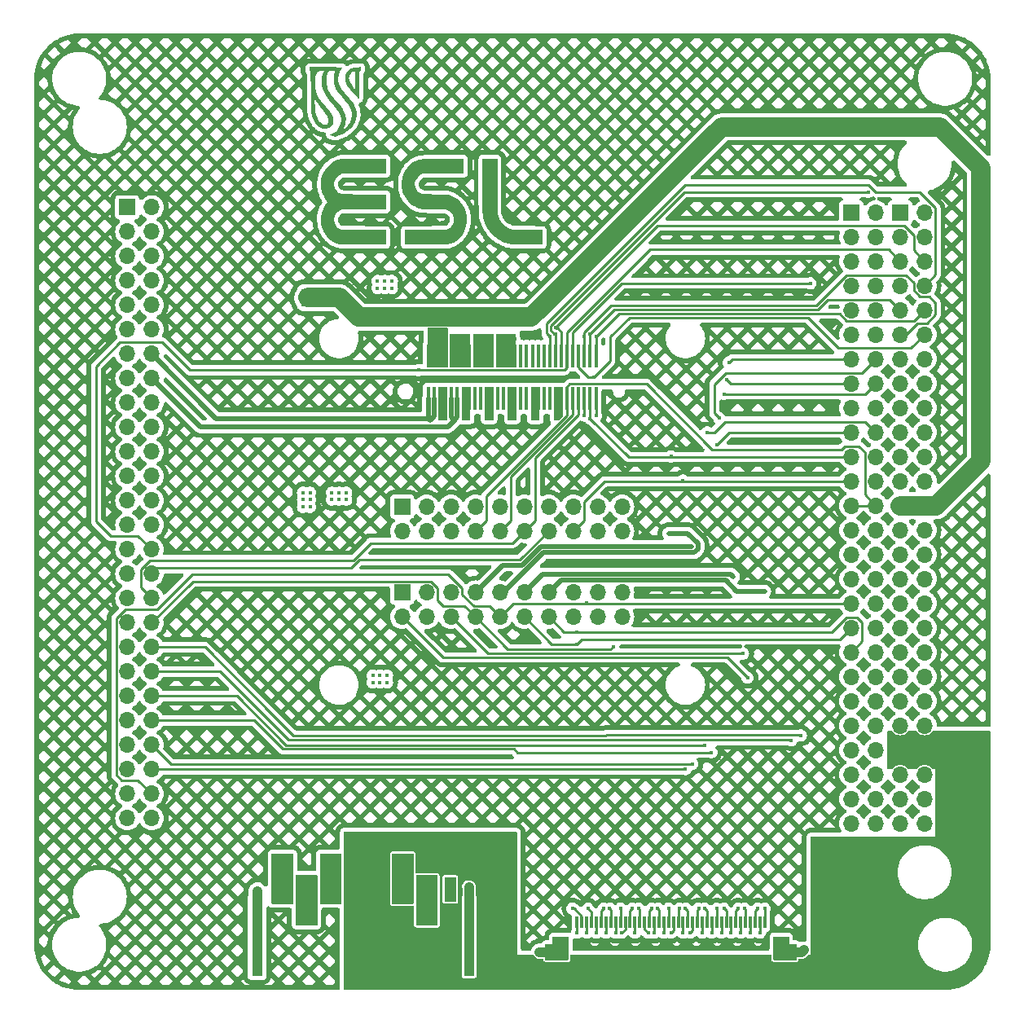
<source format=gbr>
%TF.GenerationSoftware,KiCad,Pcbnew,7.0.8*%
%TF.CreationDate,2024-04-10T10:35:42+02:00*%
%TF.ProjectId,ESLGSU_Adapter,45534c47-5355-45f4-9164-61707465722e,rev?*%
%TF.SameCoordinates,Original*%
%TF.FileFunction,Copper,L1,Top*%
%TF.FilePolarity,Positive*%
%FSLAX46Y46*%
G04 Gerber Fmt 4.6, Leading zero omitted, Abs format (unit mm)*
G04 Created by KiCad (PCBNEW 7.0.8) date 2024-04-10 10:35:42*
%MOMM*%
%LPD*%
G01*
G04 APERTURE LIST*
G04 Aperture macros list*
%AMFreePoly0*
4,1,17,0.803536,1.603536,0.805000,1.600000,0.805000,-0.800000,0.803536,-0.803536,0.800000,-0.805000,-1.600000,-0.805000,-1.603536,-0.803536,-1.605000,-0.800000,-1.605000,0.800000,-1.603536,0.803536,-1.600000,0.805000,-0.805000,0.805000,-0.805000,1.600000,-0.803536,1.603536,-0.800000,1.605000,0.800000,1.605000,0.803536,1.603536,0.803536,1.603536,$1*%
%AMFreePoly1*
4,1,17,0.803536,1.603536,0.805000,1.600000,0.805000,0.805000,1.600000,0.805000,1.603536,0.803536,1.605000,0.800000,1.605000,-0.800000,1.603536,-0.803536,1.600000,-0.805000,-0.800000,-0.805000,-0.803536,-0.803536,-0.805000,-0.800000,-0.805000,1.600000,-0.803536,1.603536,-0.800000,1.605000,0.800000,1.605000,0.803536,1.603536,0.803536,1.603536,$1*%
G04 Aperture macros list end*
%TA.AperFunction,SMDPad,CuDef*%
%ADD10R,0.300000X1.200000*%
%TD*%
%TA.AperFunction,SMDPad,CuDef*%
%ADD11FreePoly0,0.000000*%
%TD*%
%TA.AperFunction,SMDPad,CuDef*%
%ADD12FreePoly1,0.000000*%
%TD*%
%TA.AperFunction,ComponentPad*%
%ADD13R,1.700000X1.700000*%
%TD*%
%TA.AperFunction,ComponentPad*%
%ADD14O,1.700000X1.700000*%
%TD*%
%TA.AperFunction,SMDPad,CuDef*%
%ADD15R,1.240000X2.500000*%
%TD*%
%TA.AperFunction,SMDPad,CuDef*%
%ADD16R,1.100000X8.200000*%
%TD*%
%TA.AperFunction,SMDPad,CuDef*%
%ADD17R,0.350000X2.450000*%
%TD*%
%TA.AperFunction,ViaPad*%
%ADD18C,0.450000*%
%TD*%
%TA.AperFunction,Conductor*%
%ADD19C,0.254000*%
%TD*%
%TA.AperFunction,Conductor*%
%ADD20C,1.000000*%
%TD*%
%TA.AperFunction,Conductor*%
%ADD21C,0.508000*%
%TD*%
%TA.AperFunction,Conductor*%
%ADD22C,2.000000*%
%TD*%
G04 APERTURE END LIST*
%TA.AperFunction,EtchedComponent*%
%TO.C,G\u002A\u002A\u002A*%
G36*
X71277586Y-40991222D02*
G01*
X71273424Y-41118334D01*
X71255667Y-41182525D01*
X71216405Y-41204093D01*
X71194171Y-41205336D01*
X71171907Y-41207540D01*
X71154003Y-41219616D01*
X71139986Y-41249756D01*
X71129378Y-41306157D01*
X71121707Y-41397011D01*
X71116496Y-41530514D01*
X71113270Y-41714860D01*
X71111555Y-41958244D01*
X71110875Y-42268859D01*
X71110755Y-42644253D01*
X71109729Y-42987551D01*
X71106804Y-43300026D01*
X71102215Y-43572559D01*
X71096193Y-43796031D01*
X71088973Y-43961322D01*
X71080786Y-44059314D01*
X71073998Y-44083169D01*
X71029186Y-44052576D01*
X70957613Y-43975042D01*
X70919452Y-43926765D01*
X70842133Y-43832146D01*
X70724138Y-43697254D01*
X70582885Y-43541679D01*
X70465176Y-43415845D01*
X70202579Y-43130489D01*
X69998436Y-42886168D01*
X69846382Y-42671419D01*
X69740050Y-42474778D01*
X69673073Y-42284779D01*
X69639085Y-42089958D01*
X69631371Y-41914368D01*
X69631744Y-41909528D01*
X70031116Y-41909528D01*
X70061056Y-42087558D01*
X70094100Y-42194437D01*
X70150270Y-42325629D01*
X70234299Y-42481538D01*
X70334707Y-42645161D01*
X70440015Y-42799493D01*
X70538746Y-42927533D01*
X70619420Y-43012275D01*
X70663211Y-43037465D01*
X70672089Y-42998668D01*
X70679005Y-42888390D01*
X70683683Y-42718546D01*
X70685849Y-42501053D01*
X70685227Y-42247827D01*
X70684064Y-42133333D01*
X70672824Y-41226190D01*
X70548994Y-41235293D01*
X70374390Y-41289008D01*
X70222678Y-41421502D01*
X70120197Y-41581558D01*
X70050369Y-41751669D01*
X70031116Y-41909528D01*
X69631744Y-41909528D01*
X69651487Y-41653624D01*
X69718314Y-41441025D01*
X69843530Y-41249012D01*
X69970686Y-41113530D01*
X70124975Y-40985400D01*
X70290660Y-40896269D01*
X70488318Y-40838913D01*
X70738528Y-40806111D01*
X70870936Y-40797578D01*
X71277586Y-40777107D01*
X71277586Y-40991222D01*
G37*
%TD.AperFunction*%
%TA.AperFunction,EtchedComponent*%
G36*
X67969362Y-40788892D02*
G01*
X68312156Y-40790699D01*
X68619818Y-40793543D01*
X68883424Y-40797285D01*
X69094054Y-40801788D01*
X69242786Y-40806915D01*
X69320697Y-40812528D01*
X69330109Y-40814948D01*
X69322029Y-40859781D01*
X69271961Y-40944841D01*
X69228321Y-41003852D01*
X69062780Y-41276210D01*
X68955267Y-41591388D01*
X68909224Y-41929128D01*
X68928091Y-42269174D01*
X68977053Y-42482688D01*
X69043057Y-42665839D01*
X69130288Y-42844673D01*
X69247095Y-43031388D01*
X69401828Y-43238180D01*
X69602833Y-43477247D01*
X69832854Y-43732969D01*
X70109708Y-44042558D01*
X70329985Y-44309977D01*
X70500709Y-44547027D01*
X70628903Y-44765511D01*
X70721592Y-44977230D01*
X70785799Y-45193986D01*
X70824437Y-45399061D01*
X70843409Y-45797553D01*
X70782779Y-46182969D01*
X70646056Y-46549322D01*
X70436752Y-46890626D01*
X70158377Y-47200894D01*
X69814442Y-47474141D01*
X69498506Y-47659986D01*
X69246320Y-47781496D01*
X69009238Y-47881510D01*
X68802780Y-47954348D01*
X68642462Y-47994332D01*
X68569441Y-47999965D01*
X68492326Y-47987141D01*
X68370527Y-47958795D01*
X68302380Y-47940824D01*
X68181194Y-47904167D01*
X68096580Y-47872364D01*
X68075769Y-47860443D01*
X68076219Y-47815524D01*
X68154635Y-47763232D01*
X68285336Y-47713452D01*
X68440444Y-47635283D01*
X68613746Y-47502824D01*
X68784774Y-47335703D01*
X68933063Y-47153548D01*
X69024354Y-47004720D01*
X69150330Y-46698615D01*
X69211195Y-46401119D01*
X69205183Y-46104813D01*
X69130529Y-45802276D01*
X68985467Y-45486092D01*
X68768230Y-45148840D01*
X68502659Y-44813054D01*
X68217046Y-44472771D01*
X67982908Y-44182903D01*
X67793837Y-43933797D01*
X67643431Y-43715801D01*
X67525284Y-43519262D01*
X67432990Y-43334525D01*
X67360146Y-43151939D01*
X67320789Y-43031801D01*
X67235724Y-42647357D01*
X67207999Y-42257030D01*
X67218426Y-42120508D01*
X67683797Y-42120508D01*
X67699308Y-42489016D01*
X67777688Y-42851350D01*
X67830740Y-43000121D01*
X67919689Y-43201386D01*
X68023123Y-43394179D01*
X68150698Y-43592765D01*
X68312073Y-43811410D01*
X68516906Y-44064377D01*
X68685830Y-44263148D01*
X68971268Y-44603310D01*
X69200716Y-44897320D01*
X69380608Y-45154356D01*
X69517377Y-45383596D01*
X69615506Y-45589486D01*
X69663114Y-45724862D01*
X69692243Y-45867492D01*
X69706909Y-46044374D01*
X69710942Y-46231116D01*
X69701147Y-46511366D01*
X69662435Y-46734572D01*
X69586746Y-46924454D01*
X69466019Y-47104734D01*
X69379731Y-47205926D01*
X69289741Y-47313067D01*
X69263085Y-47366106D01*
X69300306Y-47365846D01*
X69401943Y-47313094D01*
X69437396Y-47291850D01*
X69710698Y-47083187D01*
X69944311Y-46821789D01*
X70130788Y-46522935D01*
X70262684Y-46201902D01*
X70332555Y-45873965D01*
X70332955Y-45554404D01*
X70321396Y-45477982D01*
X70274610Y-45275111D01*
X70208066Y-45083822D01*
X70114677Y-44892838D01*
X69987356Y-44690883D01*
X69819018Y-44466681D01*
X69602576Y-44208956D01*
X69340031Y-43916338D01*
X69047810Y-43579995D01*
X68820479Y-43277766D01*
X68651733Y-43000298D01*
X68535264Y-42738242D01*
X68524307Y-42706814D01*
X68482121Y-42568742D01*
X68456831Y-42441626D01*
X68445814Y-42299275D01*
X68446449Y-42115499D01*
X68451231Y-41976929D01*
X68469119Y-41711498D01*
X68498072Y-41502583D01*
X68536254Y-41363363D01*
X68536945Y-41361740D01*
X68604036Y-41205336D01*
X68280171Y-41205336D01*
X67956306Y-41205336D01*
X67840844Y-41446911D01*
X67731020Y-41766312D01*
X67683797Y-42120508D01*
X67218426Y-42120508D01*
X67236776Y-41880233D01*
X67321213Y-41536382D01*
X67392832Y-41364780D01*
X67471718Y-41205336D01*
X67149753Y-41205336D01*
X66963409Y-41210355D01*
X66837436Y-41235300D01*
X66748946Y-41295002D01*
X66675051Y-41404290D01*
X66600285Y-41561376D01*
X66555317Y-41680343D01*
X66524616Y-41813808D01*
X66504673Y-41983750D01*
X66491979Y-42212146D01*
X66490652Y-42248029D01*
X66492496Y-42626741D01*
X66529640Y-42974447D01*
X66607167Y-43303230D01*
X66730161Y-43625175D01*
X66903705Y-43952365D01*
X67132882Y-44296885D01*
X67422777Y-44670817D01*
X67597381Y-44878771D01*
X67847029Y-45175981D01*
X68042918Y-45425295D01*
X68190860Y-45637207D01*
X68296670Y-45822207D01*
X68366162Y-45990789D01*
X68405148Y-46153444D01*
X68419443Y-46320666D01*
X68419845Y-46363101D01*
X68412325Y-46526515D01*
X68383518Y-46645990D01*
X68322298Y-46760382D01*
X68294164Y-46802090D01*
X68117757Y-46986296D01*
X67894046Y-47109215D01*
X67635704Y-47167534D01*
X67355404Y-47157938D01*
X67138553Y-47104235D01*
X66929198Y-46992813D01*
X66726074Y-46808787D01*
X66536886Y-46562958D01*
X66369337Y-46266125D01*
X66231132Y-45929089D01*
X66177832Y-45757464D01*
X66157734Y-45682186D01*
X66140813Y-45607021D01*
X66126733Y-45524127D01*
X66115159Y-45425660D01*
X66105759Y-45303780D01*
X66098196Y-45150644D01*
X66092136Y-44958410D01*
X66087246Y-44719236D01*
X66083191Y-44425280D01*
X66083107Y-44416831D01*
X66482722Y-44416831D01*
X66499620Y-44885607D01*
X66552087Y-45317490D01*
X66637493Y-45705882D01*
X66753211Y-46044182D01*
X66896611Y-46325791D01*
X67065062Y-46544108D01*
X67255938Y-46692535D01*
X67413978Y-46754439D01*
X67507345Y-46777116D01*
X67555738Y-46789642D01*
X67556512Y-46789901D01*
X67598639Y-46778332D01*
X67687308Y-46744343D01*
X67707272Y-46736095D01*
X67840049Y-46640799D01*
X67908053Y-46493826D01*
X67910706Y-46296761D01*
X67896167Y-46216593D01*
X67866682Y-46106844D01*
X67824426Y-45997461D01*
X67762617Y-45877486D01*
X67674470Y-45735964D01*
X67553202Y-45561936D01*
X67392030Y-45344445D01*
X67203072Y-45097062D01*
X67044549Y-44888323D01*
X66893734Y-44684420D01*
X66762496Y-44501792D01*
X66662705Y-44356873D01*
X66618155Y-44287067D01*
X66484011Y-44062315D01*
X66482722Y-44416831D01*
X66083107Y-44416831D01*
X66079636Y-44068699D01*
X66076246Y-43641652D01*
X66073970Y-43322003D01*
X66070587Y-42847782D01*
X66067392Y-42450222D01*
X66064081Y-42122571D01*
X66060348Y-41858074D01*
X66055888Y-41649980D01*
X66050395Y-41491535D01*
X66043565Y-41375986D01*
X66035091Y-41296581D01*
X66024669Y-41246567D01*
X66011994Y-41219190D01*
X65996759Y-41207697D01*
X65978660Y-41205337D01*
X65978271Y-41205336D01*
X65929577Y-41193599D01*
X65905301Y-41144864D01*
X65897565Y-41038848D01*
X65897290Y-40996798D01*
X65897290Y-40788259D01*
X67600356Y-40788259D01*
X67969362Y-40788892D01*
G37*
%TD.AperFunction*%
%TA.AperFunction,EtchedComponent*%
G36*
X85463879Y-53199749D02*
G01*
X85470783Y-56087851D01*
X85539159Y-56272047D01*
X85681845Y-56593144D01*
X85856826Y-56875222D01*
X86063630Y-57117833D01*
X86301783Y-57320527D01*
X86570814Y-57482856D01*
X86870248Y-57604372D01*
X86975402Y-57635371D01*
X87020291Y-57646981D01*
X87064919Y-57656881D01*
X87113702Y-57665243D01*
X87171056Y-57672238D01*
X87241398Y-57678039D01*
X87329145Y-57682816D01*
X87438712Y-57686741D01*
X87574516Y-57689987D01*
X87740973Y-57692724D01*
X87942501Y-57695124D01*
X88183515Y-57697360D01*
X88468431Y-57699602D01*
X88664910Y-57701040D01*
X90150402Y-57711760D01*
X90150402Y-58474555D01*
X90150402Y-59237349D01*
X88626657Y-59234826D01*
X88259274Y-59233810D01*
X87940496Y-59232028D01*
X87667925Y-59229435D01*
X87439169Y-59225980D01*
X87251831Y-59221618D01*
X87103517Y-59216300D01*
X86991831Y-59209979D01*
X86914377Y-59202606D01*
X86898896Y-59200409D01*
X86599244Y-59137558D01*
X86290019Y-59043644D01*
X85988508Y-58925039D01*
X85711995Y-58788115D01*
X85598472Y-58721058D01*
X85256404Y-58477417D01*
X84945365Y-58196823D01*
X84668815Y-57883821D01*
X84430209Y-57542957D01*
X84233005Y-57178776D01*
X84080662Y-56795822D01*
X84044193Y-56677851D01*
X84023005Y-56603374D01*
X84004039Y-56532509D01*
X83987172Y-56462143D01*
X83972281Y-56389164D01*
X83959243Y-56310459D01*
X83947936Y-56222917D01*
X83938235Y-56123425D01*
X83930018Y-56008871D01*
X83923163Y-55876143D01*
X83917546Y-55722129D01*
X83913044Y-55543716D01*
X83909534Y-55337792D01*
X83906893Y-55101245D01*
X83904999Y-54830964D01*
X83903727Y-54523834D01*
X83902956Y-54176745D01*
X83902563Y-53786584D01*
X83902423Y-53350240D01*
X83902410Y-53090059D01*
X83902410Y-50311647D01*
X84679692Y-50311647D01*
X85456975Y-50311647D01*
X85463879Y-53199749D01*
G37*
%TD.AperFunction*%
%TA.AperFunction,EtchedComponent*%
G36*
X73905623Y-51088294D02*
G01*
X73905623Y-51866216D01*
X71602725Y-51873118D01*
X69299828Y-51880020D01*
X69107595Y-51975036D01*
X68906928Y-52100032D01*
X68743658Y-52259116D01*
X68615069Y-52455055D01*
X68593171Y-52499124D01*
X68556063Y-52581414D01*
X68532354Y-52649852D01*
X68519078Y-52720489D01*
X68513266Y-52809375D01*
X68511949Y-52932561D01*
X68511948Y-52938353D01*
X68513162Y-53063345D01*
X68518738Y-53153209D01*
X68531576Y-53223800D01*
X68554579Y-53290974D01*
X68590645Y-53370585D01*
X68591268Y-53371888D01*
X68705639Y-53566373D01*
X68846513Y-53721706D01*
X69021828Y-53846238D01*
X69064012Y-53869390D01*
X69148932Y-53912241D01*
X69219890Y-53941369D01*
X69292013Y-53960462D01*
X69380429Y-53973209D01*
X69500265Y-53983300D01*
X69543316Y-53986274D01*
X69615694Y-53989447D01*
X69734479Y-53992506D01*
X69895072Y-53995407D01*
X70092877Y-53998108D01*
X70323295Y-54000567D01*
X70581730Y-54002741D01*
X70863583Y-54004588D01*
X71164257Y-54006065D01*
X71479155Y-54007129D01*
X71803679Y-54007739D01*
X71871838Y-54007805D01*
X73905623Y-54009438D01*
X73905623Y-54786851D01*
X73905623Y-55564264D01*
X71604067Y-55571038D01*
X69302510Y-55577811D01*
X69131052Y-55659035D01*
X68921612Y-55783383D01*
X68752783Y-55937504D01*
X68626130Y-56118773D01*
X68543220Y-56324567D01*
X68505618Y-56552261D01*
X68505945Y-56706534D01*
X68544459Y-56933868D01*
X68628683Y-57141288D01*
X68755784Y-57324540D01*
X68922929Y-57479366D01*
X69088925Y-57582662D01*
X69146701Y-57611680D01*
X69196740Y-57633341D01*
X69248086Y-57649068D01*
X69309784Y-57660283D01*
X69390879Y-57668412D01*
X69500416Y-57674876D01*
X69647439Y-57681099D01*
X69736044Y-57684498D01*
X69844047Y-57687634D01*
X69997501Y-57690664D01*
X70190854Y-57693538D01*
X70418553Y-57696208D01*
X70675046Y-57698625D01*
X70954779Y-57700739D01*
X71252201Y-57702501D01*
X71561759Y-57703862D01*
X71877900Y-57704773D01*
X72063103Y-57705078D01*
X73905623Y-57707229D01*
X73905623Y-58472007D01*
X73905623Y-59236785D01*
X71731577Y-59243442D01*
X71396959Y-59244264D01*
X71072671Y-59244667D01*
X70762948Y-59244670D01*
X70472026Y-59244290D01*
X70204143Y-59243545D01*
X69963533Y-59242452D01*
X69754434Y-59241030D01*
X69581082Y-59239295D01*
X69447713Y-59237265D01*
X69358563Y-59234959D01*
X69328012Y-59233446D01*
X69072330Y-59195313D01*
X68804478Y-59119757D01*
X68540471Y-59011863D01*
X68398406Y-58938160D01*
X68163241Y-58781142D01*
X67935722Y-58583034D01*
X67724586Y-58353739D01*
X67538571Y-58103160D01*
X67386413Y-57841199D01*
X67336706Y-57734800D01*
X67218010Y-57398502D01*
X67143456Y-57043739D01*
X67113664Y-56678639D01*
X67129252Y-56311325D01*
X67190840Y-55949925D01*
X67198437Y-55918858D01*
X67254663Y-55740157D01*
X67336459Y-55539963D01*
X67435630Y-55335013D01*
X67543982Y-55142043D01*
X67653321Y-54977789D01*
X67669906Y-54955878D01*
X67814750Y-54768412D01*
X67739707Y-54688574D01*
X67578081Y-54485941D01*
X67434007Y-54244565D01*
X67311821Y-53974964D01*
X67215859Y-53687656D01*
X67150458Y-53393159D01*
X67126180Y-53200418D01*
X67117340Y-52825589D01*
X67154205Y-52463442D01*
X67234559Y-52117363D01*
X67356187Y-51790735D01*
X67516872Y-51486941D01*
X67714398Y-51209365D01*
X67946549Y-50961391D01*
X68211109Y-50746403D01*
X68505863Y-50567784D01*
X68828594Y-50428918D01*
X68970984Y-50383540D01*
X69175000Y-50324920D01*
X71540312Y-50317646D01*
X73905623Y-50310373D01*
X73905623Y-51088294D01*
G37*
%TD.AperFunction*%
%TA.AperFunction,EtchedComponent*%
G36*
X81964257Y-51088368D02*
G01*
X81964257Y-51865090D01*
X79828464Y-51872555D01*
X77692671Y-51880020D01*
X77523762Y-51960051D01*
X77324399Y-52079991D01*
X77161277Y-52229964D01*
X77035513Y-52403804D01*
X76948224Y-52595345D01*
X76900528Y-52798420D01*
X76893542Y-53006865D01*
X76928385Y-53214512D01*
X77006173Y-53415196D01*
X77128025Y-53602751D01*
X77209583Y-53693455D01*
X77314490Y-53780298D01*
X77446369Y-53864015D01*
X77584030Y-53932462D01*
X77692671Y-53970307D01*
X77732917Y-53974522D01*
X77818881Y-53979214D01*
X77945279Y-53984229D01*
X78106828Y-53989413D01*
X78298245Y-53994610D01*
X78514248Y-53999667D01*
X78749553Y-54004430D01*
X78998878Y-54008743D01*
X79018775Y-54009057D01*
X79305433Y-54013639D01*
X79545977Y-54017823D01*
X79745296Y-54021862D01*
X79908277Y-54026013D01*
X80039806Y-54030530D01*
X80144771Y-54035668D01*
X80228059Y-54041681D01*
X80294557Y-54048826D01*
X80349152Y-54057357D01*
X80396732Y-54067530D01*
X80442183Y-54079598D01*
X80457923Y-54084150D01*
X80796206Y-54209058D01*
X81108512Y-54376553D01*
X81391672Y-54583747D01*
X81642518Y-54827750D01*
X81857881Y-55105675D01*
X82034590Y-55414633D01*
X82112236Y-55591865D01*
X82222398Y-55932338D01*
X82287250Y-56274812D01*
X82308847Y-56615617D01*
X82289245Y-56951085D01*
X82230502Y-57277546D01*
X82134673Y-57591330D01*
X82003813Y-57888768D01*
X81839980Y-58166191D01*
X81645229Y-58419929D01*
X81421617Y-58646313D01*
X81171199Y-58841672D01*
X80896032Y-59002339D01*
X80598171Y-59124643D01*
X80279673Y-59204915D01*
X80072554Y-59231982D01*
X80013421Y-59234775D01*
X79907694Y-59237270D01*
X79759780Y-59239445D01*
X79574088Y-59241277D01*
X79355025Y-59242741D01*
X79106999Y-59243816D01*
X78834420Y-59244479D01*
X78541695Y-59244706D01*
X78233233Y-59244474D01*
X77913441Y-59243761D01*
X77852059Y-59243570D01*
X75843775Y-59237040D01*
X75843775Y-58472135D01*
X75843775Y-57707229D01*
X77750050Y-57706117D01*
X78150747Y-57705749D01*
X78503840Y-57705039D01*
X78812731Y-57703831D01*
X79080819Y-57701970D01*
X79311506Y-57699303D01*
X79508191Y-57695675D01*
X79674275Y-57690930D01*
X79813159Y-57684914D01*
X79928243Y-57677472D01*
X80022927Y-57668450D01*
X80100612Y-57657693D01*
X80164699Y-57645046D01*
X80218588Y-57630354D01*
X80265679Y-57613463D01*
X80309373Y-57594219D01*
X80319803Y-57589197D01*
X80500142Y-57475204D01*
X80660203Y-57323379D01*
X80787617Y-57146279D01*
X80823606Y-57077713D01*
X80860272Y-56996887D01*
X80884053Y-56930147D01*
X80897703Y-56862248D01*
X80903971Y-56777950D01*
X80905610Y-56662009D01*
X80905616Y-56623394D01*
X80904483Y-56496436D01*
X80899588Y-56405482D01*
X80888194Y-56335539D01*
X80867560Y-56271618D01*
X80834949Y-56198727D01*
X80823839Y-56175778D01*
X80731753Y-56025518D01*
X80608666Y-55878386D01*
X80471840Y-55754011D01*
X80420829Y-55717453D01*
X80354454Y-55681952D01*
X80262475Y-55642637D01*
X80191868Y-55617175D01*
X80153003Y-55605398D01*
X80111193Y-55595524D01*
X80061567Y-55587333D01*
X79999254Y-55580608D01*
X79919381Y-55575130D01*
X79817077Y-55570682D01*
X79687471Y-55567043D01*
X79525690Y-55563997D01*
X79326865Y-55561325D01*
X79086122Y-55558808D01*
X78840261Y-55556588D01*
X78544745Y-55553895D01*
X78294855Y-55551016D01*
X78085218Y-55547423D01*
X77910457Y-55542593D01*
X77765197Y-55535999D01*
X77644063Y-55527118D01*
X77541679Y-55515423D01*
X77452669Y-55500389D01*
X77371658Y-55481492D01*
X77293271Y-55458205D01*
X77212132Y-55430005D01*
X77122865Y-55396365D01*
X77096528Y-55386226D01*
X76845457Y-55266840D01*
X76596181Y-55106127D01*
X76359586Y-54912949D01*
X76146559Y-54696165D01*
X75972599Y-54471504D01*
X75831073Y-54231472D01*
X75706536Y-53960481D01*
X75607729Y-53677904D01*
X75595845Y-53636354D01*
X75570436Y-53541172D01*
X75552097Y-53459265D01*
X75539732Y-53379195D01*
X75532247Y-53289526D01*
X75528545Y-53178823D01*
X75527531Y-53035647D01*
X75527772Y-52925602D01*
X75529437Y-52746637D01*
X75533464Y-52607987D01*
X75540743Y-52498982D01*
X75552167Y-52408956D01*
X75568627Y-52327240D01*
X75582177Y-52274516D01*
X75706492Y-51905032D01*
X75867119Y-51570360D01*
X76063495Y-51271223D01*
X76295055Y-51008346D01*
X76561234Y-50782450D01*
X76861469Y-50594260D01*
X76914745Y-50566629D01*
X76999198Y-50524458D01*
X77077498Y-50487219D01*
X77153247Y-50454606D01*
X77230047Y-50426311D01*
X77311499Y-50402027D01*
X77401206Y-50381449D01*
X77502770Y-50364268D01*
X77619793Y-50350177D01*
X77755877Y-50338870D01*
X77914623Y-50330040D01*
X78099635Y-50323380D01*
X78314513Y-50318583D01*
X78562860Y-50315341D01*
X78848277Y-50313348D01*
X79174368Y-50312297D01*
X79544733Y-50311881D01*
X79904970Y-50311797D01*
X81964257Y-50311647D01*
X81964257Y-51088368D01*
G37*
%TD.AperFunction*%
%TD*%
D10*
%TO.P,J1,01,Pin_1*%
%TO.N,GND*%
X93750000Y-129662500D03*
%TO.P,J1,02,Pin_2*%
%TO.N,/GPIO_8*%
X94250000Y-129662500D03*
%TO.P,J1,03,Pin_3*%
%TO.N,/GPIO_7*%
X94750000Y-129662500D03*
%TO.P,J1,04,Pin_4*%
%TO.N,/GPIO_6*%
X95250000Y-129662500D03*
%TO.P,J1,05,Pin_5*%
%TO.N,/GPIO_5*%
X95750000Y-129662500D03*
%TO.P,J1,06,Pin_6*%
%TO.N,/GPIO_4*%
X96250000Y-129662500D03*
%TO.P,J1,07,Pin_7*%
%TO.N,/GPIO_3*%
X96750000Y-129662500D03*
%TO.P,J1,08,Pin_8*%
%TO.N,/GPIO_2*%
X97250000Y-129662500D03*
%TO.P,J1,09,Pin_9*%
%TO.N,/GPIO_1*%
X97750000Y-129662500D03*
%TO.P,J1,10,Pin_10*%
%TO.N,/5V_S2*%
X98250000Y-129662500D03*
%TO.P,J1,11,Pin_11*%
%TO.N,/SPI2_NSS*%
X98750000Y-129662500D03*
%TO.P,J1,12,Pin_12*%
%TO.N,/SPI2_SCK*%
X99250000Y-129662500D03*
%TO.P,J1,13,Pin_13*%
%TO.N,/SPI2_MOSI*%
X99750000Y-129662500D03*
%TO.P,J1,14,Pin_14*%
%TO.N,/SPI2_MISO*%
X100250000Y-129662500D03*
%TO.P,J1,15,Pin_15*%
%TO.N,GND*%
X100750000Y-129662500D03*
%TO.P,J1,16,Pin_16*%
%TO.N,/SPI1_NSS*%
X101250000Y-129662500D03*
%TO.P,J1,17,Pin_17*%
%TO.N,/SPI1_SCK*%
X101750000Y-129662500D03*
%TO.P,J1,18,Pin_18*%
%TO.N,/SPI1_MOSI*%
X102250000Y-129662500D03*
%TO.P,J1,19,Pin_19*%
%TO.N,/SPI1_MISO*%
X102750000Y-129662500D03*
%TO.P,J1,20,Pin_20*%
%TO.N,/5V_S1*%
X103250000Y-129662500D03*
%TO.P,J1,21,Pin_21*%
%TO.N,/I2C2_SDA*%
X103750000Y-129662500D03*
%TO.P,J1,22,Pin_22*%
%TO.N,/I2C2_SCL*%
X104250000Y-129662500D03*
%TO.P,J1,23,Pin_23*%
%TO.N,/I2C1_SDA*%
X104750000Y-129662500D03*
%TO.P,J1,24,Pin_24*%
%TO.N,/I2C1_SCL*%
X105250000Y-129662500D03*
%TO.P,J1,25,Pin_25*%
%TO.N,GND*%
X105750000Y-129662500D03*
%TO.P,J1,26,Pin_26*%
%TO.N,/UART2_RX*%
X106250000Y-129662500D03*
%TO.P,J1,27,Pin_27*%
%TO.N,/UART2_TX*%
X106750000Y-129662500D03*
%TO.P,J1,28,Pin_28*%
%TO.N,/UART1_RX*%
X107250000Y-129662500D03*
%TO.P,J1,29,Pin_29*%
%TO.N,/UART1_TX*%
X107750000Y-129662500D03*
%TO.P,J1,30,Pin_30*%
%TO.N,/3V3_S2*%
X108250000Y-129662500D03*
%TO.P,J1,31,Pin_31*%
%TO.N,/RS4852_B*%
X108750000Y-129662500D03*
%TO.P,J1,32,Pin_32*%
%TO.N,/RS4852_A*%
X109250000Y-129662500D03*
%TO.P,J1,33,Pin_33*%
%TO.N,/RS4851_B*%
X109750000Y-129662500D03*
%TO.P,J1,34,Pin_34*%
%TO.N,/RS4851_A*%
X110250000Y-129662500D03*
%TO.P,J1,35,Pin_35*%
%TO.N,GND*%
X110750000Y-129662500D03*
%TO.P,J1,36,Pin_36*%
%TO.N,/CAN2_H*%
X111250000Y-129662500D03*
%TO.P,J1,37,Pin_37*%
%TO.N,/CAN2_L*%
X111750000Y-129662500D03*
%TO.P,J1,38,Pin_38*%
%TO.N,/CAN1_H*%
X112250000Y-129662500D03*
%TO.P,J1,39,Pin_39*%
%TO.N,/CAN1_L*%
X112750000Y-129662500D03*
%TO.P,J1,40,Pin_40*%
%TO.N,/3V3_S1*%
X113250000Y-129662500D03*
D11*
%TO.P,J1,S1,MountPin*%
%TO.N,GND*%
X92050000Y-132762500D03*
D12*
%TO.P,J1,S2,MountPin*%
X114950000Y-132762500D03*
%TD*%
D13*
%TO.P,J5,1,Pin_1*%
%TO.N,/CAN1_L*%
X122245000Y-55890000D03*
D14*
%TO.P,J5,2,Pin_2*%
%TO.N,unconnected-(J5-Pin_2-Pad2)*%
X124785000Y-55890000D03*
%TO.P,J5,3,Pin_3*%
%TO.N,/CAN1_H*%
X122245000Y-58430000D03*
%TO.P,J5,4,Pin_4*%
%TO.N,unconnected-(J5-Pin_4-Pad4)*%
X124785000Y-58430000D03*
%TO.P,J5,5,Pin_5*%
%TO.N,unconnected-(J5-Pin_5-Pad5)*%
X122245000Y-60970000D03*
%TO.P,J5,6,Pin_6*%
%TO.N,unconnected-(J5-Pin_6-Pad6)*%
X124785000Y-60970000D03*
%TO.P,J5,7,Pin_7*%
%TO.N,unconnected-(J5-Pin_7-Pad7)*%
X122245000Y-63510000D03*
%TO.P,J5,8,Pin_8*%
%TO.N,unconnected-(J5-Pin_8-Pad8)*%
X124785000Y-63510000D03*
%TO.P,J5,9,Pin_9*%
%TO.N,unconnected-(J5-Pin_9-Pad9)*%
X122245000Y-66050000D03*
%TO.P,J5,10,Pin_10*%
%TO.N,unconnected-(J5-Pin_10-Pad10)*%
X124785000Y-66050000D03*
%TO.P,J5,11,Pin_11*%
%TO.N,unconnected-(J5-Pin_11-Pad11)*%
X122245000Y-68590000D03*
%TO.P,J5,12,Pin_12*%
%TO.N,unconnected-(J5-Pin_12-Pad12)*%
X124785000Y-68590000D03*
%TO.P,J5,13,Pin_13*%
%TO.N,/RS4851_A*%
X122245000Y-71130000D03*
%TO.P,J5,14,Pin_14*%
%TO.N,/RS4852_A*%
X124785000Y-71130000D03*
%TO.P,J5,15,Pin_15*%
%TO.N,/RS4851_B*%
X122245000Y-73670000D03*
%TO.P,J5,16,Pin_16*%
%TO.N,/RS4852_B*%
X124785000Y-73670000D03*
%TO.P,J5,17,Pin_17*%
%TO.N,unconnected-(J5-Pin_17-Pad17)*%
X122245000Y-76210000D03*
%TO.P,J5,18,Pin_18*%
%TO.N,unconnected-(J5-Pin_18-Pad18)*%
X124785000Y-76210000D03*
%TO.P,J5,19,Pin_19*%
%TO.N,/UART1_TX*%
X122245000Y-78750000D03*
%TO.P,J5,20,Pin_20*%
%TO.N,/UART1_RX*%
X124785000Y-78750000D03*
%TO.P,J5,21,Pin_21*%
%TO.N,/I2C1_SCL*%
X122245000Y-81290000D03*
%TO.P,J5,22,Pin_22*%
%TO.N,unconnected-(J5-Pin_22-Pad22)*%
X124785000Y-81290000D03*
%TO.P,J5,23,Pin_23*%
%TO.N,/I2C1_SDA*%
X122245000Y-83830000D03*
%TO.P,J5,24,Pin_24*%
%TO.N,unconnected-(J5-Pin_24-Pad24)*%
X124785000Y-83830000D03*
%TO.P,J5,25,Pin_25*%
%TO.N,/GPIO_1*%
X122245000Y-86370000D03*
%TO.P,J5,26,Pin_26*%
X124785000Y-86370000D03*
%TO.P,J5,27,Pin_27*%
%TO.N,unconnected-(J5-Pin_27-Pad27)*%
X122245000Y-88910000D03*
%TO.P,J5,28,Pin_28*%
%TO.N,unconnected-(J5-Pin_28-Pad28)*%
X124785000Y-88910000D03*
%TO.P,J5,29,Pin_29*%
%TO.N,unconnected-(J5-Pin_29-Pad29)*%
X122245000Y-91450000D03*
%TO.P,J5,30,Pin_30*%
%TO.N,unconnected-(J5-Pin_30-Pad30)*%
X124785000Y-91450000D03*
%TO.P,J5,31,Pin_31*%
%TO.N,unconnected-(J5-Pin_31-Pad31)*%
X122245000Y-93990000D03*
%TO.P,J5,32,Pin_32*%
%TO.N,unconnected-(J5-Pin_32-Pad32)*%
X124785000Y-93990000D03*
%TO.P,J5,33,Pin_33*%
%TO.N,/GPIO_2*%
X122245000Y-96530000D03*
%TO.P,J5,34,Pin_34*%
%TO.N,GND*%
X124785000Y-96530000D03*
%TO.P,J5,35,Pin_35*%
%TO.N,/GPIO_3*%
X122245000Y-99070000D03*
%TO.P,J5,36,Pin_36*%
%TO.N,unconnected-(J5-Pin_36-Pad36)*%
X124785000Y-99070000D03*
%TO.P,J5,37,Pin_37*%
%TO.N,/GPIO_4*%
X122245000Y-101610000D03*
%TO.P,J5,38,Pin_38*%
%TO.N,unconnected-(J5-Pin_38-Pad38)*%
X124785000Y-101610000D03*
%TO.P,J5,39,Pin_39*%
%TO.N,/UART2_TX*%
X122245000Y-104150000D03*
%TO.P,J5,40,Pin_40*%
%TO.N,/UART2_RX*%
X124785000Y-104150000D03*
%TO.P,J5,41,Pin_41*%
%TO.N,/I2C2_SDA*%
X122245000Y-106690000D03*
%TO.P,J5,42,Pin_42*%
%TO.N,unconnected-(J5-Pin_42-Pad42)*%
X124785000Y-106690000D03*
%TO.P,J5,43,Pin_43*%
%TO.N,/I2C2_SCL*%
X122245000Y-109230000D03*
%TO.P,J5,44,Pin_44*%
%TO.N,unconnected-(J5-Pin_44-Pad44)*%
X124785000Y-109230000D03*
%TO.P,J5,45,Pin_45*%
%TO.N,unconnected-(J5-Pin_45-Pad45)*%
X122245000Y-111770000D03*
%TO.P,J5,46,Pin_46*%
%TO.N,unconnected-(J5-Pin_46-Pad46)*%
X124785000Y-111770000D03*
%TO.P,J5,47,Pin_47*%
%TO.N,unconnected-(J5-Pin_47-Pad47)*%
X122245000Y-114310000D03*
%TO.P,J5,48,Pin_48*%
%TO.N,unconnected-(J5-Pin_48-Pad48)*%
X124785000Y-114310000D03*
%TO.P,J5,49,Pin_49*%
%TO.N,/5V_S2*%
X122245000Y-116850000D03*
%TO.P,J5,50,Pin_50*%
%TO.N,/3V3_S2*%
X124785000Y-116850000D03*
%TO.P,J5,51,Pin_51*%
%TO.N,/5V_S1*%
X122245000Y-119390000D03*
%TO.P,J5,52,Pin_52*%
%TO.N,/3V3_S1*%
X124785000Y-119390000D03*
%TD*%
D15*
%TO.P,J2,1,Pin_1*%
%TO.N,/BUS_CH2*%
X80550000Y-126225000D03*
%TO.P,J2,2,Pin_2*%
%TO.N,/BUS_CH1*%
X78050000Y-126225000D03*
%TO.P,J2,3,Pin_3*%
%TO.N,GND*%
X75550000Y-126225000D03*
%TO.P,J2,4,Pin_4*%
%TO.N,/BUS_UNREG*%
X73050000Y-126225000D03*
%TO.P,J2,5,Pin_5*%
X70550000Y-126225000D03*
%TO.P,J2,6,Pin_6*%
%TO.N,GND*%
X68050000Y-126225000D03*
%TO.P,J2,7,Pin_7*%
%TO.N,/BUS_5V*%
X65550000Y-126225000D03*
%TO.P,J2,8,Pin_8*%
%TO.N,/BUS_3V3*%
X63050000Y-126225000D03*
D16*
%TO.P,J2,S1,MountPin*%
%TO.N,GND*%
X60480000Y-131155000D03*
%TO.P,J2,S2,MountPin*%
X82520000Y-131155000D03*
%TD*%
D13*
%TO.P,J6,1,Pin_1*%
%TO.N,/CAN2_L*%
X127325000Y-55890000D03*
D14*
%TO.P,J6,2,Pin_2*%
%TO.N,unconnected-(J6-Pin_2-Pad2)*%
X129865000Y-55890000D03*
%TO.P,J6,3,Pin_3*%
%TO.N,/CAN2_H*%
X127325000Y-58430000D03*
%TO.P,J6,4,Pin_4*%
%TO.N,unconnected-(J6-Pin_4-Pad4)*%
X129865000Y-58430000D03*
%TO.P,J6,5,Pin_5*%
%TO.N,/GPIO_5*%
X127325000Y-60970000D03*
%TO.P,J6,6,Pin_6*%
%TO.N,/GPIO_6*%
X129865000Y-60970000D03*
%TO.P,J6,7,Pin_7*%
%TO.N,/GPIO_7*%
X127325000Y-63510000D03*
%TO.P,J6,8,Pin_8*%
%TO.N,/GPIO_8*%
X129865000Y-63510000D03*
%TO.P,J6,9,Pin_9*%
%TO.N,/SPI1_MISO*%
X127325000Y-66050000D03*
%TO.P,J6,10,Pin_10*%
%TO.N,/SPI1_MOSI*%
X129865000Y-66050000D03*
%TO.P,J6,11,Pin_11*%
%TO.N,/SPI1_SCK*%
X127325000Y-68590000D03*
%TO.P,J6,12,Pin_12*%
%TO.N,/SPI1_NSS*%
X129865000Y-68590000D03*
%TO.P,J6,13,Pin_13*%
%TO.N,unconnected-(J6-Pin_13-Pad13)*%
X127325000Y-71130000D03*
%TO.P,J6,14,Pin_14*%
%TO.N,unconnected-(J6-Pin_14-Pad14)*%
X129865000Y-71130000D03*
%TO.P,J6,15,Pin_15*%
%TO.N,unconnected-(J6-Pin_15-Pad15)*%
X127325000Y-73670000D03*
%TO.P,J6,16,Pin_16*%
%TO.N,unconnected-(J6-Pin_16-Pad16)*%
X129865000Y-73670000D03*
%TO.P,J6,17,Pin_17*%
%TO.N,/GPIO_5*%
X127325000Y-76210000D03*
%TO.P,J6,18,Pin_18*%
%TO.N,/GPIO_6*%
X129865000Y-76210000D03*
%TO.P,J6,19,Pin_19*%
%TO.N,/GPIO_7*%
X127325000Y-78750000D03*
%TO.P,J6,20,Pin_20*%
%TO.N,/GPIO_8*%
X129865000Y-78750000D03*
%TO.P,J6,21,Pin_21*%
%TO.N,unconnected-(J6-Pin_21-Pad21)*%
X127325000Y-81290000D03*
%TO.P,J6,22,Pin_22*%
%TO.N,unconnected-(J6-Pin_22-Pad22)*%
X129865000Y-81290000D03*
%TO.P,J6,23,Pin_23*%
%TO.N,/BUS_CH1*%
X127325000Y-83830000D03*
%TO.P,J6,24,Pin_24*%
X129865000Y-83830000D03*
%TO.P,J6,25,Pin_25*%
%TO.N,/BUS_5V*%
X127325000Y-86370000D03*
%TO.P,J6,26,Pin_26*%
X129865000Y-86370000D03*
%TO.P,J6,27,Pin_27*%
%TO.N,/BUS_3V3*%
X127325000Y-88910000D03*
%TO.P,J6,28,Pin_28*%
X129865000Y-88910000D03*
%TO.P,J6,29,Pin_29*%
%TO.N,GND*%
X127325000Y-91450000D03*
%TO.P,J6,30,Pin_30*%
X129865000Y-91450000D03*
%TO.P,J6,31,Pin_31*%
X127325000Y-93990000D03*
%TO.P,J6,32,Pin_32*%
X129865000Y-93990000D03*
%TO.P,J6,33,Pin_33*%
%TO.N,unconnected-(J6-Pin_33-Pad33)*%
X127325000Y-96530000D03*
%TO.P,J6,34,Pin_34*%
%TO.N,unconnected-(J6-Pin_34-Pad34)*%
X129865000Y-96530000D03*
%TO.P,J6,35,Pin_35*%
%TO.N,unconnected-(J6-Pin_35-Pad35)*%
X127325000Y-99070000D03*
%TO.P,J6,36,Pin_36*%
%TO.N,unconnected-(J6-Pin_36-Pad36)*%
X129865000Y-99070000D03*
%TO.P,J6,37,Pin_37*%
%TO.N,unconnected-(J6-Pin_37-Pad37)*%
X127325000Y-101610000D03*
%TO.P,J6,38,Pin_38*%
%TO.N,unconnected-(J6-Pin_38-Pad38)*%
X129865000Y-101610000D03*
%TO.P,J6,39,Pin_39*%
%TO.N,unconnected-(J6-Pin_39-Pad39)*%
X127325000Y-104150000D03*
%TO.P,J6,40,Pin_40*%
%TO.N,unconnected-(J6-Pin_40-Pad40)*%
X129865000Y-104150000D03*
%TO.P,J6,41,Pin_41*%
%TO.N,unconnected-(J6-Pin_41-Pad41)*%
X127325000Y-106690000D03*
%TO.P,J6,42,Pin_42*%
%TO.N,unconnected-(J6-Pin_42-Pad42)*%
X129865000Y-106690000D03*
%TO.P,J6,43,Pin_43*%
%TO.N,unconnected-(J6-Pin_43-Pad43)*%
X127325000Y-109230000D03*
%TO.P,J6,44,Pin_44*%
%TO.N,unconnected-(J6-Pin_44-Pad44)*%
X129865000Y-109230000D03*
%TO.P,J6,45,Pin_45*%
%TO.N,/BUS_UNREG*%
X127325000Y-111770000D03*
%TO.P,J6,46,Pin_46*%
X129865000Y-111770000D03*
%TO.P,J6,47,Pin_47*%
%TO.N,/SPI2_MISO*%
X127325000Y-114310000D03*
%TO.P,J6,48,Pin_48*%
%TO.N,/SPI2_MOSI*%
X129865000Y-114310000D03*
%TO.P,J6,49,Pin_49*%
%TO.N,/SPI2_SCK*%
X127325000Y-116850000D03*
%TO.P,J6,50,Pin_50*%
%TO.N,/SPI2_NSS*%
X129865000Y-116850000D03*
%TO.P,J6,51,Pin_51*%
%TO.N,unconnected-(J6-Pin_51-Pad51)*%
X127325000Y-119390000D03*
%TO.P,J6,52,Pin_52*%
%TO.N,unconnected-(J6-Pin_52-Pad52)*%
X129865000Y-119390000D03*
%TD*%
D17*
%TO.P,J8,1,Pin_1*%
%TO.N,/3V3_S1*%
X78300000Y-75225000D03*
%TO.P,J8,2,Pin_2*%
%TO.N,/BUS_3V3*%
X78300000Y-70775000D03*
%TO.P,J8,3,Pin_3*%
%TO.N,/3V3_S1*%
X78900000Y-75225000D03*
%TO.P,J8,4,Pin_4*%
%TO.N,/BUS_3V3*%
X78900000Y-70775000D03*
%TO.P,J8,5,Pin_5*%
%TO.N,GND*%
X79500000Y-75225000D03*
%TO.P,J8,6,Pin_6*%
%TO.N,/BUS_3V3*%
X79500000Y-70775000D03*
%TO.P,J8,7,Pin_7*%
%TO.N,GND*%
X80100000Y-75225000D03*
%TO.P,J8,8,Pin_8*%
%TO.N,/BUS_3V3*%
X80100000Y-70775000D03*
%TO.P,J8,9,Pin_9*%
%TO.N,/3V3_S2*%
X80700000Y-75225000D03*
%TO.P,J8,10,Pin_10*%
%TO.N,GND*%
X80700000Y-70775000D03*
%TO.P,J8,11,Pin_11*%
%TO.N,/3V3_S2*%
X81300000Y-75225000D03*
%TO.P,J8,12,Pin_12*%
%TO.N,GND*%
X81300000Y-70775000D03*
%TO.P,J8,13,Pin_13*%
X81900000Y-75225000D03*
%TO.P,J8,14,Pin_14*%
X81900000Y-70775000D03*
%TO.P,J8,15,Pin_15*%
X82500000Y-75225000D03*
%TO.P,J8,16,Pin_16*%
X82500000Y-70775000D03*
%TO.P,J8,17,Pin_17*%
%TO.N,unconnected-(J8-Pin_17-Pad17)*%
X83100000Y-75225000D03*
%TO.P,J8,18,Pin_18*%
%TO.N,/BUS_UNREG*%
X83100000Y-70775000D03*
%TO.P,J8,19,Pin_19*%
%TO.N,unconnected-(J8-Pin_19-Pad19)*%
X83700000Y-75225000D03*
%TO.P,J8,20,Pin_20*%
%TO.N,/BUS_UNREG*%
X83700000Y-70775000D03*
%TO.P,J8,21,Pin_21*%
%TO.N,GND*%
X84300000Y-75225000D03*
%TO.P,J8,22,Pin_22*%
%TO.N,/BUS_UNREG*%
X84300000Y-70775000D03*
%TO.P,J8,23,Pin_23*%
%TO.N,GND*%
X84900000Y-75225000D03*
%TO.P,J8,24,Pin_24*%
%TO.N,/BUS_UNREG*%
X84900000Y-70775000D03*
%TO.P,J8,25,Pin_25*%
%TO.N,unconnected-(J8-Pin_25-Pad25)*%
X85500000Y-75225000D03*
%TO.P,J8,26,Pin_26*%
%TO.N,GND*%
X85500000Y-70775000D03*
%TO.P,J8,27,Pin_27*%
%TO.N,unconnected-(J8-Pin_27-Pad27)*%
X86100000Y-75225000D03*
%TO.P,J8,28,Pin_28*%
%TO.N,GND*%
X86100000Y-70775000D03*
%TO.P,J8,29,Pin_29*%
X86700000Y-75225000D03*
%TO.P,J8,30,Pin_30*%
X86700000Y-70775000D03*
%TO.P,J8,31,Pin_31*%
X87300000Y-75225000D03*
%TO.P,J8,32,Pin_32*%
X87300000Y-70775000D03*
%TO.P,J8,33,Pin_33*%
%TO.N,unconnected-(J8-Pin_33-Pad33)*%
X87900000Y-75225000D03*
%TO.P,J8,34,Pin_34*%
%TO.N,unconnected-(J8-Pin_34-Pad34)*%
X87900000Y-70775000D03*
%TO.P,J8,35,Pin_35*%
%TO.N,unconnected-(J8-Pin_35-Pad35)*%
X88500000Y-75225000D03*
%TO.P,J8,36,Pin_36*%
%TO.N,unconnected-(J8-Pin_36-Pad36)*%
X88500000Y-70775000D03*
%TO.P,J8,37,Pin_37*%
%TO.N,GND*%
X89100000Y-75225000D03*
%TO.P,J8,38,Pin_38*%
%TO.N,unconnected-(J8-Pin_38-Pad38)*%
X89100000Y-70775000D03*
%TO.P,J8,39,Pin_39*%
%TO.N,GND*%
X89700000Y-75225000D03*
%TO.P,J8,40,Pin_40*%
%TO.N,unconnected-(J8-Pin_40-Pad40)*%
X89700000Y-70775000D03*
%TO.P,J8,41,Pin_41*%
%TO.N,unconnected-(J8-Pin_41-Pad41)*%
X90300000Y-75225000D03*
%TO.P,J8,42,Pin_42*%
%TO.N,unconnected-(J8-Pin_42-Pad42)*%
X90300000Y-70775000D03*
%TO.P,J8,43,Pin_43*%
%TO.N,unconnected-(J8-Pin_43-Pad43)*%
X90900000Y-75225000D03*
%TO.P,J8,44,Pin_44*%
%TO.N,/GPIO_8*%
X90900000Y-70775000D03*
%TO.P,J8,45,Pin_45*%
%TO.N,GND*%
X91500000Y-75225000D03*
%TO.P,J8,46,Pin_46*%
%TO.N,/GPIO_7*%
X91500000Y-70775000D03*
%TO.P,J8,47,Pin_47*%
%TO.N,GND*%
X92100000Y-75225000D03*
%TO.P,J8,48,Pin_48*%
%TO.N,/GPIO_6*%
X92100000Y-70775000D03*
%TO.P,J8,49,Pin_49*%
%TO.N,/GPIO_1*%
X92700000Y-75225000D03*
%TO.P,J8,50,Pin_50*%
%TO.N,/GPIO_5*%
X92700000Y-70775000D03*
%TO.P,J8,51,Pin_51*%
%TO.N,/GPIO_2*%
X93300000Y-75225000D03*
%TO.P,J8,52,Pin_52*%
%TO.N,/GPIO_4*%
X93300000Y-70775000D03*
%TO.P,J8,53,Pin_53*%
%TO.N,/GPIO_3*%
X93900000Y-75225000D03*
%TO.P,J8,54,Pin_54*%
%TO.N,/SPI1_NSS*%
X93900000Y-70775000D03*
%TO.P,J8,55,Pin_55*%
%TO.N,GND*%
X94500000Y-75225000D03*
%TO.P,J8,56,Pin_56*%
%TO.N,/SPI1_SCK*%
X94500000Y-70775000D03*
%TO.P,J8,57,Pin_57*%
%TO.N,/I2C1_SCL*%
X95100000Y-75225000D03*
%TO.P,J8,58,Pin_58*%
%TO.N,/SPI1_MISO*%
X95100000Y-70775000D03*
%TO.P,J8,59,Pin_59*%
%TO.N,/I2C1_SDA*%
X95700000Y-75225000D03*
%TO.P,J8,60,Pin_60*%
%TO.N,/SPI1_MOSI*%
X95700000Y-70775000D03*
%TD*%
D13*
%TO.P,J7,1,Pin_1*%
%TO.N,/BUS_UNREG*%
X75570000Y-86460000D03*
D14*
%TO.P,J7,2,Pin_2*%
%TO.N,GND*%
X78110000Y-86460000D03*
%TO.P,J7,3,Pin_3*%
%TO.N,/BUS_5V*%
X80650000Y-86460000D03*
%TO.P,J7,4,Pin_4*%
%TO.N,/5V_S1*%
X83190000Y-86460000D03*
%TO.P,J7,5,Pin_5*%
%TO.N,/5V_S2*%
X85730000Y-86460000D03*
%TO.P,J7,6,Pin_6*%
%TO.N,/3V3_S2*%
X88270000Y-86460000D03*
%TO.P,J7,7,Pin_7*%
%TO.N,/3V3_S1*%
X90810000Y-86460000D03*
%TO.P,J7,8,Pin_8*%
%TO.N,/BUS_3V3*%
X93350000Y-86460000D03*
%TO.P,J7,9,Pin_9*%
%TO.N,GND*%
X95890000Y-86460000D03*
%TO.P,J7,10,Pin_10*%
%TO.N,unconnected-(J7-Pin_10-Pad10)*%
X98430000Y-86460000D03*
%TO.P,J7,11,Pin_11*%
%TO.N,/I2C1_SCL*%
X98430000Y-89000000D03*
%TO.P,J7,12,Pin_12*%
%TO.N,GND*%
X95890000Y-89000000D03*
%TO.P,J7,13,Pin_13*%
%TO.N,/I2C1_SDA*%
X93350000Y-89000000D03*
%TO.P,J7,14,Pin_14*%
%TO.N,/GPIO_4*%
X90810000Y-89000000D03*
%TO.P,J7,15,Pin_15*%
%TO.N,/GPIO_3*%
X88270000Y-89000000D03*
%TO.P,J7,16,Pin_16*%
%TO.N,/GPIO_2*%
X85730000Y-89000000D03*
%TO.P,J7,17,Pin_17*%
%TO.N,/GPIO_1*%
X83190000Y-89000000D03*
%TO.P,J7,18,Pin_18*%
%TO.N,/RS4851_B*%
X80650000Y-89000000D03*
%TO.P,J7,19,Pin_19*%
%TO.N,GND*%
X78110000Y-89000000D03*
%TO.P,J7,20,Pin_20*%
%TO.N,/RS4851_A*%
X75570000Y-89000000D03*
%TD*%
D13*
%TO.P,J4,1,Pin_1*%
%TO.N,unconnected-(J4-Pin_1-Pad1)*%
X75570000Y-95380000D03*
D14*
%TO.P,J4,2,Pin_2*%
%TO.N,GND*%
X78110000Y-95380000D03*
%TO.P,J4,3,Pin_3*%
%TO.N,/BUS_5V*%
X80650000Y-95380000D03*
%TO.P,J4,4,Pin_4*%
%TO.N,/5V_S1*%
X83190000Y-95380000D03*
%TO.P,J4,5,Pin_5*%
%TO.N,/5V_S2*%
X85730000Y-95380000D03*
%TO.P,J4,6,Pin_6*%
%TO.N,/3V3_S2*%
X88270000Y-95380000D03*
%TO.P,J4,7,Pin_7*%
%TO.N,/3V3_S1*%
X90810000Y-95380000D03*
%TO.P,J4,8,Pin_8*%
%TO.N,/BUS_3V3*%
X93350000Y-95380000D03*
%TO.P,J4,9,Pin_9*%
%TO.N,GND*%
X95890000Y-95380000D03*
%TO.P,J4,10,Pin_10*%
%TO.N,/BUS_UNREG*%
X98430000Y-95380000D03*
%TO.P,J4,11,Pin_11*%
%TO.N,/I2C1_SCL*%
X98430000Y-97920000D03*
%TO.P,J4,12,Pin_12*%
%TO.N,GND*%
X95890000Y-97920000D03*
%TO.P,J4,13,Pin_13*%
%TO.N,/I2C1_SDA*%
X93350000Y-97920000D03*
%TO.P,J4,14,Pin_14*%
%TO.N,/GPIO_4*%
X90810000Y-97920000D03*
%TO.P,J4,15,Pin_15*%
%TO.N,/GPIO_3*%
X88270000Y-97920000D03*
%TO.P,J4,16,Pin_16*%
%TO.N,/GPIO_2*%
X85730000Y-97920000D03*
%TO.P,J4,17,Pin_17*%
%TO.N,/GPIO_1*%
X83190000Y-97920000D03*
%TO.P,J4,18,Pin_18*%
%TO.N,/RS4851_B*%
X80650000Y-97920000D03*
%TO.P,J4,19,Pin_19*%
%TO.N,GND*%
X78110000Y-97920000D03*
%TO.P,J4,20,Pin_20*%
%TO.N,/RS4851_A*%
X75570000Y-97920000D03*
%TD*%
D13*
%TO.P,J3,1,Pin_1*%
%TO.N,GND*%
X46990000Y-55346600D03*
D14*
%TO.P,J3,2,Pin_2*%
%TO.N,/BUS_UNREG*%
X49530000Y-55346600D03*
%TO.P,J3,3,Pin_3*%
%TO.N,GND*%
X46990000Y-57886600D03*
%TO.P,J3,4,Pin_4*%
%TO.N,/BUS_UNREG*%
X49530000Y-57886600D03*
%TO.P,J3,5,Pin_5*%
%TO.N,GND*%
X46990000Y-60426600D03*
%TO.P,J3,6,Pin_6*%
%TO.N,/BUS_5V*%
X49530000Y-60426600D03*
%TO.P,J3,7,Pin_7*%
%TO.N,GND*%
X46990000Y-62966600D03*
%TO.P,J3,8,Pin_8*%
%TO.N,/5V_S1*%
X49530000Y-62966600D03*
%TO.P,J3,9,Pin_9*%
%TO.N,GND*%
X46990000Y-65506600D03*
%TO.P,J3,10,Pin_10*%
%TO.N,/5V_S2*%
X49530000Y-65506600D03*
%TO.P,J3,11,Pin_11*%
%TO.N,unconnected-(J3-Pin_11-Pad11)*%
X46990000Y-68046600D03*
%TO.P,J3,12,Pin_12*%
%TO.N,unconnected-(J3-Pin_12-Pad12)*%
X49530000Y-68046600D03*
%TO.P,J3,13,Pin_13*%
%TO.N,GND*%
X46990000Y-70586600D03*
%TO.P,J3,14,Pin_14*%
%TO.N,/3V3_S1*%
X49530000Y-70586600D03*
%TO.P,J3,15,Pin_15*%
%TO.N,GND*%
X46990000Y-73126600D03*
%TO.P,J3,16,Pin_16*%
%TO.N,/3V3_S2*%
X49530000Y-73126600D03*
%TO.P,J3,17,Pin_17*%
%TO.N,unconnected-(J3-Pin_17-Pad17)*%
X46990000Y-75666600D03*
%TO.P,J3,18,Pin_18*%
%TO.N,unconnected-(J3-Pin_18-Pad18)*%
X49530000Y-75666600D03*
%TO.P,J3,19,Pin_19*%
%TO.N,GND*%
X46990000Y-78206600D03*
%TO.P,J3,20,Pin_20*%
%TO.N,/BUS_3V3*%
X49530000Y-78206600D03*
%TO.P,J3,21,Pin_21*%
%TO.N,unconnected-(J3-Pin_21-Pad21)*%
X46990000Y-80746600D03*
%TO.P,J3,22,Pin_22*%
%TO.N,unconnected-(J3-Pin_22-Pad22)*%
X49530000Y-80746600D03*
%TO.P,J3,23,Pin_23*%
%TO.N,unconnected-(J3-Pin_23-Pad23)*%
X46990000Y-83286600D03*
%TO.P,J3,24,Pin_24*%
%TO.N,unconnected-(J3-Pin_24-Pad24)*%
X49530000Y-83286600D03*
%TO.P,J3,25,Pin_25*%
%TO.N,unconnected-(J3-Pin_25-Pad25)*%
X46990000Y-85826600D03*
%TO.P,J3,26,Pin_26*%
%TO.N,unconnected-(J3-Pin_26-Pad26)*%
X49530000Y-85826600D03*
%TO.P,J3,27,Pin_27*%
%TO.N,unconnected-(J3-Pin_27-Pad27)*%
X46990000Y-88366600D03*
%TO.P,J3,28,Pin_28*%
%TO.N,unconnected-(J3-Pin_28-Pad28)*%
X49530000Y-88366600D03*
%TO.P,J3,29,Pin_29*%
%TO.N,unconnected-(J3-Pin_29-Pad29)*%
X46990000Y-90906600D03*
%TO.P,J3,30,Pin_30*%
%TO.N,/GPIO_5*%
X49530000Y-90906600D03*
%TO.P,J3,31,Pin_31*%
%TO.N,unconnected-(J3-Pin_31-Pad31)*%
X46990000Y-93446600D03*
%TO.P,J3,32,Pin_32*%
%TO.N,/GPIO_4*%
X49530000Y-93446600D03*
%TO.P,J3,33,Pin_33*%
%TO.N,unconnected-(J3-Pin_33-Pad33)*%
X46990000Y-95986600D03*
%TO.P,J3,34,Pin_34*%
%TO.N,/GPIO_3*%
X49530000Y-95986600D03*
%TO.P,J3,35,Pin_35*%
%TO.N,unconnected-(J3-Pin_35-Pad35)*%
X46990000Y-98526600D03*
%TO.P,J3,36,Pin_36*%
%TO.N,/GPIO_1*%
X49530000Y-98526600D03*
%TO.P,J3,37,Pin_37*%
%TO.N,unconnected-(J3-Pin_37-Pad37)*%
X46990000Y-101066600D03*
%TO.P,J3,38,Pin_38*%
%TO.N,/CAN1_L*%
X49530000Y-101066600D03*
%TO.P,J3,39,Pin_39*%
%TO.N,GND*%
X46990000Y-103606600D03*
%TO.P,J3,40,Pin_40*%
%TO.N,/CAN1_H*%
X49530000Y-103606600D03*
%TO.P,J3,41,Pin_41*%
%TO.N,unconnected-(J3-Pin_41-Pad41)*%
X46990000Y-106146600D03*
%TO.P,J3,42,Pin_42*%
%TO.N,/UART1_RX*%
X49530000Y-106146600D03*
%TO.P,J3,43,Pin_43*%
%TO.N,unconnected-(J3-Pin_43-Pad43)*%
X46990000Y-108686600D03*
%TO.P,J3,44,Pin_44*%
%TO.N,/UART1_TX*%
X49530000Y-108686600D03*
%TO.P,J3,45,Pin_45*%
%TO.N,GND*%
X46990000Y-111226600D03*
%TO.P,J3,46,Pin_46*%
%TO.N,/I2C1_SDA*%
X49530000Y-111226600D03*
%TO.P,J3,47,Pin_47*%
%TO.N,unconnected-(J3-Pin_47-Pad47)*%
X46990000Y-113766600D03*
%TO.P,J3,48,Pin_48*%
%TO.N,/I2C1_SCL*%
X49530000Y-113766600D03*
%TO.P,J3,49,Pin_49*%
%TO.N,unconnected-(J3-Pin_49-Pad49)*%
X46990000Y-116306600D03*
%TO.P,J3,50,Pin_50*%
%TO.N,/GPIO_2*%
X49530000Y-116306600D03*
%TO.P,J3,51,Pin_51*%
%TO.N,unconnected-(J3-Pin_51-Pad51)*%
X46990000Y-118846600D03*
%TO.P,J3,52,Pin_52*%
%TO.N,unconnected-(J3-Pin_52-Pad52)*%
X49530000Y-118846600D03*
%TD*%
D18*
%TO.N,GND*%
X86500000Y-69000000D03*
X68250000Y-123750000D03*
X82250000Y-69000000D03*
X89850000Y-132750000D03*
X76000000Y-123750000D03*
X67500000Y-123750000D03*
X85750000Y-69000000D03*
X75250000Y-123000000D03*
X79800000Y-77100000D03*
X75250000Y-124500000D03*
X105500000Y-130750000D03*
X89400000Y-77100000D03*
X87000000Y-77100000D03*
X81500000Y-69000000D03*
X93750000Y-130750000D03*
X87250000Y-69000000D03*
X82200000Y-77100000D03*
X84600000Y-77100000D03*
X76000000Y-123000000D03*
X110750000Y-130750000D03*
X94500000Y-77000000D03*
X76000000Y-124500000D03*
X75250000Y-123750000D03*
X117300000Y-132550000D03*
X68250000Y-124500000D03*
X91800000Y-77100000D03*
X68250000Y-123000000D03*
X80750000Y-69000000D03*
X67500000Y-124500000D03*
X60500000Y-126400000D03*
X101121497Y-130750000D03*
X82500000Y-126000000D03*
X67500000Y-123000000D03*
%TO.N,/GPIO_8*%
X90900000Y-68800000D03*
X93250000Y-128250000D03*
%TO.N,/GPIO_7*%
X94750000Y-130750000D03*
X91500000Y-68500000D03*
X124000000Y-53750000D03*
%TO.N,/GPIO_6*%
X94878503Y-128250000D03*
X91500000Y-67871497D03*
%TO.N,/GPIO_5*%
X95750000Y-130750000D03*
X77250000Y-72277000D03*
%TO.N,/GPIO_4*%
X93750000Y-99500000D03*
X118000000Y-63250000D03*
X96500000Y-128250000D03*
%TO.N,/GPIO_3*%
X93750000Y-100750000D03*
X96750000Y-130750000D03*
%TO.N,/GPIO_2*%
X94750000Y-96500000D03*
X97128503Y-128250000D03*
%TO.N,/GPIO_1*%
X97500000Y-101000000D03*
X97750000Y-130750000D03*
%TO.N,/5V_S2*%
X98250000Y-128250000D03*
X103249998Y-89250000D03*
%TO.N,/SPI2_NSS*%
X98378503Y-130750000D03*
%TO.N,/SPI2_SCK*%
X99500000Y-128250000D03*
%TO.N,/SPI2_MOSI*%
X99750000Y-130750000D03*
%TO.N,/SPI2_MISO*%
X100128503Y-128250000D03*
%TO.N,/SPI1_NSS*%
X101500000Y-128250000D03*
X95500000Y-73000000D03*
%TO.N,/SPI1_SCK*%
X101750000Y-130750000D03*
X94500000Y-68800000D03*
%TO.N,/SPI1_MOSI*%
X102128503Y-128250000D03*
X95700000Y-68800000D03*
%TO.N,/SPI1_MISO*%
X95100000Y-68500000D03*
X102750000Y-130750000D03*
%TO.N,/5V_S1*%
X103250000Y-128250000D03*
X105658002Y-90592000D03*
%TO.N,/I2C2_SDA*%
X103500000Y-130750000D03*
%TO.N,/I2C2_SCL*%
X104371497Y-128250000D03*
%TO.N,/I2C1_SDA*%
X104750000Y-83750000D03*
X95700000Y-77000000D03*
X105719000Y-113219000D03*
X104750000Y-130750000D03*
%TO.N,/I2C1_SCL*%
X105000000Y-113750000D03*
X105000000Y-128250000D03*
X103500000Y-81250000D03*
X95100000Y-77299988D03*
%TO.N,/UART2_RX*%
X106371497Y-128250000D03*
%TO.N,/UART2_TX*%
X106750000Y-130750000D03*
%TO.N,/UART1_RX*%
X107000000Y-111250000D03*
X107250000Y-78750000D03*
X107000000Y-128250000D03*
%TO.N,/UART1_TX*%
X107719000Y-112000000D03*
X108250000Y-80000000D03*
X107750000Y-130750000D03*
%TO.N,/3V3_S2*%
X108250000Y-128250000D03*
X81000000Y-77500000D03*
X110000000Y-93750000D03*
%TO.N,/RS4852_B*%
X108750000Y-130750000D03*
X109000000Y-74750000D03*
%TO.N,/RS4852_A*%
X108500000Y-77250000D03*
X109000000Y-128250000D03*
%TO.N,/RS4851_B*%
X109250000Y-73250000D03*
X109750000Y-130750000D03*
X111000000Y-101750000D03*
%TO.N,/RS4851_A*%
X110500000Y-128250000D03*
X109500000Y-71500000D03*
X111462000Y-104250000D03*
%TO.N,/CAN2_H*%
X111128503Y-128250000D03*
%TO.N,/CAN2_L*%
X111750000Y-130750000D03*
%TO.N,/CAN1_H*%
X112500000Y-128250000D03*
X116000000Y-110750000D03*
%TO.N,/CAN1_L*%
X112750000Y-130750000D03*
X117000000Y-110250000D03*
%TO.N,/3V3_S1*%
X78500000Y-77500000D03*
X113250000Y-95250000D03*
X113250000Y-128250000D03*
%TO.N,/BUS_CH1*%
X78250000Y-128000000D03*
X78250000Y-128750000D03*
X78250000Y-129500000D03*
X77500000Y-129500000D03*
X77500000Y-128750000D03*
X77500000Y-128000000D03*
%TO.N,/BUS_UNREG*%
X69750000Y-85750000D03*
X73250000Y-104000000D03*
X73750000Y-63750000D03*
X84750000Y-69000000D03*
X73250000Y-128000000D03*
X83250000Y-69000000D03*
X70000000Y-129500000D03*
X72500000Y-104750000D03*
X73250000Y-128750000D03*
X74000000Y-104000000D03*
X70750000Y-128750000D03*
X68250000Y-85000000D03*
X74500000Y-63000000D03*
X73250000Y-129500000D03*
X72500000Y-128750000D03*
X70000000Y-128000000D03*
X69000000Y-85000000D03*
X74500000Y-63750000D03*
X69000000Y-85750000D03*
X70000000Y-128750000D03*
X73250000Y-104750000D03*
X69750000Y-85000000D03*
X73750000Y-63000000D03*
X73000000Y-63000000D03*
X84000000Y-69000000D03*
X73000000Y-63750000D03*
X72500000Y-104000000D03*
X70750000Y-128000000D03*
X72500000Y-128000000D03*
X74000000Y-104750000D03*
X72500000Y-129500000D03*
X68250000Y-85750000D03*
X70750000Y-129500000D03*
%TO.N,/BUS_5V*%
X65250000Y-64000000D03*
X66000000Y-64750000D03*
X65250000Y-86500000D03*
X66000000Y-85750000D03*
X65750000Y-128750000D03*
X66000000Y-85000000D03*
X65750000Y-129500000D03*
X65000000Y-129500000D03*
X65250000Y-64750000D03*
X66000000Y-86500000D03*
X66000000Y-64000000D03*
X65250000Y-85000000D03*
X65250000Y-65500000D03*
X66000000Y-65500000D03*
X65250000Y-85750000D03*
X65000000Y-128000000D03*
X65000000Y-128750000D03*
X65750000Y-128000000D03*
%TO.N,/BUS_3V3*%
X63250000Y-123750000D03*
X78500000Y-68250000D03*
X62500000Y-123000000D03*
X62500000Y-123750000D03*
X78500000Y-69000000D03*
X79250000Y-69000000D03*
X63250000Y-123000000D03*
X62500000Y-124500000D03*
X79250000Y-68250000D03*
X80000000Y-68250000D03*
X80000000Y-69000000D03*
X63250000Y-124500000D03*
%TD*%
D19*
%TO.N,GND*%
X110750000Y-129662500D02*
X110750000Y-130750000D01*
D20*
X82520000Y-126020000D02*
X82500000Y-126000000D01*
D19*
X94500000Y-75225000D02*
X94500000Y-77000000D01*
D20*
X117087500Y-132762500D02*
X117300000Y-132550000D01*
X82520000Y-131155000D02*
X82520000Y-126020000D01*
D19*
X93750000Y-129662500D02*
X93750000Y-130750000D01*
D20*
X89862500Y-132762500D02*
X89850000Y-132750000D01*
D19*
X100750000Y-130378503D02*
X100750000Y-129662500D01*
D20*
X114950000Y-132762500D02*
X117087500Y-132762500D01*
X92050000Y-132762500D02*
X89862500Y-132762500D01*
X60480000Y-131155000D02*
X60480000Y-126420000D01*
D19*
X105750000Y-130500000D02*
X105500000Y-130750000D01*
X105750000Y-129662500D02*
X105750000Y-130500000D01*
X101121497Y-130750000D02*
X100750000Y-130378503D01*
D20*
X60480000Y-126420000D02*
X60500000Y-126400000D01*
D19*
%TO.N,/GPIO_8*%
X90565000Y-67435000D02*
X90565000Y-68465000D01*
X105000000Y-53000000D02*
X90565000Y-67435000D01*
X124000948Y-53000000D02*
X105000000Y-53000000D01*
X94250000Y-129662500D02*
X94250000Y-129020762D01*
X129865000Y-63510000D02*
X130992000Y-62383000D01*
X124750948Y-53750000D02*
X124000948Y-53000000D01*
X94250000Y-129020762D02*
X93479238Y-128250000D01*
X130992000Y-55424828D02*
X129317172Y-53750000D01*
X90900000Y-70775000D02*
X90900000Y-68800000D01*
X130992000Y-62383000D02*
X130992000Y-55424828D01*
X129317172Y-53750000D02*
X124750948Y-53750000D01*
X93479238Y-128250000D02*
X93250000Y-128250000D01*
X90565000Y-68465000D02*
X90900000Y-68800000D01*
%TO.N,/GPIO_7*%
X104870549Y-53750000D02*
X90969000Y-67651549D01*
X91377555Y-68500000D02*
X91500000Y-68500000D01*
X90969000Y-68091445D02*
X91377555Y-68500000D01*
X124000000Y-53750000D02*
X104870549Y-53750000D01*
X94750000Y-129662500D02*
X94750000Y-130750000D01*
X90969000Y-67651549D02*
X90969000Y-68091445D01*
X91500000Y-70775000D02*
X91500000Y-68500000D01*
%TO.N,/GPIO_6*%
X127750000Y-57250000D02*
X102121497Y-57250000D01*
X91719948Y-67969000D02*
X92100000Y-68349052D01*
X129865000Y-60970000D02*
X128738000Y-59843000D01*
X102121497Y-57250000D02*
X91500000Y-67871497D01*
X91500000Y-67871497D02*
X91597503Y-67969000D01*
X92100000Y-68349052D02*
X92100000Y-70775000D01*
X128738000Y-58238000D02*
X127750000Y-57250000D01*
X95250000Y-128621497D02*
X95250000Y-129662500D01*
X94878503Y-128250000D02*
X95250000Y-128621497D01*
X91597503Y-67969000D02*
X91719948Y-67969000D01*
X128738000Y-59843000D02*
X128738000Y-58238000D01*
%TO.N,/GPIO_5*%
X92700000Y-68377710D02*
X101327710Y-59750000D01*
X48112344Y-89488944D02*
X45238944Y-89488944D01*
X53477000Y-72277000D02*
X50600000Y-69400000D01*
X92700000Y-72000000D02*
X92423000Y-72277000D01*
X126105000Y-59750000D02*
X127325000Y-60970000D01*
X50600000Y-69400000D02*
X46250000Y-69400000D01*
X45238944Y-89488944D02*
X43750000Y-88000000D01*
X92700000Y-70775000D02*
X92700000Y-72000000D01*
X46250000Y-69400000D02*
X43750000Y-71900000D01*
X92423000Y-72277000D02*
X77250000Y-72277000D01*
X95750000Y-129662500D02*
X95750000Y-130750000D01*
X43750000Y-88000000D02*
X43750000Y-71900000D01*
X49530000Y-90906600D02*
X48112344Y-89488944D01*
X92700000Y-70775000D02*
X92700000Y-68377710D01*
X77250000Y-72277000D02*
X53477000Y-72277000D01*
X101327710Y-59750000D02*
X126105000Y-59750000D01*
%TO.N,/GPIO_4*%
X93300000Y-70775000D02*
X93300000Y-68800000D01*
X96250000Y-129662500D02*
X96250000Y-128500000D01*
X122855656Y-97947656D02*
X123372000Y-98464000D01*
X93300000Y-68349052D02*
X98399052Y-63250000D01*
X92390000Y-99500000D02*
X120222828Y-99500000D01*
X70223310Y-92848032D02*
X71071342Y-92000000D01*
X49530000Y-93446600D02*
X50128568Y-92848032D01*
X93300000Y-68800000D02*
X93300000Y-68349052D01*
X123372000Y-100483000D02*
X122245000Y-101610000D01*
X87810000Y-92000000D02*
X90810000Y-89000000D01*
X96250000Y-128500000D02*
X96500000Y-128250000D01*
X50128568Y-92848032D02*
X70223310Y-92848032D01*
X120222828Y-99500000D02*
X121775172Y-97947656D01*
X71071342Y-92000000D02*
X87810000Y-92000000D01*
X121775172Y-97947656D02*
X122855656Y-97947656D01*
X123372000Y-98464000D02*
X123372000Y-100483000D01*
X90810000Y-97920000D02*
X92390000Y-99500000D01*
X98399052Y-63250000D02*
X118000000Y-63250000D01*
%TO.N,/GPIO_3*%
X93900000Y-76893632D02*
X93900000Y-75225000D01*
X88270000Y-97920000D02*
X91100000Y-100750000D01*
X88270000Y-89000000D02*
X89397000Y-87873000D01*
X121065000Y-100250000D02*
X94250000Y-100250000D01*
X48403000Y-92981428D02*
X49355484Y-92028944D01*
X72250000Y-90250000D02*
X87020000Y-90250000D01*
X70471056Y-92028944D02*
X72250000Y-90250000D01*
X94250000Y-100250000D02*
X93750000Y-100750000D01*
X49355484Y-92028944D02*
X70471056Y-92028944D01*
X89397000Y-87873000D02*
X89397000Y-81396632D01*
X91100000Y-100750000D02*
X93750000Y-100750000D01*
X48403000Y-94859600D02*
X48403000Y-92981428D01*
X87020000Y-90250000D02*
X88270000Y-89000000D01*
X89397000Y-81396632D02*
X93900000Y-76893632D01*
X49530000Y-95986600D02*
X48403000Y-94859600D01*
X96750000Y-129662500D02*
X96750000Y-130750000D01*
X122245000Y-99070000D02*
X121065000Y-100250000D01*
%TO.N,/GPIO_2*%
X45863000Y-98061428D02*
X46815484Y-97108944D01*
X122245000Y-96530000D02*
X94750000Y-96530000D01*
X86857000Y-87873000D02*
X86857000Y-83365290D01*
X46388944Y-114888944D02*
X45863000Y-114363000D01*
X97250000Y-129662500D02*
X97250000Y-128371497D01*
X87120000Y-96530000D02*
X85730000Y-97920000D01*
X93300000Y-76922290D02*
X93300000Y-75225000D01*
X50141056Y-97108944D02*
X53750000Y-93500000D01*
X94750000Y-96530000D02*
X94750000Y-96500000D01*
X53750000Y-93500000D02*
X80250000Y-93500000D01*
X94750000Y-96530000D02*
X87120000Y-96530000D01*
X83000000Y-96797656D02*
X84607656Y-96797656D01*
X81777000Y-95574656D02*
X83000000Y-96797656D01*
X81777000Y-94914828D02*
X81777000Y-95574656D01*
X86857000Y-83365290D02*
X93300000Y-76922290D01*
X85730000Y-89000000D02*
X86857000Y-87873000D01*
X49530000Y-116306600D02*
X48112344Y-114888944D01*
X84607656Y-96797656D02*
X85730000Y-97920000D01*
X46815484Y-97108944D02*
X50141056Y-97108944D01*
X48112344Y-114888944D02*
X46388944Y-114888944D01*
X97250000Y-128371497D02*
X97128503Y-128250000D01*
X80362172Y-93500000D02*
X81777000Y-94914828D01*
X80250000Y-93500000D02*
X80362172Y-93500000D01*
X45863000Y-114363000D02*
X45863000Y-98061428D01*
%TO.N,/GPIO_1*%
X97219000Y-101281000D02*
X97500000Y-101000000D01*
X49530000Y-98526600D02*
X53803600Y-94253000D01*
X121219000Y-80531000D02*
X121582344Y-80167656D01*
X92977000Y-73723000D02*
X100973000Y-73723000D01*
X79793000Y-96793000D02*
X82063000Y-96793000D01*
X92700000Y-76950948D02*
X92700000Y-75225000D01*
X84317000Y-85333948D02*
X92700000Y-76950948D01*
X83190000Y-97920000D02*
X86551000Y-101281000D01*
X97750000Y-129662500D02*
X97750000Y-130750000D01*
X92700000Y-74000000D02*
X92977000Y-73723000D01*
X123658000Y-85243000D02*
X124785000Y-86370000D01*
X107781000Y-80531000D02*
X121219000Y-80531000D01*
X123658000Y-80824828D02*
X123658000Y-85243000D01*
X82063000Y-96793000D02*
X83190000Y-97920000D01*
X83190000Y-89000000D02*
X84317000Y-87873000D01*
X121582344Y-80167656D02*
X123000828Y-80167656D01*
X86551000Y-101281000D02*
X97219000Y-101281000D01*
X123000828Y-80167656D02*
X123658000Y-80824828D01*
X79237000Y-94914828D02*
X79237000Y-96237000D01*
X53803600Y-94253000D02*
X78575172Y-94253000D01*
X79237000Y-96237000D02*
X79793000Y-96793000D01*
X100973000Y-73723000D02*
X107781000Y-80531000D01*
X84317000Y-87873000D02*
X84317000Y-85333948D01*
X92700000Y-75225000D02*
X92700000Y-74000000D01*
X78575172Y-94253000D02*
X79237000Y-94914828D01*
X124785000Y-86370000D02*
X122245000Y-86370000D01*
D21*
%TO.N,/5V_S2*%
X106316002Y-90319447D02*
X105246555Y-89250000D01*
X90241500Y-91250000D02*
X105930555Y-91250000D01*
X105246555Y-89250000D02*
X103249998Y-89250000D01*
X106316002Y-90864553D02*
X106316002Y-90319447D01*
X105930555Y-91250000D02*
X106316002Y-90864553D01*
X85730000Y-95380000D02*
X86111500Y-95380000D01*
X86111500Y-95380000D02*
X90241500Y-91250000D01*
D19*
X98250000Y-129662500D02*
X98250000Y-128250000D01*
%TO.N,/SPI2_NSS*%
X98750000Y-129662500D02*
X98750000Y-130378503D01*
X98750000Y-130378503D02*
X98378503Y-130750000D01*
%TO.N,/SPI2_SCK*%
X99250000Y-128500000D02*
X99500000Y-128250000D01*
X99250000Y-129662500D02*
X99250000Y-128500000D01*
%TO.N,/SPI2_MOSI*%
X99750000Y-129662500D02*
X99750000Y-130750000D01*
%TO.N,/SPI2_MISO*%
X100250000Y-128371497D02*
X100128503Y-128250000D01*
X100250000Y-129662500D02*
X100250000Y-128371497D01*
%TO.N,/SPI1_NSS*%
X95500000Y-73000000D02*
X97200000Y-71300000D01*
X128455000Y-70000000D02*
X129865000Y-68590000D01*
X101250000Y-128500000D02*
X101500000Y-128250000D01*
X97200000Y-68800000D02*
X99170039Y-66829961D01*
X99170039Y-66829961D02*
X117729961Y-66829961D01*
X93900000Y-70775000D02*
X93900000Y-72000000D01*
X93900000Y-72000000D02*
X94900000Y-73000000D01*
X94900000Y-73000000D02*
X95500000Y-73000000D01*
X101250000Y-129662500D02*
X101250000Y-128500000D01*
X97200000Y-71300000D02*
X97200000Y-68800000D01*
X117729961Y-66829961D02*
X120900000Y-70000000D01*
X120900000Y-70000000D02*
X128455000Y-70000000D01*
%TO.N,/SPI1_SCK*%
X94500000Y-70775000D02*
X94500000Y-68800000D01*
X128738000Y-63200000D02*
X128738000Y-63975172D01*
X127925656Y-62387656D02*
X128738000Y-63200000D01*
X130334828Y-64632344D02*
X130992000Y-65289516D01*
X118562828Y-65600000D02*
X121775172Y-62387656D01*
X130107172Y-67400000D02*
X129100000Y-67400000D01*
X94500000Y-68800000D02*
X94500000Y-68349052D01*
X127910000Y-68590000D02*
X127325000Y-68590000D01*
X129100000Y-67400000D02*
X127910000Y-68590000D01*
X94500000Y-68349052D02*
X97249052Y-65600000D01*
X97249052Y-65600000D02*
X118562828Y-65600000D01*
X121775172Y-62387656D02*
X127925656Y-62387656D01*
X128738000Y-63975172D02*
X129395172Y-64632344D01*
X130992000Y-65289516D02*
X130992000Y-66515172D01*
X129395172Y-64632344D02*
X130334828Y-64632344D01*
X101750000Y-129662500D02*
X101750000Y-130750000D01*
X130992000Y-66515172D02*
X130107172Y-67400000D01*
%TO.N,/SPI1_MOSI*%
X121775172Y-67172344D02*
X128742656Y-67172344D01*
X102250000Y-129662500D02*
X102250000Y-128371497D01*
X102250000Y-128371497D02*
X102128503Y-128250000D01*
X95700000Y-70775000D02*
X95700000Y-68800000D01*
X98074039Y-66425961D02*
X121028789Y-66425961D01*
X95700000Y-68800000D02*
X98074039Y-66425961D01*
X121028789Y-66425961D02*
X121775172Y-67172344D01*
X128742656Y-67172344D02*
X129865000Y-66050000D01*
%TO.N,/SPI1_MISO*%
X126202656Y-64927656D02*
X119806514Y-64927656D01*
X119806514Y-64927656D02*
X118730170Y-66004000D01*
X97596000Y-66004000D02*
X95100000Y-68500000D01*
X127325000Y-66050000D02*
X126202656Y-64927656D01*
X118730170Y-66004000D02*
X97596000Y-66004000D01*
X102750000Y-129662500D02*
X102750000Y-130750000D01*
X95100000Y-70775000D02*
X95100000Y-68500000D01*
D21*
%TO.N,/5V_S1*%
X83190000Y-95380000D02*
X86039000Y-92531000D01*
D19*
X103250000Y-129662500D02*
X103250000Y-128750000D01*
D21*
X86039000Y-92531000D02*
X88029948Y-92531000D01*
X88029948Y-92531000D02*
X89968948Y-90592000D01*
D19*
X103250000Y-129000000D02*
X103250000Y-128250000D01*
D21*
X89968948Y-90592000D02*
X105658002Y-90592000D01*
D19*
%TO.N,/I2C2_SDA*%
X103750000Y-130500000D02*
X103500000Y-130750000D01*
X103750000Y-129662500D02*
X103750000Y-130500000D01*
%TO.N,/I2C2_SCL*%
X104250000Y-129662500D02*
X104250000Y-128371497D01*
X104250000Y-128371497D02*
X104371497Y-128250000D01*
%TO.N,/I2C1_SDA*%
X122245000Y-83830000D02*
X96570000Y-83830000D01*
X96570000Y-83830000D02*
X94477000Y-85923000D01*
X104750000Y-129662500D02*
X104750000Y-130750000D01*
X94477000Y-87873000D02*
X93350000Y-89000000D01*
X94477000Y-85923000D02*
X94477000Y-87873000D01*
X49530000Y-111226600D02*
X51522400Y-113219000D01*
X51522400Y-113219000D02*
X105719000Y-113219000D01*
X105750000Y-113250000D02*
X105719000Y-113219000D01*
X95700000Y-75225000D02*
X95700000Y-77000000D01*
%TO.N,/I2C1_SCL*%
X99090012Y-81290000D02*
X95100000Y-77299988D01*
X105250000Y-129662500D02*
X105250000Y-128500000D01*
X104500000Y-113750000D02*
X105000000Y-113750000D01*
X105250000Y-128500000D02*
X105000000Y-128250000D01*
X95100000Y-75225000D02*
X95100000Y-77299988D01*
X104483400Y-113766600D02*
X104500000Y-113750000D01*
X49530000Y-113766600D02*
X104483400Y-113766600D01*
X122245000Y-81290000D02*
X99090012Y-81290000D01*
%TO.N,/UART2_RX*%
X106250000Y-129662500D02*
X106250000Y-128371497D01*
X106250000Y-128371497D02*
X106371497Y-128250000D01*
%TO.N,/UART2_TX*%
X106750000Y-129662500D02*
X106750000Y-130750000D01*
%TO.N,/UART1_RX*%
X58396600Y-106146600D02*
X63500000Y-111250000D01*
X63500000Y-111250000D02*
X107000000Y-111250000D01*
X107250000Y-128500000D02*
X107000000Y-128250000D01*
X109122344Y-77627656D02*
X108000000Y-78750000D01*
X124785000Y-78750000D02*
X123662656Y-77627656D01*
X107250000Y-129662500D02*
X107250000Y-128500000D01*
X123662656Y-77627656D02*
X109122344Y-77627656D01*
X49530000Y-106146600D02*
X58396600Y-106146600D01*
X108000000Y-78750000D02*
X107250000Y-78750000D01*
%TO.N,/UART1_TX*%
X107750000Y-129662500D02*
X107750000Y-130750000D01*
X122245000Y-78750000D02*
X109500000Y-78750000D01*
X87500000Y-112000000D02*
X107719000Y-112000000D01*
X87154000Y-111654000D02*
X87500000Y-112000000D01*
X60186600Y-108686600D02*
X63154000Y-111654000D01*
X63154000Y-111654000D02*
X87154000Y-111654000D01*
X49530000Y-108686600D02*
X60186600Y-108686600D01*
X109500000Y-78750000D02*
X108250000Y-80000000D01*
D21*
%TO.N,/3V3_S2*%
X81300000Y-75225000D02*
X81300000Y-77200000D01*
X81000000Y-77500000D02*
X80342000Y-78158000D01*
X81300000Y-77200000D02*
X81000000Y-77500000D01*
X88270000Y-95380000D02*
X90177344Y-93472656D01*
X80700000Y-77200000D02*
X81000000Y-77500000D01*
X90177344Y-93472656D02*
X109722656Y-93472656D01*
X54561400Y-78158000D02*
X49530000Y-73126600D01*
X109722656Y-93472656D02*
X110000000Y-93750000D01*
D19*
X108250000Y-129662500D02*
X108250000Y-128250000D01*
D21*
X80700000Y-75225000D02*
X80700000Y-77200000D01*
X80342000Y-78158000D02*
X54561400Y-78158000D01*
D19*
%TO.N,/RS4852_B*%
X109042344Y-74792344D02*
X123662656Y-74792344D01*
X123662656Y-74792344D02*
X124785000Y-73670000D01*
X109000000Y-74750000D02*
X109042344Y-74792344D01*
X108750000Y-129662500D02*
X108750000Y-130750000D01*
%TO.N,/RS4852_A*%
X108000000Y-76750000D02*
X108500000Y-77250000D01*
X108000000Y-73749052D02*
X108000000Y-76750000D01*
X109250000Y-128500000D02*
X109000000Y-128250000D01*
X109250000Y-129662500D02*
X109250000Y-128500000D01*
X123367344Y-72547656D02*
X109201396Y-72547656D01*
X124785000Y-71130000D02*
X123367344Y-72547656D01*
X109201396Y-72547656D02*
X108000000Y-73749052D01*
%TO.N,/RS4851_B*%
X109250000Y-73250000D02*
X109670000Y-73670000D01*
X84480000Y-101750000D02*
X111000000Y-101750000D01*
X109750000Y-129662500D02*
X109750000Y-130750000D01*
X109670000Y-73670000D02*
X122245000Y-73670000D01*
X80650000Y-97920000D02*
X84480000Y-101750000D01*
%TO.N,/RS4851_A*%
X109404000Y-102154000D02*
X111500000Y-104250000D01*
X110250000Y-128500000D02*
X110500000Y-128250000D01*
X110250000Y-129662500D02*
X110250000Y-128500000D01*
X75570000Y-97920000D02*
X79804000Y-102154000D01*
X79804000Y-102154000D02*
X109404000Y-102154000D01*
X122245000Y-71130000D02*
X109870000Y-71130000D01*
X109870000Y-71130000D02*
X109500000Y-71500000D01*
%TO.N,/CAN2_H*%
X111250000Y-128371497D02*
X111128503Y-128250000D01*
X111250000Y-129662500D02*
X111250000Y-128371497D01*
%TO.N,/CAN2_L*%
X111750000Y-129662500D02*
X111750000Y-130750000D01*
%TO.N,/CAN1_H*%
X115969000Y-110719000D02*
X116000000Y-110750000D01*
X112250000Y-128500000D02*
X112500000Y-128250000D01*
X49530000Y-103606600D02*
X56606600Y-103606600D01*
X112250000Y-129662500D02*
X112250000Y-128500000D01*
X63719000Y-110719000D02*
X115969000Y-110719000D01*
X56606600Y-103606600D02*
X63719000Y-110719000D01*
%TO.N,/CAN1_L*%
X55066600Y-101066600D02*
X62250000Y-108250000D01*
X49530000Y-101066600D02*
X55066600Y-101066600D01*
X62250000Y-108250000D02*
X64250000Y-110250000D01*
X112750000Y-129662500D02*
X112750000Y-130750000D01*
X64250000Y-110250000D02*
X96750000Y-110250000D01*
X116969000Y-110219000D02*
X117000000Y-110250000D01*
X96781000Y-110219000D02*
X116969000Y-110219000D01*
X96750000Y-110250000D02*
X96781000Y-110219000D01*
D21*
%TO.N,/3V3_S1*%
X56243400Y-77300000D02*
X49530000Y-70586600D01*
X90810000Y-95380000D02*
X92059344Y-94130656D01*
X109200103Y-94130656D02*
X110319447Y-95250000D01*
X78300000Y-77300000D02*
X78500000Y-77500000D01*
X78900000Y-77100000D02*
X78500000Y-77500000D01*
X78900000Y-75225000D02*
X78900000Y-77100000D01*
X92059344Y-94130656D02*
X109200103Y-94130656D01*
D19*
X113250000Y-129662500D02*
X113250000Y-128250000D01*
D21*
X78300000Y-77300000D02*
X56243400Y-77300000D01*
X78300000Y-75225000D02*
X78300000Y-77300000D01*
X110319447Y-95250000D02*
X113250000Y-95250000D01*
D22*
%TO.N,/BUS_5V*%
X108740776Y-47009224D02*
X89000000Y-66750000D01*
X135700000Y-51264857D02*
X131444367Y-47009224D01*
X69058570Y-64750000D02*
X65750000Y-64750000D01*
X131444367Y-47009224D02*
X108740776Y-47009224D01*
X129865000Y-86370000D02*
X131080000Y-86370000D01*
X131080000Y-86370000D02*
X135700000Y-81750000D01*
X71058570Y-66750000D02*
X69058570Y-64750000D01*
X135700000Y-81750000D02*
X135700000Y-51264857D01*
X89000000Y-66750000D02*
X71058570Y-66750000D01*
X127325000Y-86370000D02*
X129865000Y-86370000D01*
%TD*%
%TA.AperFunction,Conductor*%
%TO.N,/BUS_UNREG*%
G36*
X85035648Y-68564352D02*
G01*
X85050000Y-68599000D01*
X85050000Y-71951000D01*
X85035648Y-71985648D01*
X85001000Y-72000000D01*
X82999000Y-72000000D01*
X82964352Y-71985648D01*
X82950000Y-71951000D01*
X82950000Y-68599000D01*
X82964352Y-68564352D01*
X82999000Y-68550000D01*
X85001000Y-68550000D01*
X85035648Y-68564352D01*
G37*
%TD.AperFunction*%
%TD*%
%TA.AperFunction,Conductor*%
%TO.N,GND*%
G36*
X87435648Y-74064352D02*
G01*
X87450000Y-74099000D01*
X87450000Y-77451000D01*
X87435648Y-77485648D01*
X87401000Y-77500000D01*
X86599000Y-77500000D01*
X86564352Y-77485648D01*
X86550000Y-77451000D01*
X86550000Y-74099000D01*
X86564352Y-74064352D01*
X86599000Y-74050000D01*
X87401000Y-74050000D01*
X87435648Y-74064352D01*
G37*
%TD.AperFunction*%
%TD*%
%TA.AperFunction,Conductor*%
%TO.N,/BUS_3V3*%
G36*
X64223566Y-122517313D02*
G01*
X64248876Y-122561150D01*
X64250000Y-122574000D01*
X64250000Y-127676000D01*
X64232687Y-127723566D01*
X64188850Y-127748876D01*
X64176000Y-127750000D01*
X62074000Y-127750000D01*
X62026434Y-127732687D01*
X62001124Y-127688850D01*
X62000000Y-127676000D01*
X62000000Y-122574000D01*
X62017313Y-122526434D01*
X62061150Y-122501124D01*
X62074000Y-122500000D01*
X64176000Y-122500000D01*
X64223566Y-122517313D01*
G37*
%TD.AperFunction*%
%TD*%
%TA.AperFunction,Conductor*%
%TO.N,GND*%
G36*
X89835648Y-74064352D02*
G01*
X89850000Y-74099000D01*
X89850000Y-77451000D01*
X89835648Y-77485648D01*
X89801000Y-77500000D01*
X88999000Y-77500000D01*
X88964352Y-77485648D01*
X88950000Y-77451000D01*
X88950000Y-74099000D01*
X88964352Y-74064352D01*
X88999000Y-74050000D01*
X89801000Y-74050000D01*
X89835648Y-74064352D01*
G37*
%TD.AperFunction*%
%TD*%
%TA.AperFunction,Conductor*%
%TO.N,GND*%
G36*
X82635648Y-74064352D02*
G01*
X82650000Y-74099000D01*
X82650000Y-77451000D01*
X82635648Y-77485648D01*
X82601000Y-77500000D01*
X81799000Y-77500000D01*
X81764352Y-77485648D01*
X81750000Y-77451000D01*
X81750000Y-74099000D01*
X81764352Y-74064352D01*
X81799000Y-74050000D01*
X82601000Y-74050000D01*
X82635648Y-74064352D01*
G37*
%TD.AperFunction*%
%TD*%
%TA.AperFunction,Conductor*%
%TO.N,GND*%
G36*
X85035648Y-74064352D02*
G01*
X85050000Y-74099000D01*
X85050000Y-77451000D01*
X85035648Y-77485648D01*
X85001000Y-77500000D01*
X84199000Y-77500000D01*
X84164352Y-77485648D01*
X84150000Y-77451000D01*
X84150000Y-74099000D01*
X84164352Y-74064352D01*
X84199000Y-74050000D01*
X85001000Y-74050000D01*
X85035648Y-74064352D01*
G37*
%TD.AperFunction*%
%TD*%
%TA.AperFunction,Conductor*%
%TO.N,GND*%
G36*
X80235648Y-74064352D02*
G01*
X80250000Y-74099000D01*
X80250000Y-77451000D01*
X80235648Y-77485648D01*
X80201000Y-77500000D01*
X79399000Y-77500000D01*
X79364352Y-77485648D01*
X79350000Y-77451000D01*
X79350000Y-74099000D01*
X79364352Y-74064352D01*
X79399000Y-74050000D01*
X80201000Y-74050000D01*
X80235648Y-74064352D01*
G37*
%TD.AperFunction*%
%TD*%
%TA.AperFunction,Conductor*%
%TO.N,GND*%
G36*
X69223566Y-122517313D02*
G01*
X69248876Y-122561150D01*
X69250000Y-122574000D01*
X69250000Y-127676000D01*
X69232687Y-127723566D01*
X69188850Y-127748876D01*
X69176000Y-127750000D01*
X67074000Y-127750000D01*
X67026434Y-127732687D01*
X67001124Y-127688850D01*
X67000000Y-127676000D01*
X67000000Y-122574000D01*
X67017313Y-122526434D01*
X67061150Y-122501124D01*
X67074000Y-122500000D01*
X69176000Y-122500000D01*
X69223566Y-122517313D01*
G37*
%TD.AperFunction*%
%TD*%
%TA.AperFunction,Conductor*%
%TO.N,/BUS_CH1*%
G36*
X79223566Y-124767313D02*
G01*
X79248876Y-124811150D01*
X79250000Y-124824000D01*
X79250000Y-129926000D01*
X79232687Y-129973566D01*
X79188850Y-129998876D01*
X79176000Y-130000000D01*
X77074000Y-130000000D01*
X77026434Y-129982687D01*
X77001124Y-129938850D01*
X77000000Y-129926000D01*
X77000000Y-124824000D01*
X77017313Y-124776434D01*
X77061150Y-124751124D01*
X77074000Y-124750000D01*
X79176000Y-124750000D01*
X79223566Y-124767313D01*
G37*
%TD.AperFunction*%
%TD*%
%TA.AperFunction,Conductor*%
%TO.N,/BUS_5V*%
G36*
X66723566Y-124767313D02*
G01*
X66748876Y-124811150D01*
X66750000Y-124824000D01*
X66750000Y-129926000D01*
X66732687Y-129973566D01*
X66688850Y-129998876D01*
X66676000Y-130000000D01*
X64574000Y-130000000D01*
X64526434Y-129982687D01*
X64501124Y-129938850D01*
X64500000Y-129926000D01*
X64500000Y-124824000D01*
X64517313Y-124776434D01*
X64561150Y-124751124D01*
X64574000Y-124750000D01*
X66676000Y-124750000D01*
X66723566Y-124767313D01*
G37*
%TD.AperFunction*%
%TD*%
%TA.AperFunction,Conductor*%
%TO.N,GND*%
G36*
X92235648Y-74064352D02*
G01*
X92250000Y-74099000D01*
X92250000Y-77058918D01*
X92235648Y-77093566D01*
X91843566Y-77485648D01*
X91808918Y-77500000D01*
X91399000Y-77500000D01*
X91364352Y-77485648D01*
X91350000Y-77451000D01*
X91350000Y-74099000D01*
X91364352Y-74064352D01*
X91399000Y-74050000D01*
X92201000Y-74050000D01*
X92235648Y-74064352D01*
G37*
%TD.AperFunction*%
%TD*%
%TA.AperFunction,Conductor*%
%TO.N,/BUS_3V3*%
G36*
X80285648Y-67864852D02*
G01*
X80300000Y-67899500D01*
X80300000Y-71951000D01*
X80285648Y-71985648D01*
X80251000Y-72000000D01*
X78249000Y-72000000D01*
X78214352Y-71985648D01*
X78200000Y-71951000D01*
X78200000Y-67899500D01*
X78214352Y-67864852D01*
X78249000Y-67850500D01*
X80251000Y-67850500D01*
X80285648Y-67864852D01*
G37*
%TD.AperFunction*%
%TD*%
%TA.AperFunction,Conductor*%
%TO.N,GND*%
G36*
X82585648Y-68564352D02*
G01*
X82600000Y-68599000D01*
X82600000Y-71951000D01*
X82585648Y-71985648D01*
X82551000Y-72000000D01*
X80549000Y-72000000D01*
X80514352Y-71985648D01*
X80500000Y-71951000D01*
X80500000Y-68599000D01*
X80514352Y-68564352D01*
X80549000Y-68550000D01*
X82551000Y-68550000D01*
X82585648Y-68564352D01*
G37*
%TD.AperFunction*%
%TD*%
%TA.AperFunction,Conductor*%
%TO.N,/BUS_UNREG*%
G36*
X87473566Y-120267313D02*
G01*
X87498876Y-120311150D01*
X87500000Y-120324000D01*
X87500000Y-133000000D01*
X89146494Y-133000000D01*
X89194060Y-133017313D01*
X89213974Y-133043629D01*
X89246119Y-133115051D01*
X89246124Y-133115060D01*
X89273167Y-133149578D01*
X89280436Y-133160820D01*
X89281764Y-133163349D01*
X89281766Y-133163352D01*
X89299981Y-133183912D01*
X89301412Y-133185630D01*
X89324706Y-133215363D01*
X89351417Y-133242074D01*
X89352941Y-133243693D01*
X89394571Y-133290683D01*
X89446231Y-133326341D01*
X89448023Y-133327660D01*
X89497444Y-133366378D01*
X89503762Y-133369221D01*
X89510824Y-133372400D01*
X89522487Y-133378977D01*
X89534570Y-133387318D01*
X89593272Y-133409580D01*
X89595323Y-133410430D01*
X89652564Y-133436193D01*
X89652569Y-133436195D01*
X89667018Y-133438842D01*
X89679907Y-133442436D01*
X89693628Y-133447640D01*
X89755955Y-133455207D01*
X89758126Y-133455538D01*
X89819894Y-133466858D01*
X89862784Y-133464263D01*
X89882553Y-133463068D01*
X89884787Y-133463000D01*
X90166572Y-133463000D01*
X90214138Y-133480313D01*
X90239448Y-133524150D01*
X90240572Y-133537000D01*
X90240572Y-133553193D01*
X90240158Y-133557397D01*
X90240160Y-133562546D01*
X90255738Y-133640773D01*
X90256153Y-133641774D01*
X90257304Y-133644553D01*
X90257307Y-133644560D01*
X90257314Y-133644573D01*
X90301625Y-133710884D01*
X90301627Y-133710886D01*
X90367950Y-133755197D01*
X90371777Y-133756782D01*
X90449975Y-133772340D01*
X90449980Y-133772339D01*
X90455139Y-133772340D01*
X90459331Y-133771928D01*
X92840634Y-133771928D01*
X92844818Y-133772340D01*
X92849990Y-133772340D01*
X92849990Y-133772339D01*
X92849991Y-133772340D01*
X92928223Y-133756782D01*
X92932050Y-133755197D01*
X92932061Y-133755193D01*
X92998382Y-133710877D01*
X93042695Y-133644555D01*
X93042955Y-133643925D01*
X93043850Y-133641768D01*
X93044260Y-133640778D01*
X93044269Y-133640753D01*
X93059835Y-133562548D01*
X93059840Y-133562525D01*
X93059839Y-133562519D01*
X93059840Y-133557362D01*
X93059428Y-133553170D01*
X93059428Y-133074000D01*
X93076741Y-133026434D01*
X93120578Y-133001124D01*
X93133428Y-133000000D01*
X113866572Y-133000000D01*
X113914138Y-133017313D01*
X113939448Y-133061150D01*
X113940572Y-133074000D01*
X113940572Y-133553193D01*
X113940158Y-133557397D01*
X113940160Y-133562546D01*
X113955738Y-133640773D01*
X113956153Y-133641774D01*
X113957304Y-133644553D01*
X113957307Y-133644560D01*
X113957314Y-133644573D01*
X114001625Y-133710884D01*
X114001627Y-133710886D01*
X114067950Y-133755197D01*
X114071777Y-133756782D01*
X114149975Y-133772340D01*
X114149980Y-133772339D01*
X114155139Y-133772340D01*
X114159331Y-133771928D01*
X116540634Y-133771928D01*
X116544818Y-133772340D01*
X116549990Y-133772340D01*
X116549990Y-133772339D01*
X116549991Y-133772340D01*
X116628223Y-133756782D01*
X116632050Y-133755197D01*
X116632061Y-133755193D01*
X116698382Y-133710877D01*
X116742695Y-133644555D01*
X116742955Y-133643925D01*
X116743850Y-133641768D01*
X116744260Y-133640778D01*
X116744269Y-133640753D01*
X116759835Y-133562548D01*
X116759840Y-133562525D01*
X116759839Y-133562519D01*
X116759840Y-133557362D01*
X116759428Y-133553170D01*
X116759428Y-133537000D01*
X116776741Y-133489434D01*
X116820578Y-133464124D01*
X116833428Y-133463000D01*
X117065213Y-133463000D01*
X117067447Y-133463068D01*
X117088018Y-133464311D01*
X117130106Y-133466858D01*
X117191878Y-133455537D01*
X117194040Y-133455208D01*
X117256372Y-133447640D01*
X117270089Y-133442437D01*
X117282982Y-133438842D01*
X117297432Y-133436195D01*
X117354698Y-133410420D01*
X117356732Y-133409578D01*
X117415430Y-133387318D01*
X117427504Y-133378982D01*
X117439171Y-133372401D01*
X117452557Y-133366378D01*
X117501992Y-133327647D01*
X117503766Y-133326343D01*
X117503776Y-133326336D01*
X117555429Y-133290683D01*
X117597080Y-133243666D01*
X117598556Y-133242099D01*
X117818983Y-133021674D01*
X117864860Y-133000282D01*
X117871309Y-133000000D01*
X118000000Y-133000000D01*
X118000000Y-136699500D01*
X69574000Y-136699500D01*
X69526434Y-136682187D01*
X69501124Y-136638350D01*
X69500000Y-136625500D01*
X69500000Y-135274746D01*
X81769500Y-135274746D01*
X81781133Y-135333232D01*
X81810608Y-135377343D01*
X81825448Y-135399552D01*
X81869560Y-135429027D01*
X81891767Y-135443866D01*
X81891768Y-135443866D01*
X81891769Y-135443867D01*
X81950252Y-135455500D01*
X81950254Y-135455500D01*
X83089746Y-135455500D01*
X83089748Y-135455500D01*
X83148231Y-135443867D01*
X83214552Y-135399552D01*
X83258867Y-135333231D01*
X83270500Y-135274748D01*
X83270500Y-127035252D01*
X83258867Y-126976769D01*
X83232971Y-126938013D01*
X83220500Y-126896901D01*
X83220500Y-126042276D01*
X83220568Y-126040042D01*
X83221727Y-126020861D01*
X83224357Y-125977394D01*
X83218625Y-125946117D01*
X83213041Y-125915641D01*
X83212707Y-125913455D01*
X83205140Y-125851128D01*
X83199932Y-125837398D01*
X83196340Y-125824511D01*
X83193694Y-125810068D01*
X83167930Y-125752826D01*
X83167083Y-125750780D01*
X83144818Y-125692070D01*
X83136475Y-125679984D01*
X83129898Y-125668323D01*
X83123877Y-125654943D01*
X83123875Y-125654940D01*
X83085169Y-125605535D01*
X83083844Y-125603735D01*
X83048181Y-125552068D01*
X83001203Y-125510450D01*
X82999575Y-125508917D01*
X82965366Y-125474709D01*
X82927279Y-125444869D01*
X82925563Y-125443439D01*
X82920853Y-125439267D01*
X82917173Y-125436726D01*
X82917310Y-125436526D01*
X82913370Y-125433972D01*
X82865058Y-125396123D01*
X82865057Y-125396122D01*
X82849495Y-125389118D01*
X82709935Y-125326305D01*
X82542607Y-125295642D01*
X82542606Y-125295642D01*
X82529056Y-125296461D01*
X82372809Y-125305913D01*
X82372797Y-125305915D01*
X82210398Y-125356520D01*
X82210392Y-125356522D01*
X82064814Y-125444528D01*
X81944528Y-125564814D01*
X81856522Y-125710392D01*
X81856520Y-125710398D01*
X81805915Y-125872797D01*
X81805913Y-125872809D01*
X81795642Y-126042606D01*
X81818288Y-126166183D01*
X81819500Y-126179522D01*
X81819500Y-126896901D01*
X81807029Y-126938013D01*
X81781133Y-126976768D01*
X81769500Y-127035253D01*
X81769500Y-135274746D01*
X69500000Y-135274746D01*
X69500000Y-127680482D01*
X74294500Y-127680482D01*
X74294891Y-127689441D01*
X74296405Y-127706753D01*
X74296407Y-127706761D01*
X74323157Y-127791602D01*
X74323158Y-127791604D01*
X74348469Y-127835442D01*
X74379319Y-127876171D01*
X74379320Y-127876171D01*
X74379322Y-127876174D01*
X74456147Y-127925793D01*
X74503713Y-127943106D01*
X74574000Y-127955500D01*
X74574003Y-127955500D01*
X76680482Y-127955500D01*
X76680483Y-127955500D01*
X76689441Y-127955109D01*
X76696653Y-127954478D01*
X76710781Y-127953242D01*
X76710889Y-127954478D01*
X76756079Y-127961423D01*
X76789463Y-127999473D01*
X76794500Y-128026309D01*
X76794500Y-129930482D01*
X76794891Y-129939441D01*
X76796405Y-129956753D01*
X76796407Y-129956761D01*
X76823157Y-130041602D01*
X76823158Y-130041604D01*
X76848469Y-130085442D01*
X76879319Y-130126171D01*
X76879320Y-130126171D01*
X76879322Y-130126174D01*
X76956147Y-130175793D01*
X77003713Y-130193106D01*
X77074000Y-130205500D01*
X77074003Y-130205500D01*
X79180482Y-130205500D01*
X79180483Y-130205500D01*
X79189441Y-130205109D01*
X79206757Y-130203594D01*
X79291602Y-130176843D01*
X79335439Y-130151533D01*
X79376174Y-130120678D01*
X79425793Y-130043853D01*
X79443106Y-129996287D01*
X79455500Y-129926000D01*
X79455500Y-127494746D01*
X79729500Y-127494746D01*
X79741133Y-127553232D01*
X79770608Y-127597343D01*
X79785448Y-127619552D01*
X79829560Y-127649027D01*
X79851767Y-127663866D01*
X79851768Y-127663866D01*
X79851769Y-127663867D01*
X79910252Y-127675500D01*
X79910254Y-127675500D01*
X81189746Y-127675500D01*
X81189748Y-127675500D01*
X81248231Y-127663867D01*
X81314552Y-127619552D01*
X81358867Y-127553231D01*
X81370500Y-127494748D01*
X81370500Y-124955252D01*
X81358867Y-124896769D01*
X81314552Y-124830448D01*
X81292343Y-124815608D01*
X81248232Y-124786133D01*
X81248233Y-124786133D01*
X81218989Y-124780316D01*
X81189748Y-124774500D01*
X79910252Y-124774500D01*
X79881010Y-124780316D01*
X79851767Y-124786133D01*
X79785449Y-124830447D01*
X79785447Y-124830449D01*
X79741133Y-124896767D01*
X79729500Y-124955253D01*
X79729500Y-127494746D01*
X79455500Y-127494746D01*
X79455500Y-124819517D01*
X79455109Y-124810559D01*
X79453594Y-124793243D01*
X79426843Y-124708398D01*
X79401533Y-124664561D01*
X79370678Y-124623826D01*
X79293853Y-124574207D01*
X79293850Y-124574206D01*
X79293849Y-124574205D01*
X79246286Y-124556893D01*
X79176003Y-124544500D01*
X79176000Y-124544500D01*
X77069517Y-124544500D01*
X77060559Y-124544891D01*
X77039219Y-124546758D01*
X77039111Y-124545526D01*
X76993902Y-124538565D01*
X76960529Y-124500505D01*
X76955500Y-124473690D01*
X76955500Y-122569518D01*
X76955109Y-122560559D01*
X76953594Y-122543246D01*
X76953594Y-122543243D01*
X76926843Y-122458398D01*
X76901533Y-122414561D01*
X76874841Y-122379322D01*
X76870680Y-122373828D01*
X76870679Y-122373827D01*
X76870678Y-122373826D01*
X76793853Y-122324207D01*
X76793850Y-122324206D01*
X76793849Y-122324205D01*
X76746286Y-122306893D01*
X76676003Y-122294500D01*
X76676000Y-122294500D01*
X74569517Y-122294500D01*
X74560559Y-122294891D01*
X74543246Y-122296405D01*
X74543238Y-122296407D01*
X74458397Y-122323157D01*
X74458395Y-122323158D01*
X74414557Y-122348469D01*
X74373828Y-122379319D01*
X74373827Y-122379321D01*
X74324205Y-122456150D01*
X74324205Y-122456151D01*
X74306893Y-122503713D01*
X74294500Y-122573996D01*
X74294500Y-127680482D01*
X69500000Y-127680482D01*
X69500000Y-120324000D01*
X69517313Y-120276434D01*
X69561150Y-120251124D01*
X69574000Y-120250000D01*
X87426000Y-120250000D01*
X87473566Y-120267313D01*
G37*
%TD.AperFunction*%
%TD*%
%TA.AperFunction,Conductor*%
%TO.N,GND*%
G36*
X87385648Y-68564352D02*
G01*
X87400000Y-68599000D01*
X87400000Y-71951000D01*
X87385648Y-71985648D01*
X87351000Y-72000000D01*
X85349000Y-72000000D01*
X85314352Y-71985648D01*
X85300000Y-71951000D01*
X85300000Y-68599000D01*
X85314352Y-68564352D01*
X85349000Y-68550000D01*
X87351000Y-68550000D01*
X87385648Y-68564352D01*
G37*
%TD.AperFunction*%
%TD*%
%TA.AperFunction,Conductor*%
%TO.N,/BUS_UNREG*%
G36*
X126471703Y-109767313D02*
G01*
X126486687Y-109785773D01*
X126487071Y-109785517D01*
X126489086Y-109788533D01*
X126489089Y-109788537D01*
X126489090Y-109788538D01*
X126614117Y-109940883D01*
X126766462Y-110065910D01*
X126843426Y-110107048D01*
X126940268Y-110158812D01*
X126940270Y-110158812D01*
X126940273Y-110158814D01*
X127128868Y-110216024D01*
X127325000Y-110235341D01*
X127521132Y-110216024D01*
X127709727Y-110158814D01*
X127883538Y-110065910D01*
X128035883Y-109940883D01*
X128160910Y-109788538D01*
X128160913Y-109788533D01*
X128162929Y-109785517D01*
X128163894Y-109786161D01*
X128198298Y-109755326D01*
X128225863Y-109750000D01*
X128964137Y-109750000D01*
X129011703Y-109767313D01*
X129026687Y-109785773D01*
X129027071Y-109785517D01*
X129029086Y-109788533D01*
X129029089Y-109788537D01*
X129029090Y-109788538D01*
X129154117Y-109940883D01*
X129306462Y-110065910D01*
X129383426Y-110107048D01*
X129480268Y-110158812D01*
X129480270Y-110158812D01*
X129480273Y-110158814D01*
X129668868Y-110216024D01*
X129865000Y-110235341D01*
X130061132Y-110216024D01*
X130249727Y-110158814D01*
X130423538Y-110065910D01*
X130575883Y-109940883D01*
X130700910Y-109788538D01*
X130700913Y-109788533D01*
X130702929Y-109785517D01*
X130703894Y-109786161D01*
X130738298Y-109755326D01*
X130765863Y-109750000D01*
X136625500Y-109750000D01*
X136673066Y-109767313D01*
X136698376Y-109811150D01*
X136699500Y-109824000D01*
X136699500Y-132000000D01*
X136681686Y-132407977D01*
X136681405Y-132411194D01*
X136628314Y-132814456D01*
X136627753Y-132817636D01*
X136539716Y-133214745D01*
X136538881Y-133217864D01*
X136416572Y-133605780D01*
X136415467Y-133608815D01*
X136259810Y-133984602D01*
X136258445Y-133987529D01*
X136070631Y-134348317D01*
X136069017Y-134351113D01*
X135850471Y-134694161D01*
X135848619Y-134696806D01*
X135601011Y-135019496D01*
X135598935Y-135021970D01*
X135324140Y-135321856D01*
X135321856Y-135324140D01*
X135021970Y-135598935D01*
X135019496Y-135601011D01*
X134696806Y-135848619D01*
X134694161Y-135850471D01*
X134351113Y-136069017D01*
X134348317Y-136070631D01*
X133987529Y-136258445D01*
X133984602Y-136259810D01*
X133608815Y-136415467D01*
X133605783Y-136416570D01*
X133411822Y-136477726D01*
X133217864Y-136538881D01*
X133214745Y-136539716D01*
X132817636Y-136627753D01*
X132814456Y-136628314D01*
X132411194Y-136681405D01*
X132407977Y-136681686D01*
X132000000Y-136699500D01*
X118000000Y-136699500D01*
X118000000Y-132000000D01*
X129194478Y-132000000D01*
X129213447Y-132325699D01*
X129270101Y-132647002D01*
X129363671Y-132959544D01*
X129492892Y-133259111D01*
X129492892Y-133259112D01*
X129656022Y-133541662D01*
X129656023Y-133541664D01*
X129850844Y-133803354D01*
X129850845Y-133803355D01*
X130074734Y-134040663D01*
X130074740Y-134040668D01*
X130074743Y-134040671D01*
X130258629Y-134194969D01*
X130324658Y-134250374D01*
X130597239Y-134429653D01*
X130888790Y-134576075D01*
X131195367Y-134687661D01*
X131195373Y-134687663D01*
X131512817Y-134762898D01*
X131512820Y-134762898D01*
X131512826Y-134762900D01*
X131836873Y-134800776D01*
X132163127Y-134800776D01*
X132487174Y-134762900D01*
X132561358Y-134745317D01*
X132804626Y-134687663D01*
X132804629Y-134687661D01*
X132804633Y-134687661D01*
X133111210Y-134576075D01*
X133402761Y-134429653D01*
X133675342Y-134250374D01*
X133925266Y-134040663D01*
X134149155Y-133803355D01*
X134343979Y-133541660D01*
X134507106Y-133259116D01*
X134636328Y-132959545D01*
X134729899Y-132646998D01*
X134786552Y-132325701D01*
X134805522Y-132000000D01*
X134786552Y-131674299D01*
X134729899Y-131353002D01*
X134636328Y-131040455D01*
X134507106Y-130740884D01*
X134343979Y-130458340D01*
X134343977Y-130458337D01*
X134343976Y-130458335D01*
X134149155Y-130196645D01*
X133925266Y-129959337D01*
X133925259Y-129959331D01*
X133925256Y-129959328D01*
X133675342Y-129749626D01*
X133402761Y-129570347D01*
X133111210Y-129423925D01*
X133111205Y-129423923D01*
X132804632Y-129312338D01*
X132804626Y-129312336D01*
X132487182Y-129237101D01*
X132487172Y-129237099D01*
X132163127Y-129199224D01*
X131836873Y-129199224D01*
X131512827Y-129237099D01*
X131512817Y-129237101D01*
X131195373Y-129312336D01*
X131195367Y-129312338D01*
X130888794Y-129423923D01*
X130597242Y-129570345D01*
X130324657Y-129749626D01*
X130074743Y-129959328D01*
X130074735Y-129959336D01*
X129850844Y-130196645D01*
X129656023Y-130458335D01*
X129656022Y-130458337D01*
X129492892Y-130740887D01*
X129492892Y-130740888D01*
X129363671Y-131040455D01*
X129270101Y-131352997D01*
X129213447Y-131674300D01*
X129194478Y-132000000D01*
X118000000Y-132000000D01*
X118000000Y-124470000D01*
X127059478Y-124470000D01*
X127078447Y-124795699D01*
X127135101Y-125117002D01*
X127228671Y-125429544D01*
X127357892Y-125729111D01*
X127357892Y-125729112D01*
X127521022Y-126011662D01*
X127521023Y-126011664D01*
X127715844Y-126273354D01*
X127715845Y-126273355D01*
X127939734Y-126510663D01*
X127939740Y-126510668D01*
X127939743Y-126510671D01*
X128123629Y-126664969D01*
X128189658Y-126720374D01*
X128462239Y-126899653D01*
X128753790Y-127046075D01*
X129060367Y-127157661D01*
X129060373Y-127157663D01*
X129377817Y-127232898D01*
X129377820Y-127232898D01*
X129377826Y-127232900D01*
X129701873Y-127270776D01*
X130028127Y-127270776D01*
X130352174Y-127232900D01*
X130426358Y-127215317D01*
X130669626Y-127157663D01*
X130669629Y-127157661D01*
X130669633Y-127157661D01*
X130976210Y-127046075D01*
X131267761Y-126899653D01*
X131540342Y-126720374D01*
X131790266Y-126510663D01*
X132014155Y-126273355D01*
X132208979Y-126011660D01*
X132372106Y-125729116D01*
X132501328Y-125429545D01*
X132594899Y-125116998D01*
X132651552Y-124795701D01*
X132670522Y-124470000D01*
X132651552Y-124144299D01*
X132594899Y-123823002D01*
X132501328Y-123510455D01*
X132372106Y-123210884D01*
X132208979Y-122928340D01*
X132208977Y-122928337D01*
X132208976Y-122928335D01*
X132014155Y-122666645D01*
X131790266Y-122429337D01*
X131790259Y-122429331D01*
X131790256Y-122429328D01*
X131540342Y-122219626D01*
X131267761Y-122040347D01*
X130976210Y-121893925D01*
X130976205Y-121893923D01*
X130669632Y-121782338D01*
X130669626Y-121782336D01*
X130352182Y-121707101D01*
X130352172Y-121707099D01*
X130028127Y-121669224D01*
X129701873Y-121669224D01*
X129377827Y-121707099D01*
X129377817Y-121707101D01*
X129060373Y-121782336D01*
X129060367Y-121782338D01*
X128753794Y-121893923D01*
X128462242Y-122040345D01*
X128189657Y-122219626D01*
X127939743Y-122429328D01*
X127939735Y-122429336D01*
X127715844Y-122666645D01*
X127521023Y-122928335D01*
X127521022Y-122928337D01*
X127357892Y-123210887D01*
X127357892Y-123210888D01*
X127228671Y-123510455D01*
X127135101Y-123822997D01*
X127078447Y-124144300D01*
X127059478Y-124470000D01*
X118000000Y-124470000D01*
X118000000Y-120824000D01*
X118017313Y-120776434D01*
X118061150Y-120751124D01*
X118074000Y-120750000D01*
X131000000Y-120750000D01*
X131000000Y-113750000D01*
X130734709Y-113750000D01*
X130687143Y-113732687D01*
X130677509Y-113722948D01*
X130575883Y-113599117D01*
X130423538Y-113474090D01*
X130413597Y-113468776D01*
X130249731Y-113381187D01*
X130061133Y-113323976D01*
X129865000Y-113304659D01*
X129668866Y-113323976D01*
X129480268Y-113381187D01*
X129306463Y-113474089D01*
X129306462Y-113474090D01*
X129154117Y-113599117D01*
X129052492Y-113722945D01*
X129008935Y-113748731D01*
X128995291Y-113750000D01*
X128194709Y-113750000D01*
X128147143Y-113732687D01*
X128137509Y-113722948D01*
X128035883Y-113599117D01*
X127883538Y-113474090D01*
X127873597Y-113468776D01*
X127709731Y-113381187D01*
X127521133Y-113323976D01*
X127325000Y-113304659D01*
X127128866Y-113323976D01*
X126940268Y-113381187D01*
X126766463Y-113474089D01*
X126766462Y-113474090D01*
X126614117Y-113599117D01*
X126512492Y-113722945D01*
X126468935Y-113748731D01*
X126455291Y-113750000D01*
X126074000Y-113750000D01*
X126026434Y-113732687D01*
X126001124Y-113688850D01*
X126000000Y-113676000D01*
X126000000Y-109824000D01*
X126017313Y-109776434D01*
X126061150Y-109751124D01*
X126074000Y-109750000D01*
X126424137Y-109750000D01*
X126471703Y-109767313D01*
G37*
%TD.AperFunction*%
%TD*%
%TA.AperFunction,Conductor*%
%TO.N,GND*%
G36*
X76723566Y-122517313D02*
G01*
X76748876Y-122561150D01*
X76750000Y-122574000D01*
X76750000Y-127676000D01*
X76732687Y-127723566D01*
X76688850Y-127748876D01*
X76676000Y-127750000D01*
X74574000Y-127750000D01*
X74526434Y-127732687D01*
X74501124Y-127688850D01*
X74500000Y-127676000D01*
X74500000Y-122574000D01*
X74517313Y-122526434D01*
X74561150Y-122501124D01*
X74574000Y-122500000D01*
X76676000Y-122500000D01*
X76723566Y-122517313D01*
G37*
%TD.AperFunction*%
%TD*%
%TA.AperFunction,NonConductor*%
G36*
X127907899Y-48429431D02*
G01*
X127977140Y-48484650D01*
X128015567Y-48564442D01*
X128015567Y-48653006D01*
X127977140Y-48732798D01*
X127949473Y-48761165D01*
X127939730Y-48769339D01*
X127939727Y-48769342D01*
X127715845Y-49006643D01*
X127715845Y-49006644D01*
X127521018Y-49268344D01*
X127357891Y-49550888D01*
X127357887Y-49550897D01*
X127228673Y-49850450D01*
X127135102Y-50162997D01*
X127078446Y-50484307D01*
X127059478Y-50809994D01*
X127059478Y-50810005D01*
X127078446Y-51135692D01*
X127135102Y-51457002D01*
X127228673Y-51769549D01*
X127357887Y-52069102D01*
X127357891Y-52069111D01*
X127501462Y-52317782D01*
X127521021Y-52351660D01*
X127697581Y-52588822D01*
X127715845Y-52613355D01*
X127715845Y-52613356D01*
X127939727Y-52850657D01*
X127939728Y-52850658D01*
X127964040Y-52871058D01*
X128017514Y-52941655D01*
X128035062Y-53028462D01*
X128013208Y-53114287D01*
X127956280Y-53182130D01*
X127875554Y-53218555D01*
X127836124Y-53222500D01*
X125051874Y-53222500D01*
X124965531Y-53202793D01*
X124911160Y-53164214D01*
X124380312Y-52633367D01*
X124336978Y-52586967D01*
X124331982Y-52583929D01*
X125035153Y-52583929D01*
X125175724Y-52724500D01*
X125642879Y-52724500D01*
X125268731Y-52350352D01*
X125035153Y-52583929D01*
X124331982Y-52583929D01*
X124303691Y-52566725D01*
X124302500Y-52566000D01*
X124294078Y-52560268D01*
X124261914Y-52535878D01*
X124261912Y-52535877D01*
X124261911Y-52535876D01*
X124261909Y-52535875D01*
X124261907Y-52535874D01*
X124256160Y-52533608D01*
X124252298Y-52532085D01*
X124221905Y-52516989D01*
X124213086Y-52511626D01*
X124213078Y-52511622D01*
X124174213Y-52500732D01*
X124164555Y-52497484D01*
X124127015Y-52482681D01*
X124116736Y-52481624D01*
X124083408Y-52475289D01*
X124073458Y-52472501D01*
X124073452Y-52472500D01*
X124073451Y-52472500D01*
X124073448Y-52472500D01*
X124033098Y-52472500D01*
X124022916Y-52471978D01*
X123982771Y-52467851D01*
X123982769Y-52467851D01*
X123976190Y-52468985D01*
X123972590Y-52469606D01*
X123938779Y-52472500D01*
X105738534Y-52472500D01*
X105652191Y-52452793D01*
X105582950Y-52397574D01*
X105544523Y-52317782D01*
X105544523Y-52229218D01*
X105582950Y-52149426D01*
X105597820Y-52132786D01*
X105756106Y-51974500D01*
X106552701Y-51974500D01*
X107922316Y-51974500D01*
X108674021Y-51974500D01*
X110043636Y-51974500D01*
X110795342Y-51974500D01*
X112164957Y-51974500D01*
X112916662Y-51974500D01*
X114286277Y-51974500D01*
X115037982Y-51974500D01*
X116407597Y-51974500D01*
X117159303Y-51974500D01*
X118528918Y-51974500D01*
X119280623Y-51974500D01*
X120650238Y-51974500D01*
X121401943Y-51974500D01*
X122771558Y-51974500D01*
X123523264Y-51974500D01*
X123913190Y-51974500D01*
X123918282Y-51973622D01*
X123925008Y-51972698D01*
X123938564Y-51971303D01*
X123945348Y-51970839D01*
X123986179Y-51969444D01*
X123992971Y-51969444D01*
X124006593Y-51969909D01*
X124013377Y-51970373D01*
X124053529Y-51974500D01*
X124093875Y-51974500D01*
X124100664Y-51974732D01*
X124114260Y-51975661D01*
X124121023Y-51976356D01*
X124161496Y-51981919D01*
X124168195Y-51983074D01*
X124181538Y-51985847D01*
X124188140Y-51987456D01*
X124193128Y-51988853D01*
X124198276Y-51989383D01*
X124205014Y-51990310D01*
X124218439Y-51992625D01*
X124225083Y-51994006D01*
X124264760Y-52003675D01*
X124271294Y-52005505D01*
X124284283Y-52009626D01*
X124290695Y-52011904D01*
X124328250Y-52026712D01*
X124367119Y-52037606D01*
X124373591Y-52039660D01*
X124386425Y-52044221D01*
X124392744Y-52046713D01*
X124430215Y-52062987D01*
X124436359Y-52065910D01*
X124448460Y-52072180D01*
X124454376Y-52075507D01*
X124458790Y-52078191D01*
X124463608Y-52080091D01*
X124469835Y-52082796D01*
X124482143Y-52088649D01*
X124488180Y-52091777D01*
X124523793Y-52111801D01*
X124529605Y-52115336D01*
X124540999Y-52122810D01*
X124546545Y-52126725D01*
X124578707Y-52151113D01*
X124613180Y-52172078D01*
X124618857Y-52175801D01*
X124629989Y-52183658D01*
X124635410Y-52187768D01*
X124667096Y-52213548D01*
X124672210Y-52218006D01*
X124682171Y-52227307D01*
X124684834Y-52229970D01*
X124916592Y-51998213D01*
X125620870Y-51998213D01*
X126329391Y-52706734D01*
X126861185Y-52174940D01*
X126767374Y-51957458D01*
X126764166Y-51949378D01*
X126757248Y-51930372D01*
X126754509Y-51922112D01*
X126665924Y-51626224D01*
X126329392Y-51289692D01*
X125620870Y-51998213D01*
X124916592Y-51998213D01*
X124208071Y-51289692D01*
X123523264Y-51974500D01*
X122771558Y-51974500D01*
X122086750Y-51289692D01*
X121401943Y-51974500D01*
X120650238Y-51974500D01*
X119965430Y-51289692D01*
X119280623Y-51974500D01*
X118528918Y-51974500D01*
X117844110Y-51289692D01*
X117159303Y-51974500D01*
X116407597Y-51974500D01*
X115722789Y-51289692D01*
X115037982Y-51974500D01*
X114286277Y-51974500D01*
X113601469Y-51289692D01*
X112916662Y-51974500D01*
X112164957Y-51974500D01*
X111480149Y-51289692D01*
X110795342Y-51974500D01*
X110043636Y-51974500D01*
X109358828Y-51289692D01*
X108674021Y-51974500D01*
X107922316Y-51974500D01*
X107237508Y-51289692D01*
X106552701Y-51974500D01*
X105756106Y-51974500D01*
X106793053Y-50937553D01*
X107589647Y-50937553D01*
X108298168Y-51646075D01*
X109006690Y-50937553D01*
X109710967Y-50937553D01*
X110419489Y-51646075D01*
X111128010Y-50937553D01*
X111832287Y-50937553D01*
X112540809Y-51646075D01*
X113249330Y-50937553D01*
X113953608Y-50937553D01*
X114662129Y-51646075D01*
X115370651Y-50937553D01*
X116074928Y-50937553D01*
X116783450Y-51646075D01*
X117491971Y-50937553D01*
X118196248Y-50937553D01*
X118904770Y-51646075D01*
X119613291Y-50937553D01*
X120317569Y-50937553D01*
X121026090Y-51646075D01*
X121734612Y-50937553D01*
X122438889Y-50937553D01*
X123147411Y-51646075D01*
X123855932Y-50937553D01*
X124560209Y-50937553D01*
X125268731Y-51646075D01*
X125977252Y-50937553D01*
X125268731Y-50229032D01*
X124560209Y-50937553D01*
X123855932Y-50937553D01*
X123147411Y-50229032D01*
X122438889Y-50937553D01*
X121734612Y-50937553D01*
X121026090Y-50229032D01*
X120317569Y-50937553D01*
X119613291Y-50937553D01*
X118904770Y-50229032D01*
X118196248Y-50937553D01*
X117491971Y-50937553D01*
X116783450Y-50229032D01*
X116074928Y-50937553D01*
X115370651Y-50937553D01*
X114662129Y-50229032D01*
X113953608Y-50937553D01*
X113249330Y-50937553D01*
X112540809Y-50229032D01*
X111832287Y-50937553D01*
X111128010Y-50937553D01*
X110419489Y-50229032D01*
X109710967Y-50937553D01*
X109006690Y-50937553D01*
X108298168Y-50229032D01*
X107589647Y-50937553D01*
X106793053Y-50937553D01*
X107853713Y-49876893D01*
X108650307Y-49876893D01*
X109358828Y-50585414D01*
X110067350Y-49876893D01*
X110771627Y-49876893D01*
X111480149Y-50585414D01*
X112188670Y-49876893D01*
X112892948Y-49876893D01*
X113601469Y-50585414D01*
X114309991Y-49876893D01*
X115014268Y-49876893D01*
X115722789Y-50585414D01*
X116431311Y-49876893D01*
X117135588Y-49876893D01*
X117844110Y-50585414D01*
X118552631Y-49876893D01*
X119256909Y-49876893D01*
X119965430Y-50585414D01*
X120673952Y-49876893D01*
X121378229Y-49876893D01*
X122086750Y-50585414D01*
X122795272Y-49876893D01*
X123499549Y-49876893D01*
X124208071Y-50585414D01*
X124916592Y-49876893D01*
X125620870Y-49876893D01*
X126329391Y-50585414D01*
X126603219Y-50311586D01*
X126646425Y-50066556D01*
X126648181Y-50058046D01*
X126652853Y-50038331D01*
X126655103Y-50029920D01*
X126754509Y-49697888D01*
X126757248Y-49689628D01*
X126764166Y-49670622D01*
X126767374Y-49662542D01*
X126784306Y-49623286D01*
X126329391Y-49168371D01*
X125620870Y-49876893D01*
X124916592Y-49876893D01*
X124208071Y-49168371D01*
X123499549Y-49876893D01*
X122795272Y-49876893D01*
X122086750Y-49168371D01*
X121378229Y-49876893D01*
X120673952Y-49876893D01*
X119965430Y-49168371D01*
X119256909Y-49876893D01*
X118552631Y-49876893D01*
X117844110Y-49168371D01*
X117135588Y-49876893D01*
X116431311Y-49876893D01*
X115722789Y-49168371D01*
X115014268Y-49876893D01*
X114309991Y-49876893D01*
X113601469Y-49168371D01*
X112892948Y-49876893D01*
X112188670Y-49876893D01*
X111480149Y-49168371D01*
X110771627Y-49876893D01*
X110067350Y-49876893D01*
X109358828Y-49168371D01*
X108650307Y-49876893D01*
X107853713Y-49876893D01*
X108822882Y-48907724D01*
X109802459Y-48907724D01*
X110419489Y-49524754D01*
X111036520Y-48907724D01*
X111923779Y-48907724D01*
X112540809Y-49524754D01*
X113157840Y-48907724D01*
X114045099Y-48907724D01*
X114662129Y-49524754D01*
X115279160Y-48907724D01*
X116166420Y-48907724D01*
X116783450Y-49524754D01*
X117400481Y-48907724D01*
X118287740Y-48907724D01*
X118904770Y-49524754D01*
X119521801Y-48907724D01*
X120409060Y-48907724D01*
X121026090Y-49524754D01*
X121643121Y-48907724D01*
X122530381Y-48907724D01*
X123147411Y-49524754D01*
X123764442Y-48907724D01*
X124651701Y-48907724D01*
X125268731Y-49524754D01*
X125885762Y-48907724D01*
X124651701Y-48907724D01*
X123764442Y-48907724D01*
X122530381Y-48907724D01*
X121643121Y-48907724D01*
X120409060Y-48907724D01*
X119521801Y-48907724D01*
X118287740Y-48907724D01*
X117400481Y-48907724D01*
X116166420Y-48907724D01*
X115279160Y-48907724D01*
X114045099Y-48907724D01*
X113157840Y-48907724D01*
X111923779Y-48907724D01*
X111036520Y-48907724D01*
X109802459Y-48907724D01*
X108822882Y-48907724D01*
X109262596Y-48468010D01*
X109337584Y-48420891D01*
X109403310Y-48409724D01*
X127821556Y-48409724D01*
X127907899Y-48429431D01*
G37*
%TD.AperFunction*%
%TA.AperFunction,NonConductor*%
G36*
X129102590Y-54297207D02*
G01*
X129156961Y-54335786D01*
X129300132Y-54478957D01*
X129347251Y-54553945D01*
X129357167Y-54641952D01*
X129327916Y-54725545D01*
X129265292Y-54788169D01*
X129243527Y-54800022D01*
X129237369Y-54802893D01*
X129237364Y-54802896D01*
X129058127Y-54928398D01*
X128906705Y-55079820D01*
X128831716Y-55126938D01*
X128743709Y-55136854D01*
X128660116Y-55107603D01*
X128597493Y-55044979D01*
X128569442Y-54970236D01*
X128560646Y-54914696D01*
X128558105Y-54909710D01*
X128520530Y-54835964D01*
X128503050Y-54801658D01*
X128503049Y-54801657D01*
X128503048Y-54801655D01*
X128413342Y-54711949D01*
X128299237Y-54653810D01*
X128231252Y-54597052D01*
X128194626Y-54516417D01*
X128196613Y-54427876D01*
X128236820Y-54348966D01*
X128307283Y-54295315D01*
X128389581Y-54277500D01*
X129016247Y-54277500D01*
X129102590Y-54297207D01*
G37*
%TD.AperFunction*%
%TA.AperFunction,NonConductor*%
G36*
X124531156Y-54236230D02*
G01*
X124538813Y-54238375D01*
X124538816Y-54238377D01*
X124577678Y-54249265D01*
X124587326Y-54252509D01*
X124624881Y-54267319D01*
X124624882Y-54267319D01*
X124630925Y-54269702D01*
X124704018Y-54319710D01*
X124748176Y-54396480D01*
X124754651Y-54484806D01*
X124722162Y-54567195D01*
X124657143Y-54627328D01*
X124575273Y-54653070D01*
X124567034Y-54653791D01*
X124567020Y-54653793D01*
X124368570Y-54706968D01*
X124357926Y-54707366D01*
X124345800Y-54715027D01*
X124157362Y-54802898D01*
X123978127Y-54928398D01*
X123826705Y-55079820D01*
X123751716Y-55126938D01*
X123663709Y-55136854D01*
X123580116Y-55107603D01*
X123517493Y-55044979D01*
X123489442Y-54970236D01*
X123480646Y-54914696D01*
X123478105Y-54909710D01*
X123440530Y-54835964D01*
X123423050Y-54801658D01*
X123423049Y-54801657D01*
X123423048Y-54801655D01*
X123333342Y-54711949D01*
X123219237Y-54653810D01*
X123151252Y-54597052D01*
X123114626Y-54516417D01*
X123116613Y-54427876D01*
X123156820Y-54348966D01*
X123227283Y-54295315D01*
X123309581Y-54277500D01*
X123610056Y-54277500D01*
X123696399Y-54297207D01*
X123702524Y-54300288D01*
X123776566Y-54339148D01*
X123776568Y-54339148D01*
X123776569Y-54339149D01*
X123863867Y-54360666D01*
X123924051Y-54375500D01*
X124075949Y-54375500D01*
X124214074Y-54341454D01*
X124220463Y-54341344D01*
X124224583Y-54338544D01*
X124357934Y-54268557D01*
X124357942Y-54268549D01*
X124364413Y-54264084D01*
X124446665Y-54231249D01*
X124531156Y-54236230D01*
G37*
%TD.AperFunction*%
%TA.AperFunction,NonConductor*%
G36*
X126346762Y-54297207D02*
G01*
X126416003Y-54352426D01*
X126454430Y-54432218D01*
X126454430Y-54520782D01*
X126416003Y-54600574D01*
X126350763Y-54653810D01*
X126236657Y-54711949D01*
X126146949Y-54801657D01*
X126089355Y-54914692D01*
X126089353Y-54914698D01*
X126080557Y-54970236D01*
X126047584Y-55052433D01*
X125982214Y-55112183D01*
X125897392Y-55137653D01*
X125809919Y-55123798D01*
X125743294Y-55079819D01*
X125591877Y-54928402D01*
X125591876Y-54928401D01*
X125591875Y-54928400D01*
X125412642Y-54802899D01*
X125412638Y-54802897D01*
X125214335Y-54710427D01*
X125214328Y-54710424D01*
X125058682Y-54668719D01*
X124980382Y-54627336D01*
X124927791Y-54556078D01*
X124911326Y-54469059D01*
X124934248Y-54383513D01*
X124992017Y-54316385D01*
X125073191Y-54280969D01*
X125110187Y-54277500D01*
X126260419Y-54277500D01*
X126346762Y-54297207D01*
G37*
%TD.AperFunction*%
%TA.AperFunction,NonConductor*%
G36*
X121266762Y-54297207D02*
G01*
X121336003Y-54352426D01*
X121374430Y-54432218D01*
X121374430Y-54520782D01*
X121336003Y-54600574D01*
X121270763Y-54653810D01*
X121156657Y-54711949D01*
X121066949Y-54801657D01*
X121009355Y-54914692D01*
X121009353Y-54914699D01*
X121001183Y-54966284D01*
X120994500Y-55008481D01*
X120994500Y-55865323D01*
X120994501Y-56523500D01*
X120974794Y-56609843D01*
X120919576Y-56679084D01*
X120839783Y-56717511D01*
X120795501Y-56722500D01*
X103124475Y-56722500D01*
X103038132Y-56702793D01*
X102968891Y-56647574D01*
X102930464Y-56567782D01*
X102930464Y-56479218D01*
X102968891Y-56399426D01*
X102983761Y-56382786D01*
X103142047Y-56224500D01*
X104424021Y-56224500D01*
X105808356Y-56224500D01*
X106545341Y-56224500D01*
X107929676Y-56224500D01*
X108666661Y-56224500D01*
X110050996Y-56224500D01*
X110787982Y-56224500D01*
X112172317Y-56224500D01*
X112909302Y-56224500D01*
X114293637Y-56224500D01*
X115030622Y-56224500D01*
X116414957Y-56224500D01*
X117151943Y-56224500D01*
X118536278Y-56224500D01*
X119273263Y-56224500D01*
X120496501Y-56224500D01*
X120496500Y-56063402D01*
X119965430Y-55532332D01*
X119273263Y-56224500D01*
X118536278Y-56224500D01*
X117844110Y-55532332D01*
X117151943Y-56224500D01*
X116414957Y-56224500D01*
X115722789Y-55532332D01*
X115030622Y-56224500D01*
X114293637Y-56224500D01*
X113601469Y-55532332D01*
X112909302Y-56224500D01*
X112172317Y-56224500D01*
X111480149Y-55532332D01*
X110787982Y-56224500D01*
X110050996Y-56224500D01*
X109358828Y-55532332D01*
X108666661Y-56224500D01*
X107929676Y-56224500D01*
X107237508Y-55532332D01*
X106545341Y-56224500D01*
X105808356Y-56224500D01*
X105116188Y-55532332D01*
X104424021Y-56224500D01*
X103142047Y-56224500D01*
X104186353Y-55180194D01*
X105468326Y-55180194D01*
X106176848Y-55888715D01*
X106885369Y-55180194D01*
X107589647Y-55180194D01*
X108298168Y-55888715D01*
X109006690Y-55180194D01*
X109710967Y-55180194D01*
X110419489Y-55888715D01*
X111128010Y-55180194D01*
X111832287Y-55180194D01*
X112540809Y-55888715D01*
X113249330Y-55180194D01*
X113953608Y-55180194D01*
X114662129Y-55888715D01*
X115370651Y-55180194D01*
X116074928Y-55180194D01*
X116783450Y-55888715D01*
X117491971Y-55180194D01*
X118196248Y-55180194D01*
X118904770Y-55888715D01*
X119613291Y-55180194D01*
X119208597Y-54775500D01*
X118600943Y-54775500D01*
X118196248Y-55180194D01*
X117491971Y-55180194D01*
X117087277Y-54775500D01*
X116479623Y-54775500D01*
X116074928Y-55180194D01*
X115370651Y-55180194D01*
X114965957Y-54775500D01*
X114358303Y-54775500D01*
X113953608Y-55180194D01*
X113249330Y-55180194D01*
X112844636Y-54775500D01*
X112236982Y-54775500D01*
X111832287Y-55180194D01*
X111128010Y-55180194D01*
X110723316Y-54775500D01*
X110115662Y-54775500D01*
X109710967Y-55180194D01*
X109006690Y-55180194D01*
X108601996Y-54775500D01*
X107994342Y-54775500D01*
X107589647Y-55180194D01*
X106885369Y-55180194D01*
X106480675Y-54775500D01*
X105873021Y-54775500D01*
X105468326Y-55180194D01*
X104186353Y-55180194D01*
X105030761Y-54335786D01*
X105105749Y-54288667D01*
X105171475Y-54277500D01*
X121180419Y-54277500D01*
X121266762Y-54297207D01*
G37*
%TD.AperFunction*%
%TA.AperFunction,NonConductor*%
G36*
X48505077Y-56112801D02*
G01*
X48571706Y-56156782D01*
X48723120Y-56308196D01*
X48902357Y-56433700D01*
X48902360Y-56433701D01*
X48902361Y-56433702D01*
X48907815Y-56436245D01*
X48977739Y-56490596D01*
X49017157Y-56569904D01*
X49018260Y-56658460D01*
X48980832Y-56738726D01*
X48912284Y-56794803D01*
X48907820Y-56796953D01*
X48902362Y-56799498D01*
X48723127Y-56924998D01*
X48723119Y-56925005D01*
X48568405Y-57079719D01*
X48568398Y-57079727D01*
X48443924Y-57257497D01*
X48442898Y-57258962D01*
X48441044Y-57262939D01*
X48440355Y-57264416D01*
X48386004Y-57334340D01*
X48306696Y-57373758D01*
X48218140Y-57374861D01*
X48137874Y-57337433D01*
X48081797Y-57268885D01*
X48079645Y-57264416D01*
X48079160Y-57263376D01*
X48077102Y-57258962D01*
X47951598Y-57079723D01*
X47800180Y-56928305D01*
X47753062Y-56853316D01*
X47743146Y-56765309D01*
X47772397Y-56681716D01*
X47835021Y-56619093D01*
X47909761Y-56591042D01*
X47965304Y-56582246D01*
X48078342Y-56524650D01*
X48168050Y-56434942D01*
X48225646Y-56321904D01*
X48234442Y-56266366D01*
X48267413Y-56184169D01*
X48332783Y-56124418D01*
X48417604Y-56098947D01*
X48505077Y-56112801D01*
G37*
%TD.AperFunction*%
%TA.AperFunction,NonConductor*%
G36*
X128840077Y-56656201D02*
G01*
X128906706Y-56700182D01*
X129058120Y-56851596D01*
X129237357Y-56977100D01*
X129237360Y-56977101D01*
X129237361Y-56977102D01*
X129242815Y-56979645D01*
X129312739Y-57033996D01*
X129352157Y-57113304D01*
X129353260Y-57201860D01*
X129315832Y-57282126D01*
X129247284Y-57338203D01*
X129242820Y-57340353D01*
X129237362Y-57342898D01*
X129058127Y-57468398D01*
X129058119Y-57468405D01*
X129026975Y-57499550D01*
X128951987Y-57546669D01*
X128863980Y-57556585D01*
X128780387Y-57527334D01*
X128745547Y-57499550D01*
X128504409Y-57258412D01*
X128457290Y-57183424D01*
X128447374Y-57095417D01*
X128476625Y-57011824D01*
X128500229Y-56982224D01*
X128503050Y-56978342D01*
X128508844Y-56966970D01*
X128560646Y-56865304D01*
X128569442Y-56809766D01*
X128602413Y-56727569D01*
X128667783Y-56667818D01*
X128752604Y-56642347D01*
X128840077Y-56656201D01*
G37*
%TD.AperFunction*%
%TA.AperFunction,NonConductor*%
G36*
X120952225Y-57797207D02*
G01*
X121021466Y-57852426D01*
X121059893Y-57932218D01*
X121059893Y-58020782D01*
X121058109Y-58027971D01*
X121028275Y-58139315D01*
X121008793Y-58212023D01*
X121008792Y-58212027D01*
X120989723Y-58430000D01*
X121008792Y-58647972D01*
X121008793Y-58647979D01*
X121062442Y-58848198D01*
X121065425Y-58859330D01*
X121102762Y-58939400D01*
X121121392Y-59025980D01*
X121100610Y-59112070D01*
X121044533Y-59180619D01*
X120964268Y-59218047D01*
X120922407Y-59222500D01*
X101375422Y-59222500D01*
X101289079Y-59202793D01*
X101219838Y-59147574D01*
X101181411Y-59067782D01*
X101181411Y-58979218D01*
X101219838Y-58899426D01*
X101234708Y-58882786D01*
X101668694Y-58448800D01*
X102372971Y-58448800D01*
X102648672Y-58724500D01*
X103341064Y-58724500D01*
X103703389Y-58362175D01*
X104407667Y-58362175D01*
X104769992Y-58724500D01*
X105462384Y-58724500D01*
X105824709Y-58362174D01*
X106528987Y-58362174D01*
X106891313Y-58724500D01*
X107583705Y-58724500D01*
X107946030Y-58362175D01*
X107946029Y-58362174D01*
X108650307Y-58362174D01*
X109012633Y-58724500D01*
X109705025Y-58724500D01*
X110067350Y-58362175D01*
X110771628Y-58362175D01*
X111133953Y-58724500D01*
X111826345Y-58724500D01*
X112188670Y-58362174D01*
X112892948Y-58362174D01*
X113255274Y-58724500D01*
X113947666Y-58724500D01*
X114309991Y-58362175D01*
X114309990Y-58362174D01*
X115014268Y-58362174D01*
X115376594Y-58724500D01*
X116068986Y-58724500D01*
X116431311Y-58362175D01*
X117135589Y-58362175D01*
X117497914Y-58724500D01*
X118190306Y-58724500D01*
X118552631Y-58362174D01*
X119256909Y-58362174D01*
X119619235Y-58724500D01*
X120311627Y-58724500D01*
X120499176Y-58536949D01*
X120492291Y-58458240D01*
X120491723Y-58445204D01*
X120491723Y-58414796D01*
X120492291Y-58401760D01*
X120503337Y-58275500D01*
X119343584Y-58275500D01*
X119256909Y-58362174D01*
X118552631Y-58362174D01*
X118465957Y-58275500D01*
X117222264Y-58275500D01*
X117135589Y-58362175D01*
X116431311Y-58362175D01*
X116344636Y-58275500D01*
X115100943Y-58275500D01*
X115014268Y-58362174D01*
X114309990Y-58362174D01*
X114223316Y-58275500D01*
X112979623Y-58275500D01*
X112892948Y-58362174D01*
X112188670Y-58362174D01*
X112101996Y-58275500D01*
X110858303Y-58275500D01*
X110771628Y-58362175D01*
X110067350Y-58362175D01*
X109980675Y-58275500D01*
X108736982Y-58275500D01*
X108650307Y-58362174D01*
X107946029Y-58362174D01*
X107859355Y-58275500D01*
X106615662Y-58275500D01*
X106528987Y-58362174D01*
X105824709Y-58362174D01*
X105738035Y-58275500D01*
X104494342Y-58275500D01*
X104407667Y-58362175D01*
X103703389Y-58362175D01*
X103616714Y-58275500D01*
X102546272Y-58275500D01*
X102372971Y-58448800D01*
X101668694Y-58448800D01*
X102281708Y-57835786D01*
X102356696Y-57788667D01*
X102422422Y-57777500D01*
X120865882Y-57777500D01*
X120952225Y-57797207D01*
G37*
%TD.AperFunction*%
%TA.AperFunction,NonConductor*%
G36*
X48382121Y-58435764D02*
G01*
X48438200Y-58504310D01*
X48440357Y-58508790D01*
X48442897Y-58514238D01*
X48442899Y-58514242D01*
X48568403Y-58693479D01*
X48723120Y-58848196D01*
X48902357Y-58973700D01*
X48902360Y-58973701D01*
X48902361Y-58973702D01*
X48907815Y-58976245D01*
X48977739Y-59030596D01*
X49017157Y-59109904D01*
X49018260Y-59198460D01*
X48980832Y-59278726D01*
X48912284Y-59334803D01*
X48907820Y-59336953D01*
X48902362Y-59339498D01*
X48723127Y-59464998D01*
X48723119Y-59465005D01*
X48568405Y-59619719D01*
X48568398Y-59619727D01*
X48452286Y-59785554D01*
X48442898Y-59798962D01*
X48440727Y-59803619D01*
X48440355Y-59804416D01*
X48386004Y-59874340D01*
X48306696Y-59913758D01*
X48218140Y-59914861D01*
X48137874Y-59877433D01*
X48081797Y-59808885D01*
X48079645Y-59804416D01*
X48077102Y-59798962D01*
X47969383Y-59645122D01*
X47951601Y-59619727D01*
X47951599Y-59619725D01*
X47951598Y-59619723D01*
X47796877Y-59465002D01*
X47796876Y-59465001D01*
X47796875Y-59465000D01*
X47617642Y-59339499D01*
X47617638Y-59339497D01*
X47612190Y-59336957D01*
X47542264Y-59282608D01*
X47502844Y-59203302D01*
X47501737Y-59114745D01*
X47539164Y-59034479D01*
X47607710Y-58978400D01*
X47612190Y-58976243D01*
X47613069Y-58975832D01*
X47617639Y-58973702D01*
X47796877Y-58848198D01*
X47951598Y-58693477D01*
X48077102Y-58514239D01*
X48079643Y-58508790D01*
X48133992Y-58438864D01*
X48213298Y-58399444D01*
X48301855Y-58398337D01*
X48382121Y-58435764D01*
G37*
%TD.AperFunction*%
%TA.AperFunction,NonConductor*%
G36*
X48382121Y-60975764D02*
G01*
X48438200Y-61044310D01*
X48440357Y-61048790D01*
X48442897Y-61054238D01*
X48442899Y-61054242D01*
X48568403Y-61233479D01*
X48723120Y-61388196D01*
X48902357Y-61513700D01*
X48902360Y-61513701D01*
X48902361Y-61513702D01*
X48907815Y-61516245D01*
X48977739Y-61570596D01*
X49017157Y-61649904D01*
X49018260Y-61738460D01*
X48980832Y-61818726D01*
X48912284Y-61874803D01*
X48907820Y-61876953D01*
X48902362Y-61879498D01*
X48723127Y-62004998D01*
X48723119Y-62005005D01*
X48568405Y-62159719D01*
X48568398Y-62159727D01*
X48442898Y-62338962D01*
X48440355Y-62344416D01*
X48386004Y-62414340D01*
X48306696Y-62453758D01*
X48218140Y-62454861D01*
X48137874Y-62417433D01*
X48081797Y-62348885D01*
X48079645Y-62344416D01*
X48077102Y-62338962D01*
X47951598Y-62159723D01*
X47796877Y-62005002D01*
X47796876Y-62005001D01*
X47796875Y-62005000D01*
X47617642Y-61879499D01*
X47617638Y-61879497D01*
X47612190Y-61876957D01*
X47542264Y-61822608D01*
X47502844Y-61743302D01*
X47501737Y-61654745D01*
X47539164Y-61574479D01*
X47607710Y-61518400D01*
X47612190Y-61516243D01*
X47613069Y-61515832D01*
X47617639Y-61513702D01*
X47796877Y-61388198D01*
X47951598Y-61233477D01*
X48077102Y-61054239D01*
X48079643Y-61048790D01*
X48133992Y-60978864D01*
X48213298Y-60939444D01*
X48301855Y-60938337D01*
X48382121Y-60975764D01*
G37*
%TD.AperFunction*%
%TA.AperFunction,NonConductor*%
G36*
X128717121Y-61519164D02*
G01*
X128773200Y-61587710D01*
X128775357Y-61592190D01*
X128777897Y-61597638D01*
X128777899Y-61597642D01*
X128903403Y-61776879D01*
X129058120Y-61931596D01*
X129237357Y-62057100D01*
X129237360Y-62057101D01*
X129237361Y-62057102D01*
X129242815Y-62059645D01*
X129312739Y-62113996D01*
X129352157Y-62193304D01*
X129353260Y-62281860D01*
X129315832Y-62362126D01*
X129247284Y-62418203D01*
X129242820Y-62420353D01*
X129237361Y-62422898D01*
X129062142Y-62545587D01*
X128980110Y-62578968D01*
X128891719Y-62573450D01*
X128814475Y-62530128D01*
X128807287Y-62523289D01*
X128311710Y-62027712D01*
X128264591Y-61952724D01*
X128254675Y-61864717D01*
X128283926Y-61781124D01*
X128289390Y-61772888D01*
X128412102Y-61597639D01*
X128414643Y-61592190D01*
X128468992Y-61522264D01*
X128548298Y-61482844D01*
X128636855Y-61481737D01*
X128717121Y-61519164D01*
G37*
%TD.AperFunction*%
%TA.AperFunction,NonConductor*%
G36*
X48382121Y-63515764D02*
G01*
X48438200Y-63584310D01*
X48440357Y-63588790D01*
X48442897Y-63594238D01*
X48442899Y-63594242D01*
X48568403Y-63773479D01*
X48723120Y-63928196D01*
X48902357Y-64053700D01*
X48902360Y-64053701D01*
X48902361Y-64053702D01*
X48907815Y-64056245D01*
X48977739Y-64110596D01*
X49017157Y-64189904D01*
X49018260Y-64278460D01*
X48980832Y-64358726D01*
X48912284Y-64414803D01*
X48907820Y-64416953D01*
X48902362Y-64419498D01*
X48723127Y-64544998D01*
X48723119Y-64545005D01*
X48568405Y-64699719D01*
X48568398Y-64699727D01*
X48442898Y-64878962D01*
X48440355Y-64884416D01*
X48386004Y-64954340D01*
X48306696Y-64993758D01*
X48218140Y-64994861D01*
X48137874Y-64957433D01*
X48081797Y-64888885D01*
X48079645Y-64884416D01*
X48077102Y-64878962D01*
X47951598Y-64699723D01*
X47796877Y-64545002D01*
X47796876Y-64545001D01*
X47796875Y-64545000D01*
X47617642Y-64419499D01*
X47617638Y-64419497D01*
X47612190Y-64416957D01*
X47542264Y-64362608D01*
X47502844Y-64283302D01*
X47501737Y-64194745D01*
X47539164Y-64114479D01*
X47607710Y-64058400D01*
X47612190Y-64056243D01*
X47613069Y-64055832D01*
X47617639Y-64053702D01*
X47796877Y-63928198D01*
X47951598Y-63773477D01*
X48077102Y-63594239D01*
X48079643Y-63588790D01*
X48133992Y-63518864D01*
X48213298Y-63479444D01*
X48301855Y-63478337D01*
X48382121Y-63515764D01*
G37*
%TD.AperFunction*%
%TA.AperFunction,NonConductor*%
G36*
X120963353Y-60297207D02*
G01*
X121032594Y-60352426D01*
X121071021Y-60432218D01*
X121071021Y-60520782D01*
X121067634Y-60532266D01*
X121067674Y-60532277D01*
X121008793Y-60752020D01*
X121008792Y-60752027D01*
X120989723Y-60970000D01*
X121008792Y-61187972D01*
X121008793Y-61187979D01*
X121065424Y-61399328D01*
X121065427Y-61399335D01*
X121157897Y-61597638D01*
X121157899Y-61597642D01*
X121283400Y-61776875D01*
X121283401Y-61776876D01*
X121283402Y-61776877D01*
X121320963Y-61814438D01*
X121368081Y-61889424D01*
X121377998Y-61977431D01*
X121348748Y-62061024D01*
X121320963Y-62095866D01*
X118402617Y-65014214D01*
X118327629Y-65061333D01*
X118261903Y-65072500D01*
X97802978Y-65072500D01*
X97716635Y-65052793D01*
X97647394Y-64997574D01*
X97608967Y-64917782D01*
X97608967Y-64829218D01*
X97647394Y-64749426D01*
X97662264Y-64732786D01*
X97820550Y-64574500D01*
X98524828Y-64574500D01*
X99309113Y-64574500D01*
X100316662Y-64574500D01*
X101430433Y-64574500D01*
X102437982Y-64574500D01*
X103551753Y-64574500D01*
X104559303Y-64574500D01*
X105673074Y-64574500D01*
X106680623Y-64574500D01*
X107794394Y-64574500D01*
X108801943Y-64574500D01*
X109915714Y-64574500D01*
X110923264Y-64574500D01*
X112037035Y-64574500D01*
X113044584Y-64574500D01*
X114158355Y-64574500D01*
X115165904Y-64574500D01*
X116279675Y-64574500D01*
X117287225Y-64574500D01*
X118138053Y-64574500D01*
X118269524Y-64443028D01*
X118187424Y-64360928D01*
X118177594Y-64363351D01*
X118171724Y-64364611D01*
X118159865Y-64366785D01*
X118153912Y-64367691D01*
X118118042Y-64372046D01*
X118112058Y-64372590D01*
X118100026Y-64373318D01*
X118094015Y-64373500D01*
X117905985Y-64373500D01*
X117899974Y-64373318D01*
X117887942Y-64372590D01*
X117881958Y-64372046D01*
X117846088Y-64367691D01*
X117840135Y-64366785D01*
X117828276Y-64364611D01*
X117822407Y-64363351D01*
X117639845Y-64318354D01*
X117634049Y-64316738D01*
X117622540Y-64313151D01*
X117616862Y-64311191D01*
X117583084Y-64298381D01*
X117577534Y-64296082D01*
X117569332Y-64292391D01*
X117287225Y-64574500D01*
X116279675Y-64574500D01*
X115980676Y-64275500D01*
X115464904Y-64275500D01*
X115165904Y-64574500D01*
X114158355Y-64574500D01*
X113859356Y-64275500D01*
X113343584Y-64275500D01*
X113044584Y-64574500D01*
X112037035Y-64574500D01*
X111738035Y-64275500D01*
X111222263Y-64275500D01*
X110923264Y-64574500D01*
X109915714Y-64574500D01*
X109616715Y-64275500D01*
X109100943Y-64275500D01*
X108801943Y-64574500D01*
X107794394Y-64574500D01*
X107495395Y-64275500D01*
X106979623Y-64275500D01*
X106680623Y-64574500D01*
X105673074Y-64574500D01*
X105374074Y-64275500D01*
X104858302Y-64275500D01*
X104559303Y-64574500D01*
X103551753Y-64574500D01*
X103252754Y-64275500D01*
X102736982Y-64275500D01*
X102437982Y-64574500D01*
X101430433Y-64574500D01*
X101131434Y-64275500D01*
X100615662Y-64275500D01*
X100316662Y-64574500D01*
X99309113Y-64574500D01*
X99010113Y-64275500D01*
X98823828Y-64275500D01*
X98524828Y-64574500D01*
X97820550Y-64574500D01*
X98559264Y-63835786D01*
X98634252Y-63788667D01*
X98699978Y-63777500D01*
X117610056Y-63777500D01*
X117696399Y-63797207D01*
X117702524Y-63800288D01*
X117776566Y-63839148D01*
X117776568Y-63839148D01*
X117776569Y-63839149D01*
X117916484Y-63873635D01*
X117924051Y-63875500D01*
X118075949Y-63875500D01*
X118223430Y-63839149D01*
X118223431Y-63839149D01*
X118223431Y-63839148D01*
X118223434Y-63839148D01*
X118357934Y-63768557D01*
X118468725Y-63670405D01*
X119042144Y-63670405D01*
X119330183Y-63382367D01*
X119122621Y-63174805D01*
X119126640Y-63207906D01*
X119127184Y-63213890D01*
X119127912Y-63225923D01*
X119128094Y-63231934D01*
X119128094Y-63268066D01*
X119127912Y-63274077D01*
X119127184Y-63286110D01*
X119126640Y-63292094D01*
X119103977Y-63478750D01*
X119103073Y-63484692D01*
X119100900Y-63496549D01*
X119099638Y-63502429D01*
X119090991Y-63537507D01*
X119089379Y-63543293D01*
X119085793Y-63554803D01*
X119083830Y-63560490D01*
X119042144Y-63670405D01*
X118468725Y-63670405D01*
X118471632Y-63667830D01*
X118557921Y-63542819D01*
X118561040Y-63534596D01*
X118611784Y-63400794D01*
X118611784Y-63400793D01*
X118611783Y-63400793D01*
X118611785Y-63400791D01*
X118630094Y-63250000D01*
X118611785Y-63099209D01*
X118611784Y-63099206D01*
X118611784Y-63099205D01*
X118557923Y-62957185D01*
X118557922Y-62957183D01*
X118557921Y-62957181D01*
X118471632Y-62832170D01*
X118357934Y-62731443D01*
X118357933Y-62731442D01*
X118223430Y-62660850D01*
X118075952Y-62624500D01*
X118075949Y-62624500D01*
X117924051Y-62624500D01*
X117924047Y-62624500D01*
X117776569Y-62660850D01*
X117776568Y-62660850D01*
X117702536Y-62699706D01*
X117616924Y-62722381D01*
X117610056Y-62722500D01*
X99581636Y-62722500D01*
X99495293Y-62702793D01*
X99426052Y-62647574D01*
X99405460Y-62604815D01*
X119256909Y-62604815D01*
X119682321Y-63030227D01*
X120390843Y-62321706D01*
X119965430Y-61896293D01*
X119256909Y-62604815D01*
X99405460Y-62604815D01*
X99387625Y-62567782D01*
X99387625Y-62479218D01*
X99426052Y-62399426D01*
X99440922Y-62382786D01*
X99599208Y-62224500D01*
X100545341Y-62224500D01*
X101201754Y-62224500D01*
X100873547Y-61896293D01*
X100545341Y-62224500D01*
X99599208Y-62224500D01*
X100279553Y-61544155D01*
X101225686Y-61544155D01*
X101906031Y-62224500D01*
X101962385Y-62224500D01*
X102666661Y-62224500D01*
X103323074Y-62224500D01*
X102994867Y-61896293D01*
X102666661Y-62224500D01*
X101962385Y-62224500D01*
X102642729Y-61544155D01*
X103347006Y-61544155D01*
X104027351Y-62224500D01*
X104083705Y-62224500D01*
X104787982Y-62224500D01*
X105444395Y-62224500D01*
X105116188Y-61896293D01*
X104787982Y-62224500D01*
X104083705Y-62224500D01*
X104764049Y-61544155D01*
X105468326Y-61544155D01*
X106148671Y-62224500D01*
X106205025Y-62224500D01*
X106909302Y-62224500D01*
X107565715Y-62224500D01*
X107237508Y-61896293D01*
X106909302Y-62224500D01*
X106205025Y-62224500D01*
X106885369Y-61544155D01*
X107589647Y-61544155D01*
X108269992Y-62224500D01*
X108326346Y-62224500D01*
X109030622Y-62224500D01*
X109687035Y-62224500D01*
X109358828Y-61896293D01*
X109030622Y-62224500D01*
X108326346Y-62224500D01*
X109006690Y-61544155D01*
X109710967Y-61544155D01*
X110391312Y-62224500D01*
X110447666Y-62224500D01*
X111151943Y-62224500D01*
X111808356Y-62224500D01*
X111480149Y-61896293D01*
X111151943Y-62224500D01*
X110447666Y-62224500D01*
X111128010Y-61544155D01*
X111832287Y-61544155D01*
X112512632Y-62224500D01*
X112568986Y-62224500D01*
X113273263Y-62224500D01*
X113929676Y-62224500D01*
X113601469Y-61896293D01*
X113273263Y-62224500D01*
X112568986Y-62224500D01*
X113249330Y-61544155D01*
X113953608Y-61544155D01*
X114633953Y-62224500D01*
X114690307Y-62224500D01*
X115394583Y-62224500D01*
X116050996Y-62224500D01*
X115722789Y-61896293D01*
X115394583Y-62224500D01*
X114690307Y-62224500D01*
X115370651Y-61544155D01*
X116074928Y-61544155D01*
X116755273Y-62224500D01*
X116811627Y-62224500D01*
X117515904Y-62224500D01*
X117536359Y-62224500D01*
X117561132Y-62211498D01*
X117566541Y-62208865D01*
X117577534Y-62203918D01*
X117583084Y-62201619D01*
X117616862Y-62188809D01*
X117622540Y-62186849D01*
X117634049Y-62183262D01*
X117639845Y-62181646D01*
X117822407Y-62136649D01*
X117828276Y-62135389D01*
X117840135Y-62133215D01*
X117846088Y-62132309D01*
X117881958Y-62127954D01*
X117887942Y-62127410D01*
X117899974Y-62126682D01*
X117905985Y-62126500D01*
X118074316Y-62126500D01*
X117844110Y-61896293D01*
X117515904Y-62224500D01*
X116811627Y-62224500D01*
X117491971Y-61544155D01*
X118196248Y-61544155D01*
X118904770Y-62252676D01*
X119613291Y-61544155D01*
X119613290Y-61544154D01*
X120317568Y-61544154D01*
X120742982Y-61969568D01*
X120782622Y-61929927D01*
X120741238Y-61870824D01*
X120734224Y-61859816D01*
X120719003Y-61833452D01*
X120712981Y-61821879D01*
X120607650Y-61595997D01*
X120602658Y-61583942D01*
X120592254Y-61555357D01*
X120588330Y-61542911D01*
X120531374Y-61330349D01*
X120317568Y-61544154D01*
X119613290Y-61544154D01*
X118904770Y-60835633D01*
X118196248Y-61544155D01*
X117491971Y-61544155D01*
X116783450Y-60835633D01*
X116074928Y-61544155D01*
X115370651Y-61544155D01*
X114662129Y-60835633D01*
X113953608Y-61544155D01*
X113249330Y-61544155D01*
X112540809Y-60835633D01*
X111832287Y-61544155D01*
X111128010Y-61544155D01*
X110419489Y-60835633D01*
X109710967Y-61544155D01*
X109006690Y-61544155D01*
X108298168Y-60835633D01*
X107589647Y-61544155D01*
X106885369Y-61544155D01*
X106176848Y-60835633D01*
X105468326Y-61544155D01*
X104764049Y-61544155D01*
X104055528Y-60835633D01*
X103347006Y-61544155D01*
X102642729Y-61544155D01*
X101934207Y-60835633D01*
X101225686Y-61544155D01*
X100279553Y-61544155D01*
X101048208Y-60775500D01*
X102578351Y-60775500D01*
X102994867Y-61192016D01*
X103411384Y-60775500D01*
X104699672Y-60775500D01*
X105116188Y-61192016D01*
X105532705Y-60775500D01*
X106820992Y-60775500D01*
X107237508Y-61192016D01*
X107654025Y-60775500D01*
X108942312Y-60775500D01*
X109358828Y-61192016D01*
X109775345Y-60775500D01*
X111063633Y-60775500D01*
X111480149Y-61192016D01*
X111896666Y-60775500D01*
X113184953Y-60775500D01*
X113601469Y-61192016D01*
X114017986Y-60775500D01*
X115306273Y-60775500D01*
X115722789Y-61192016D01*
X116139306Y-60775500D01*
X117427594Y-60775500D01*
X117844110Y-61192016D01*
X118260627Y-60775500D01*
X119548914Y-60775500D01*
X119965430Y-61192016D01*
X120381947Y-60775500D01*
X119548914Y-60775500D01*
X118260627Y-60775500D01*
X117427594Y-60775500D01*
X116139306Y-60775500D01*
X115306273Y-60775500D01*
X114017986Y-60775500D01*
X113184953Y-60775500D01*
X111896666Y-60775500D01*
X111063633Y-60775500D01*
X109775345Y-60775500D01*
X108942312Y-60775500D01*
X107654025Y-60775500D01*
X106820992Y-60775500D01*
X105532705Y-60775500D01*
X104699672Y-60775500D01*
X103411384Y-60775500D01*
X102578351Y-60775500D01*
X101048208Y-60775500D01*
X101487922Y-60335786D01*
X101562910Y-60288667D01*
X101628636Y-60277500D01*
X120877010Y-60277500D01*
X120963353Y-60297207D01*
G37*
%TD.AperFunction*%
%TA.AperFunction,NonConductor*%
G36*
X128416024Y-64406252D02*
G01*
X128450866Y-64434037D01*
X128940963Y-64924133D01*
X128988082Y-64999121D01*
X128997998Y-65087128D01*
X128968747Y-65170721D01*
X128940965Y-65205560D01*
X128903398Y-65243127D01*
X128777898Y-65422362D01*
X128775355Y-65427816D01*
X128721004Y-65497740D01*
X128641696Y-65537158D01*
X128553140Y-65538261D01*
X128472874Y-65500833D01*
X128416797Y-65432285D01*
X128414645Y-65427816D01*
X128412102Y-65422362D01*
X128286598Y-65243123D01*
X128131877Y-65088402D01*
X128131876Y-65088401D01*
X128131875Y-65088400D01*
X127952642Y-64962899D01*
X127952638Y-64962897D01*
X127947190Y-64960357D01*
X127877264Y-64906008D01*
X127837844Y-64826702D01*
X127836737Y-64738145D01*
X127874164Y-64657879D01*
X127942710Y-64601800D01*
X127947190Y-64599643D01*
X127948069Y-64599232D01*
X127952639Y-64597102D01*
X128131877Y-64471598D01*
X128169438Y-64434036D01*
X128244424Y-64386919D01*
X128332431Y-64377002D01*
X128416024Y-64406252D01*
G37*
%TD.AperFunction*%
%TA.AperFunction,NonConductor*%
G36*
X120936776Y-65474863D02*
G01*
X121006017Y-65530082D01*
X121044444Y-65609874D01*
X121044444Y-65698438D01*
X121042662Y-65705619D01*
X121037583Y-65724579D01*
X121030512Y-65750968D01*
X120989128Y-65829268D01*
X120917869Y-65881858D01*
X120838293Y-65898461D01*
X120062135Y-65898461D01*
X119975792Y-65878754D01*
X119906551Y-65823535D01*
X119868124Y-65743743D01*
X119868124Y-65655179D01*
X119906551Y-65575387D01*
X119921421Y-65558747D01*
X119966726Y-65513442D01*
X120041714Y-65466323D01*
X120107440Y-65455156D01*
X120850433Y-65455156D01*
X120936776Y-65474863D01*
G37*
%TD.AperFunction*%
%TA.AperFunction,NonConductor*%
G36*
X48382121Y-66055764D02*
G01*
X48438200Y-66124310D01*
X48440357Y-66128790D01*
X48442897Y-66134238D01*
X48442899Y-66134242D01*
X48568403Y-66313479D01*
X48723120Y-66468196D01*
X48902357Y-66593700D01*
X48902360Y-66593701D01*
X48902361Y-66593702D01*
X48907815Y-66596245D01*
X48977739Y-66650596D01*
X49017157Y-66729904D01*
X49018260Y-66818460D01*
X48980832Y-66898726D01*
X48912284Y-66954803D01*
X48907820Y-66956953D01*
X48902362Y-66959498D01*
X48723127Y-67084998D01*
X48723119Y-67085005D01*
X48568405Y-67239719D01*
X48568398Y-67239727D01*
X48442898Y-67418962D01*
X48440355Y-67424416D01*
X48386004Y-67494340D01*
X48306696Y-67533758D01*
X48218140Y-67534861D01*
X48137874Y-67497433D01*
X48081797Y-67428885D01*
X48079645Y-67424416D01*
X48077102Y-67418962D01*
X47951598Y-67239723D01*
X47796877Y-67085002D01*
X47796876Y-67085001D01*
X47796875Y-67085000D01*
X47617642Y-66959499D01*
X47617638Y-66959497D01*
X47612190Y-66956957D01*
X47542264Y-66902608D01*
X47502844Y-66823302D01*
X47501737Y-66734745D01*
X47539164Y-66654479D01*
X47607710Y-66598400D01*
X47612190Y-66596243D01*
X47613069Y-66595832D01*
X47617639Y-66593702D01*
X47626247Y-66587675D01*
X47653840Y-66568354D01*
X47796877Y-66468198D01*
X47951598Y-66313477D01*
X48077102Y-66134239D01*
X48079643Y-66128790D01*
X48133992Y-66058864D01*
X48213298Y-66019444D01*
X48301855Y-66018337D01*
X48382121Y-66055764D01*
G37*
%TD.AperFunction*%
%TA.AperFunction,NonConductor*%
G36*
X120814207Y-66973168D02*
G01*
X120868578Y-67011747D01*
X121320963Y-67464133D01*
X121368082Y-67539122D01*
X121377998Y-67627128D01*
X121348747Y-67710722D01*
X121320965Y-67745560D01*
X121283398Y-67783127D01*
X121157896Y-67962364D01*
X121065426Y-68160665D01*
X121065424Y-68160671D01*
X121008793Y-68372020D01*
X121008792Y-68372027D01*
X120989723Y-68590000D01*
X121008792Y-68807972D01*
X121008792Y-68807975D01*
X121008793Y-68807977D01*
X121019652Y-68848502D01*
X121022963Y-68937003D01*
X120987546Y-69018177D01*
X120920418Y-69075945D01*
X120834872Y-69098867D01*
X120747853Y-69082401D01*
X120686718Y-69040720D01*
X119554113Y-67908116D01*
X120317569Y-67908116D01*
X120554140Y-68144687D01*
X120588330Y-68017089D01*
X120592254Y-68004643D01*
X120602658Y-67976058D01*
X120607650Y-67964003D01*
X120712998Y-67738084D01*
X120719024Y-67726517D01*
X120734226Y-67700182D01*
X120741240Y-67689174D01*
X120782624Y-67630071D01*
X120689119Y-67536566D01*
X120317569Y-67908116D01*
X119554113Y-67908116D01*
X118939172Y-67293175D01*
X118892053Y-67218187D01*
X118882137Y-67130180D01*
X118911388Y-67046587D01*
X118974012Y-66983963D01*
X119057605Y-66954712D01*
X119079886Y-66953461D01*
X120727864Y-66953461D01*
X120814207Y-66973168D01*
G37*
%TD.AperFunction*%
%TA.AperFunction,NonConductor*%
G36*
X89893878Y-67924945D02*
G01*
X89971326Y-67967901D01*
X90022466Y-68040207D01*
X90037500Y-68116084D01*
X90037500Y-68456007D01*
X90035332Y-68519449D01*
X90035333Y-68519451D01*
X90044887Y-68558657D01*
X90046790Y-68568673D01*
X90052286Y-68608656D01*
X90056401Y-68618129D01*
X90067218Y-68650296D01*
X90069662Y-68660327D01*
X90069666Y-68660337D01*
X90089446Y-68695516D01*
X90093981Y-68704646D01*
X90110057Y-68741657D01*
X90110060Y-68741662D01*
X90116577Y-68749672D01*
X90135667Y-68777720D01*
X90140734Y-68786731D01*
X90140737Y-68786734D01*
X90169266Y-68815263D01*
X90176090Y-68822823D01*
X90184001Y-68832547D01*
X90223203Y-68911962D01*
X90224066Y-69000521D01*
X90186419Y-69080684D01*
X90117719Y-69136575D01*
X90060761Y-69154682D01*
X90031128Y-69159375D01*
X89968872Y-69159375D01*
X89906519Y-69149500D01*
X89493485Y-69149500D01*
X89431125Y-69159376D01*
X89368872Y-69159375D01*
X89306519Y-69149500D01*
X88893485Y-69149500D01*
X88831125Y-69159376D01*
X88768872Y-69159375D01*
X88706519Y-69149500D01*
X88293481Y-69149500D01*
X88231122Y-69159375D01*
X88168874Y-69159375D01*
X88132703Y-69153646D01*
X88106519Y-69149500D01*
X88106517Y-69149500D01*
X88074545Y-69149500D01*
X87988202Y-69129793D01*
X87918961Y-69074574D01*
X87880534Y-68994782D01*
X87876996Y-68974486D01*
X87871828Y-68931921D01*
X87861785Y-68849209D01*
X87861784Y-68849206D01*
X87861784Y-68849205D01*
X87818432Y-68734895D01*
X87805500Y-68664329D01*
X87805500Y-68599000D01*
X87805146Y-68590000D01*
X87804250Y-68567182D01*
X87774632Y-68443819D01*
X87774631Y-68443816D01*
X87774631Y-68443815D01*
X87767109Y-68425656D01*
X87752273Y-68338344D01*
X87776789Y-68253242D01*
X87835802Y-68187205D01*
X87917624Y-68153312D01*
X87950960Y-68150500D01*
X88952214Y-68150500D01*
X88958548Y-68150702D01*
X89023252Y-68154827D01*
X89029834Y-68155247D01*
X89029834Y-68155246D01*
X89029835Y-68155247D01*
X89133577Y-68144194D01*
X89237541Y-68135346D01*
X89237672Y-68135312D01*
X89266753Y-68130007D01*
X89266818Y-68129999D01*
X89266893Y-68129992D01*
X89367290Y-68101562D01*
X89468249Y-68075275D01*
X89468373Y-68075218D01*
X89496143Y-68065075D01*
X89496169Y-68065067D01*
X89496273Y-68065038D01*
X89590436Y-68020042D01*
X89685486Y-67977077D01*
X89685576Y-67977015D01*
X89711271Y-67962301D01*
X89711378Y-67962251D01*
X89723590Y-67953613D01*
X89805462Y-67919846D01*
X89893878Y-67924945D01*
G37*
%TD.AperFunction*%
%TA.AperFunction,NonConductor*%
G36*
X96583700Y-68919870D02*
G01*
X96644682Y-68984093D01*
X96671759Y-69068416D01*
X96672500Y-69085571D01*
X96672500Y-69497972D01*
X96652793Y-69584315D01*
X96597574Y-69653556D01*
X96517782Y-69691983D01*
X96429218Y-69691983D01*
X96349426Y-69653556D01*
X96294207Y-69584315D01*
X96278445Y-69525931D01*
X96276722Y-69526204D01*
X96272251Y-69497972D01*
X96260646Y-69424696D01*
X96249188Y-69402209D01*
X96227550Y-69316332D01*
X96227500Y-69311867D01*
X96227500Y-69198901D01*
X96247207Y-69112558D01*
X96252451Y-69103535D01*
X96252330Y-69103472D01*
X96257919Y-69092822D01*
X96257919Y-69092821D01*
X96257921Y-69092819D01*
X96287432Y-69015004D01*
X96336475Y-68941262D01*
X96412658Y-68896100D01*
X96500892Y-68888465D01*
X96583700Y-68919870D01*
G37*
%TD.AperFunction*%
%TA.AperFunction,NonConductor*%
G36*
X48382121Y-71135764D02*
G01*
X48438200Y-71204310D01*
X48440357Y-71208790D01*
X48442897Y-71214238D01*
X48442899Y-71214242D01*
X48568403Y-71393479D01*
X48723120Y-71548196D01*
X48902357Y-71673700D01*
X48902360Y-71673701D01*
X48902361Y-71673702D01*
X48907815Y-71676245D01*
X48977739Y-71730596D01*
X49017157Y-71809904D01*
X49018260Y-71898460D01*
X48980832Y-71978726D01*
X48912284Y-72034803D01*
X48907820Y-72036953D01*
X48902362Y-72039498D01*
X48723127Y-72164998D01*
X48723119Y-72165005D01*
X48568405Y-72319719D01*
X48568398Y-72319727D01*
X48442898Y-72498962D01*
X48440355Y-72504416D01*
X48386004Y-72574340D01*
X48306696Y-72613758D01*
X48218140Y-72614861D01*
X48137874Y-72577433D01*
X48081797Y-72508885D01*
X48079645Y-72504416D01*
X48078936Y-72502895D01*
X48077102Y-72498962D01*
X47951598Y-72319723D01*
X47796877Y-72165002D01*
X47796876Y-72165001D01*
X47796875Y-72165000D01*
X47617642Y-72039499D01*
X47617638Y-72039497D01*
X47612190Y-72036957D01*
X47542264Y-71982608D01*
X47502844Y-71903302D01*
X47501737Y-71814745D01*
X47539164Y-71734479D01*
X47607710Y-71678400D01*
X47612190Y-71676243D01*
X47613069Y-71675832D01*
X47617639Y-71673702D01*
X47796877Y-71548198D01*
X47951598Y-71393477D01*
X48077102Y-71214239D01*
X48079643Y-71208790D01*
X48133992Y-71138864D01*
X48213298Y-71099444D01*
X48301855Y-71098337D01*
X48382121Y-71135764D01*
G37*
%TD.AperFunction*%
%TA.AperFunction,NonConductor*%
G36*
X128717121Y-71679164D02*
G01*
X128773200Y-71747710D01*
X128775357Y-71752190D01*
X128777897Y-71757638D01*
X128777899Y-71757642D01*
X128903403Y-71936879D01*
X129058120Y-72091596D01*
X129237357Y-72217100D01*
X129237360Y-72217101D01*
X129237361Y-72217102D01*
X129242815Y-72219645D01*
X129312739Y-72273996D01*
X129352157Y-72353304D01*
X129353260Y-72441860D01*
X129315832Y-72522126D01*
X129247284Y-72578203D01*
X129242820Y-72580353D01*
X129237362Y-72582898D01*
X129058127Y-72708398D01*
X129058119Y-72708405D01*
X128903405Y-72863119D01*
X128903398Y-72863127D01*
X128777898Y-73042362D01*
X128775355Y-73047816D01*
X128721004Y-73117740D01*
X128641696Y-73157158D01*
X128553140Y-73158261D01*
X128472874Y-73120833D01*
X128416797Y-73052285D01*
X128414645Y-73047816D01*
X128412102Y-73042362D01*
X128286598Y-72863123D01*
X128131877Y-72708402D01*
X128131876Y-72708401D01*
X128131875Y-72708400D01*
X127952642Y-72582899D01*
X127952638Y-72582897D01*
X127947190Y-72580357D01*
X127877264Y-72526008D01*
X127837844Y-72446702D01*
X127836737Y-72358145D01*
X127874164Y-72277879D01*
X127942710Y-72221800D01*
X127947190Y-72219643D01*
X127949390Y-72218617D01*
X127952639Y-72217102D01*
X128131877Y-72091598D01*
X128286598Y-71936877D01*
X128412102Y-71757639D01*
X128414232Y-71753069D01*
X128414643Y-71752190D01*
X128468992Y-71682264D01*
X128548298Y-71642844D01*
X128636855Y-71641737D01*
X128717121Y-71679164D01*
G37*
%TD.AperFunction*%
%TA.AperFunction,NonConductor*%
G36*
X126177121Y-71679164D02*
G01*
X126233200Y-71747710D01*
X126235357Y-71752190D01*
X126237897Y-71757638D01*
X126237899Y-71757642D01*
X126363403Y-71936879D01*
X126518120Y-72091596D01*
X126697357Y-72217100D01*
X126697360Y-72217101D01*
X126697361Y-72217102D01*
X126702815Y-72219645D01*
X126772739Y-72273996D01*
X126812157Y-72353304D01*
X126813260Y-72441860D01*
X126775832Y-72522126D01*
X126707284Y-72578203D01*
X126702820Y-72580353D01*
X126697362Y-72582898D01*
X126518127Y-72708398D01*
X126518119Y-72708405D01*
X126363405Y-72863119D01*
X126363398Y-72863127D01*
X126237898Y-73042362D01*
X126235355Y-73047816D01*
X126181004Y-73117740D01*
X126101696Y-73157158D01*
X126013140Y-73158261D01*
X125932874Y-73120833D01*
X125876797Y-73052285D01*
X125874645Y-73047816D01*
X125872102Y-73042362D01*
X125746598Y-72863123D01*
X125591877Y-72708402D01*
X125591876Y-72708401D01*
X125591875Y-72708400D01*
X125412642Y-72582899D01*
X125412638Y-72582897D01*
X125407190Y-72580357D01*
X125337264Y-72526008D01*
X125297844Y-72446702D01*
X125296737Y-72358145D01*
X125334164Y-72277879D01*
X125402710Y-72221800D01*
X125407190Y-72219643D01*
X125409390Y-72218617D01*
X125412639Y-72217102D01*
X125591877Y-72091598D01*
X125746598Y-71936877D01*
X125872102Y-71757639D01*
X125874232Y-71753069D01*
X125874643Y-71752190D01*
X125928992Y-71682264D01*
X126008298Y-71642844D01*
X126096855Y-71641737D01*
X126177121Y-71679164D01*
G37*
%TD.AperFunction*%
%TA.AperFunction,NonConductor*%
G36*
X48382121Y-73675764D02*
G01*
X48438200Y-73744310D01*
X48440357Y-73748790D01*
X48442897Y-73754238D01*
X48442899Y-73754242D01*
X48568403Y-73933479D01*
X48723120Y-74088196D01*
X48902357Y-74213700D01*
X48902360Y-74213701D01*
X48902361Y-74213702D01*
X48907815Y-74216245D01*
X48977739Y-74270596D01*
X49017157Y-74349904D01*
X49018260Y-74438460D01*
X48980832Y-74518726D01*
X48912284Y-74574803D01*
X48907820Y-74576953D01*
X48902362Y-74579498D01*
X48723127Y-74704998D01*
X48723119Y-74705005D01*
X48568405Y-74859719D01*
X48568398Y-74859727D01*
X48442898Y-75038962D01*
X48440355Y-75044416D01*
X48386004Y-75114340D01*
X48306696Y-75153758D01*
X48218140Y-75154861D01*
X48137874Y-75117433D01*
X48081797Y-75048885D01*
X48079645Y-75044416D01*
X48077102Y-75038962D01*
X47951598Y-74859723D01*
X47796877Y-74705002D01*
X47796876Y-74705001D01*
X47796875Y-74705000D01*
X47617642Y-74579499D01*
X47617638Y-74579497D01*
X47612190Y-74576957D01*
X47542264Y-74522608D01*
X47502844Y-74443302D01*
X47501737Y-74354745D01*
X47539164Y-74274479D01*
X47607710Y-74218400D01*
X47612190Y-74216243D01*
X47613069Y-74215832D01*
X47617639Y-74213702D01*
X47796877Y-74088198D01*
X47951598Y-73933477D01*
X48077102Y-73754239D01*
X48079643Y-73748790D01*
X48133992Y-73678864D01*
X48213298Y-73639444D01*
X48301855Y-73638337D01*
X48382121Y-73675764D01*
G37*
%TD.AperFunction*%
%TA.AperFunction,NonConductor*%
G36*
X128717121Y-74219164D02*
G01*
X128773200Y-74287710D01*
X128775357Y-74292190D01*
X128777897Y-74297638D01*
X128777899Y-74297642D01*
X128903403Y-74476879D01*
X129058120Y-74631596D01*
X129237357Y-74757100D01*
X129237360Y-74757101D01*
X129237361Y-74757102D01*
X129242815Y-74759645D01*
X129312739Y-74813996D01*
X129352157Y-74893304D01*
X129353260Y-74981860D01*
X129315832Y-75062126D01*
X129247284Y-75118203D01*
X129242820Y-75120353D01*
X129237362Y-75122898D01*
X129058127Y-75248398D01*
X129058119Y-75248405D01*
X128903405Y-75403119D01*
X128903398Y-75403127D01*
X128777898Y-75582362D01*
X128775355Y-75587816D01*
X128721004Y-75657740D01*
X128641696Y-75697158D01*
X128553140Y-75698261D01*
X128472874Y-75660833D01*
X128416797Y-75592285D01*
X128414645Y-75587816D01*
X128412102Y-75582362D01*
X128286598Y-75403123D01*
X128131877Y-75248402D01*
X128131876Y-75248401D01*
X128131875Y-75248400D01*
X127952642Y-75122899D01*
X127952638Y-75122897D01*
X127947190Y-75120357D01*
X127877264Y-75066008D01*
X127837844Y-74986702D01*
X127836737Y-74898145D01*
X127874164Y-74817879D01*
X127942710Y-74761800D01*
X127947190Y-74759643D01*
X127948069Y-74759232D01*
X127952639Y-74757102D01*
X128131877Y-74631598D01*
X128286598Y-74476877D01*
X128412102Y-74297639D01*
X128414643Y-74292190D01*
X128468992Y-74222264D01*
X128548298Y-74182844D01*
X128636855Y-74181737D01*
X128717121Y-74219164D01*
G37*
%TD.AperFunction*%
%TA.AperFunction,NonConductor*%
G36*
X126177121Y-74219164D02*
G01*
X126233200Y-74287710D01*
X126235357Y-74292190D01*
X126237897Y-74297638D01*
X126237899Y-74297642D01*
X126363403Y-74476879D01*
X126518120Y-74631596D01*
X126697357Y-74757100D01*
X126697360Y-74757101D01*
X126697361Y-74757102D01*
X126702815Y-74759645D01*
X126772739Y-74813996D01*
X126812157Y-74893304D01*
X126813260Y-74981860D01*
X126775832Y-75062126D01*
X126707284Y-75118203D01*
X126702820Y-75120353D01*
X126697362Y-75122898D01*
X126518127Y-75248398D01*
X126518119Y-75248405D01*
X126363405Y-75403119D01*
X126363398Y-75403127D01*
X126237898Y-75582362D01*
X126235355Y-75587816D01*
X126181004Y-75657740D01*
X126101696Y-75697158D01*
X126013140Y-75698261D01*
X125932874Y-75660833D01*
X125876797Y-75592285D01*
X125874645Y-75587816D01*
X125872102Y-75582362D01*
X125746598Y-75403123D01*
X125591877Y-75248402D01*
X125591876Y-75248401D01*
X125591875Y-75248400D01*
X125412642Y-75122899D01*
X125412638Y-75122897D01*
X125407190Y-75120357D01*
X125337264Y-75066008D01*
X125297844Y-74986702D01*
X125296737Y-74898145D01*
X125334164Y-74817879D01*
X125402710Y-74761800D01*
X125407190Y-74759643D01*
X125408069Y-74759232D01*
X125412639Y-74757102D01*
X125591877Y-74631598D01*
X125746598Y-74476877D01*
X125872102Y-74297639D01*
X125874643Y-74292190D01*
X125928992Y-74222264D01*
X126008298Y-74182844D01*
X126096855Y-74181737D01*
X126177121Y-74219164D01*
G37*
%TD.AperFunction*%
%TA.AperFunction,NonConductor*%
G36*
X51027883Y-70604876D02*
G01*
X51104025Y-70650109D01*
X51107573Y-70653570D01*
X53097649Y-72643647D01*
X53140972Y-72690034D01*
X53175456Y-72711004D01*
X53183869Y-72716730D01*
X53216036Y-72741123D01*
X53225652Y-72744915D01*
X53256040Y-72760009D01*
X53264865Y-72765376D01*
X53264867Y-72765376D01*
X53264868Y-72765377D01*
X53303732Y-72776266D01*
X53313377Y-72779509D01*
X53350932Y-72794319D01*
X53361199Y-72795374D01*
X53394544Y-72801711D01*
X53404497Y-72804500D01*
X53444859Y-72804500D01*
X53455041Y-72805022D01*
X53465132Y-72806059D01*
X53495178Y-72809148D01*
X53503315Y-72807744D01*
X53505352Y-72807394D01*
X53539164Y-72804500D01*
X76860056Y-72804500D01*
X76946399Y-72824207D01*
X76952524Y-72827288D01*
X77026566Y-72866148D01*
X77026568Y-72866148D01*
X77026569Y-72866149D01*
X77118196Y-72888733D01*
X77174051Y-72902500D01*
X77325949Y-72902500D01*
X77473430Y-72866149D01*
X77473431Y-72866149D01*
X77473431Y-72866148D01*
X77473434Y-72866148D01*
X77547464Y-72827293D01*
X77633076Y-72804619D01*
X77639944Y-72804500D01*
X92414008Y-72804500D01*
X92477448Y-72806667D01*
X92477448Y-72806666D01*
X92477451Y-72806667D01*
X92516661Y-72797111D01*
X92526655Y-72795211D01*
X92566656Y-72789714D01*
X92576127Y-72785599D01*
X92608306Y-72774779D01*
X92614872Y-72773178D01*
X92618335Y-72772335D01*
X92653514Y-72752553D01*
X92662646Y-72748018D01*
X92699657Y-72731943D01*
X92707660Y-72725432D01*
X92735729Y-72706326D01*
X92744731Y-72701266D01*
X92773282Y-72672713D01*
X92780816Y-72665914D01*
X92812140Y-72640432D01*
X92818099Y-72631988D01*
X92839961Y-72606035D01*
X92937111Y-72508885D01*
X92987212Y-72458783D01*
X93062199Y-72411666D01*
X93127919Y-72400499D01*
X93472074Y-72400499D01*
X93558417Y-72420206D01*
X93612788Y-72458785D01*
X94009788Y-72855786D01*
X94056907Y-72930775D01*
X94066823Y-73018781D01*
X94037572Y-73102375D01*
X93974948Y-73164998D01*
X93891355Y-73194249D01*
X93869074Y-73195500D01*
X92985992Y-73195500D01*
X92922550Y-73193332D01*
X92922545Y-73193333D01*
X92883341Y-73202886D01*
X92873329Y-73204789D01*
X92833349Y-73210284D01*
X92833343Y-73210286D01*
X92823866Y-73214403D01*
X92791710Y-73225216D01*
X92781671Y-73227662D01*
X92781660Y-73227666D01*
X92746477Y-73247448D01*
X92737352Y-73251980D01*
X92700347Y-73268054D01*
X92700336Y-73268060D01*
X92692323Y-73274580D01*
X92664284Y-73293663D01*
X92655276Y-73298728D01*
X92655265Y-73298736D01*
X92626731Y-73327271D01*
X92619164Y-73334099D01*
X92587861Y-73359566D01*
X92587860Y-73359568D01*
X92581898Y-73368013D01*
X92560044Y-73393956D01*
X92412787Y-73541214D01*
X92337798Y-73588333D01*
X92272073Y-73599500D01*
X91893485Y-73599500D01*
X91831125Y-73609376D01*
X91768872Y-73609375D01*
X91706519Y-73599500D01*
X91293485Y-73599500D01*
X91231125Y-73609376D01*
X91168872Y-73609375D01*
X91106519Y-73599500D01*
X90693485Y-73599500D01*
X90631125Y-73609376D01*
X90568872Y-73609375D01*
X90506519Y-73599500D01*
X90093485Y-73599500D01*
X90031125Y-73609376D01*
X89968872Y-73609375D01*
X89906519Y-73599500D01*
X89493485Y-73599500D01*
X89431125Y-73609376D01*
X89368872Y-73609375D01*
X89306519Y-73599500D01*
X88893485Y-73599500D01*
X88831125Y-73609376D01*
X88768872Y-73609375D01*
X88706519Y-73599500D01*
X88293485Y-73599500D01*
X88231125Y-73609376D01*
X88168872Y-73609375D01*
X88106519Y-73599500D01*
X87693485Y-73599500D01*
X87631125Y-73609376D01*
X87568872Y-73609375D01*
X87506519Y-73599500D01*
X87093485Y-73599500D01*
X87031125Y-73609376D01*
X86968872Y-73609375D01*
X86906519Y-73599500D01*
X86493485Y-73599500D01*
X86431125Y-73609376D01*
X86368872Y-73609375D01*
X86306519Y-73599500D01*
X85893485Y-73599500D01*
X85831125Y-73609376D01*
X85768872Y-73609375D01*
X85706519Y-73599500D01*
X85293485Y-73599500D01*
X85231125Y-73609376D01*
X85168872Y-73609375D01*
X85106519Y-73599500D01*
X84693485Y-73599500D01*
X84631125Y-73609376D01*
X84568872Y-73609375D01*
X84506519Y-73599500D01*
X84093485Y-73599500D01*
X84031125Y-73609376D01*
X83968872Y-73609375D01*
X83906519Y-73599500D01*
X83493485Y-73599500D01*
X83431125Y-73609376D01*
X83368872Y-73609375D01*
X83306519Y-73599500D01*
X82893485Y-73599500D01*
X82831125Y-73609376D01*
X82768872Y-73609375D01*
X82706519Y-73599500D01*
X82293485Y-73599500D01*
X82231125Y-73609376D01*
X82168872Y-73609375D01*
X82106519Y-73599500D01*
X81693485Y-73599500D01*
X81631125Y-73609376D01*
X81568872Y-73609375D01*
X81506519Y-73599500D01*
X81093485Y-73599500D01*
X81031125Y-73609376D01*
X80968872Y-73609375D01*
X80906519Y-73599500D01*
X80493485Y-73599500D01*
X80431125Y-73609376D01*
X80368872Y-73609375D01*
X80306519Y-73599500D01*
X79893485Y-73599500D01*
X79831125Y-73609376D01*
X79768872Y-73609375D01*
X79706519Y-73599500D01*
X79293485Y-73599500D01*
X79231125Y-73609376D01*
X79168872Y-73609375D01*
X79106519Y-73599500D01*
X78693485Y-73599500D01*
X78631125Y-73609376D01*
X78568872Y-73609375D01*
X78506519Y-73599500D01*
X78093481Y-73599500D01*
X77999696Y-73614354D01*
X77999694Y-73614354D01*
X77886655Y-73671951D01*
X77796949Y-73761657D01*
X77739355Y-73874692D01*
X77739353Y-73874699D01*
X77724500Y-73968481D01*
X77724500Y-74862157D01*
X77704793Y-74948500D01*
X77699887Y-74958022D01*
X77686625Y-74982145D01*
X77645500Y-75142316D01*
X77645500Y-76446500D01*
X77625793Y-76532843D01*
X77570574Y-76602084D01*
X77490782Y-76640511D01*
X77446500Y-76645500D01*
X56596931Y-76645500D01*
X56510588Y-76625793D01*
X56456217Y-76587214D01*
X56016503Y-76147500D01*
X56923855Y-76147500D01*
X57849104Y-76147500D01*
X59045177Y-76147500D01*
X59970424Y-76147500D01*
X61166498Y-76147500D01*
X62091745Y-76147500D01*
X63287818Y-76147500D01*
X64213065Y-76147500D01*
X65409138Y-76147500D01*
X66334385Y-76147500D01*
X67530459Y-76147500D01*
X68455706Y-76147500D01*
X69651779Y-76147500D01*
X70577026Y-76147500D01*
X71773099Y-76147500D01*
X72698346Y-76147500D01*
X73894420Y-76147500D01*
X74819667Y-76147500D01*
X76015740Y-76147500D01*
X76940988Y-76147500D01*
X76488495Y-75695007D01*
X76478984Y-75700050D01*
X76474154Y-75702445D01*
X76449290Y-75713948D01*
X76015740Y-76147500D01*
X74819667Y-76147500D01*
X74357043Y-75684876D01*
X73894420Y-76147500D01*
X72698346Y-76147500D01*
X72235722Y-75684876D01*
X71773099Y-76147500D01*
X70577026Y-76147500D01*
X70114402Y-75684876D01*
X69651779Y-76147500D01*
X68455706Y-76147500D01*
X67993082Y-75684876D01*
X67530459Y-76147500D01*
X66334385Y-76147500D01*
X65871761Y-75684876D01*
X65409138Y-76147500D01*
X64213065Y-76147500D01*
X63750441Y-75684876D01*
X63287818Y-76147500D01*
X62091745Y-76147500D01*
X61629121Y-75684876D01*
X61166498Y-76147500D01*
X59970424Y-76147500D01*
X59507800Y-75684876D01*
X59045177Y-76147500D01*
X57849104Y-76147500D01*
X57386479Y-75684875D01*
X56923855Y-76147500D01*
X56016503Y-76147500D01*
X55057380Y-75188377D01*
X55761658Y-75188377D01*
X56470180Y-75896899D01*
X57034341Y-75332737D01*
X57738619Y-75332737D01*
X58447140Y-76041258D01*
X59155662Y-75332737D01*
X59859939Y-75332737D01*
X60568461Y-76041258D01*
X61276982Y-75332737D01*
X61981259Y-75332737D01*
X62689781Y-76041258D01*
X63398302Y-75332737D01*
X64102580Y-75332737D01*
X64811101Y-76041258D01*
X65519623Y-75332737D01*
X66223900Y-75332737D01*
X66932422Y-76041258D01*
X67640943Y-75332737D01*
X68345220Y-75332737D01*
X69053742Y-76041258D01*
X69762263Y-75332737D01*
X70466541Y-75332737D01*
X71175062Y-76041258D01*
X71883584Y-75332737D01*
X72587861Y-75332737D01*
X73296383Y-76041258D01*
X74004904Y-75332737D01*
X74004903Y-75332736D01*
X74709181Y-75332736D01*
X75417702Y-76041258D01*
X75653861Y-75805099D01*
X75510701Y-75773588D01*
X75505459Y-75772284D01*
X75495046Y-75769391D01*
X75489905Y-75767812D01*
X75459222Y-75757474D01*
X75454169Y-75755618D01*
X75444129Y-75751618D01*
X75439172Y-75749486D01*
X75246025Y-75660127D01*
X75241196Y-75657731D01*
X75231647Y-75652669D01*
X75226957Y-75650017D01*
X75199213Y-75633324D01*
X75194683Y-75630429D01*
X75185736Y-75624365D01*
X75181347Y-75621212D01*
X75011922Y-75492419D01*
X75007722Y-75489043D01*
X74999483Y-75482045D01*
X74995469Y-75478443D01*
X74971959Y-75456173D01*
X74968154Y-75452367D01*
X74960722Y-75444523D01*
X74957118Y-75440506D01*
X74915467Y-75391470D01*
X76889235Y-75391470D01*
X77147500Y-75649735D01*
X77147500Y-75123526D01*
X77147697Y-75117270D01*
X77148485Y-75104760D01*
X77149072Y-75098546D01*
X77153780Y-75061266D01*
X77154759Y-75055086D01*
X77157109Y-75042768D01*
X77158473Y-75036666D01*
X77169493Y-74993744D01*
X77107607Y-75055630D01*
X77093831Y-75090208D01*
X77091700Y-75095163D01*
X77087161Y-75104973D01*
X77084767Y-75109800D01*
X77069596Y-75138413D01*
X77066945Y-75143104D01*
X77061373Y-75152364D01*
X77058470Y-75156905D01*
X76939046Y-75333041D01*
X76935910Y-75337408D01*
X76929373Y-75346009D01*
X76925991Y-75350217D01*
X76905019Y-75374909D01*
X76901412Y-75378930D01*
X76893976Y-75386779D01*
X76890170Y-75390585D01*
X76889235Y-75391470D01*
X74915467Y-75391470D01*
X74819346Y-75278308D01*
X74815972Y-75274111D01*
X74809431Y-75265507D01*
X74806283Y-75261125D01*
X74795983Y-75245934D01*
X74709181Y-75332736D01*
X74004903Y-75332736D01*
X73296383Y-74624215D01*
X72587861Y-75332737D01*
X71883584Y-75332737D01*
X71175062Y-74624215D01*
X70466541Y-75332737D01*
X69762263Y-75332737D01*
X69053742Y-74624215D01*
X68345220Y-75332737D01*
X67640943Y-75332737D01*
X66932422Y-74624215D01*
X66223900Y-75332737D01*
X65519623Y-75332737D01*
X64811101Y-74624215D01*
X64102580Y-75332737D01*
X63398302Y-75332737D01*
X62689781Y-74624215D01*
X61981259Y-75332737D01*
X61276982Y-75332737D01*
X60568461Y-74624216D01*
X59859939Y-75332737D01*
X59155662Y-75332737D01*
X58447140Y-74624215D01*
X57738619Y-75332737D01*
X57034341Y-75332737D01*
X56325819Y-74624215D01*
X55761658Y-75188377D01*
X55057380Y-75188377D01*
X53996720Y-74127717D01*
X54700998Y-74127717D01*
X55409520Y-74836239D01*
X55973681Y-74272077D01*
X56677958Y-74272077D01*
X57386480Y-74980598D01*
X58095001Y-74272077D01*
X58799279Y-74272077D01*
X59507800Y-74980598D01*
X60216322Y-74272077D01*
X60920599Y-74272077D01*
X61629121Y-74980598D01*
X62337642Y-74272077D01*
X63041920Y-74272077D01*
X63750441Y-74980598D01*
X64458963Y-74272077D01*
X65163240Y-74272077D01*
X65871761Y-74980598D01*
X66580283Y-74272077D01*
X67284560Y-74272077D01*
X67993082Y-74980598D01*
X68701603Y-74272077D01*
X69405881Y-74272077D01*
X70114402Y-74980598D01*
X70822924Y-74272077D01*
X71527201Y-74272077D01*
X72235722Y-74980598D01*
X72944244Y-74272077D01*
X73648521Y-74272077D01*
X74357042Y-74980598D01*
X74590964Y-74746676D01*
X74588794Y-74736813D01*
X74587781Y-74731532D01*
X74582542Y-74699580D01*
X74581815Y-74694245D01*
X74580646Y-74683501D01*
X74580208Y-74678122D01*
X74568687Y-74465618D01*
X74568541Y-74460231D01*
X74568541Y-74454825D01*
X75066832Y-74454825D01*
X75076600Y-74634985D01*
X75076600Y-74634986D01*
X75076601Y-74634989D01*
X75110505Y-74757100D01*
X75124871Y-74808843D01*
X75124873Y-74808847D01*
X75209382Y-74968247D01*
X75209383Y-74968248D01*
X75312976Y-75090208D01*
X75326190Y-75105764D01*
X75469827Y-75214954D01*
X75606765Y-75278308D01*
X75633576Y-75290712D01*
X75633577Y-75290713D01*
X75809784Y-75329500D01*
X75809786Y-75329500D01*
X75944966Y-75329500D01*
X75944971Y-75329500D01*
X76079369Y-75314883D01*
X76250352Y-75257273D01*
X76404952Y-75164253D01*
X76535941Y-75040173D01*
X76637194Y-74890836D01*
X76703977Y-74723223D01*
X76720209Y-74624216D01*
X76733167Y-74545173D01*
X76728269Y-74454827D01*
X76723399Y-74365011D01*
X76675130Y-74191160D01*
X76670134Y-74181737D01*
X76590617Y-74031752D01*
X76590616Y-74031751D01*
X76473811Y-73894237D01*
X76465570Y-73887972D01*
X76330173Y-73785046D01*
X76330172Y-73785045D01*
X76330170Y-73785044D01*
X76330167Y-73785043D01*
X76166423Y-73709287D01*
X76166422Y-73709286D01*
X75990216Y-73670500D01*
X75990214Y-73670500D01*
X75855029Y-73670500D01*
X75855020Y-73670500D01*
X75720635Y-73685116D01*
X75720629Y-73685117D01*
X75549650Y-73742726D01*
X75549648Y-73742726D01*
X75549648Y-73742727D01*
X75530517Y-73754238D01*
X75395047Y-73835747D01*
X75264063Y-73959822D01*
X75264060Y-73959825D01*
X75264059Y-73959827D01*
X75243984Y-73989436D01*
X75162805Y-74109165D01*
X75096021Y-74276781D01*
X75066832Y-74454825D01*
X74568541Y-74454825D01*
X74568541Y-74449425D01*
X74568687Y-74444039D01*
X74570440Y-74411699D01*
X74570877Y-74406323D01*
X74572046Y-74395577D01*
X74572774Y-74390238D01*
X74607203Y-74180234D01*
X74608216Y-74174952D01*
X74610538Y-74164396D01*
X74611842Y-74159152D01*
X74620509Y-74127940D01*
X74622091Y-74122788D01*
X74625542Y-74112548D01*
X74627399Y-74107492D01*
X74705345Y-73911858D01*
X74357043Y-73563556D01*
X73648521Y-74272077D01*
X72944244Y-74272077D01*
X72235722Y-73563555D01*
X71527201Y-74272077D01*
X70822924Y-74272077D01*
X70114402Y-73563555D01*
X69405881Y-74272077D01*
X68701603Y-74272077D01*
X67993082Y-73563555D01*
X67284560Y-74272077D01*
X66580283Y-74272077D01*
X65871761Y-73563555D01*
X65163240Y-74272077D01*
X64458963Y-74272077D01*
X63750441Y-73563555D01*
X63041920Y-74272077D01*
X62337642Y-74272077D01*
X61629121Y-73563555D01*
X60920599Y-74272077D01*
X60216322Y-74272077D01*
X59507800Y-73563555D01*
X58799279Y-74272077D01*
X58095001Y-74272077D01*
X57386480Y-73563555D01*
X56677958Y-74272077D01*
X55973681Y-74272077D01*
X55265159Y-73563555D01*
X54700998Y-74127717D01*
X53996720Y-74127717D01*
X53171503Y-73302500D01*
X53875781Y-73302500D01*
X54348859Y-73775578D01*
X54821938Y-73302500D01*
X55708382Y-73302500D01*
X56325820Y-73919938D01*
X56943259Y-73302500D01*
X57829702Y-73302500D01*
X58447140Y-73919938D01*
X59064579Y-73302500D01*
X59951023Y-73302500D01*
X60568461Y-73919938D01*
X61185899Y-73302500D01*
X62072343Y-73302500D01*
X62689781Y-73919938D01*
X63307220Y-73302500D01*
X64193663Y-73302500D01*
X64811101Y-73919938D01*
X65428540Y-73302500D01*
X66314984Y-73302500D01*
X66932422Y-73919938D01*
X67549861Y-73302500D01*
X68436304Y-73302500D01*
X69053742Y-73919938D01*
X69671181Y-73302500D01*
X70557624Y-73302500D01*
X71175062Y-73919938D01*
X71792501Y-73302500D01*
X72678945Y-73302500D01*
X73296383Y-73919938D01*
X73913822Y-73302500D01*
X74800265Y-73302500D01*
X75011177Y-73513413D01*
X75064330Y-73463065D01*
X75068344Y-73459464D01*
X75076580Y-73452468D01*
X75080777Y-73449095D01*
X75106557Y-73429497D01*
X75110935Y-73426351D01*
X75119883Y-73420285D01*
X75124426Y-73417381D01*
X75203585Y-73369753D01*
X76988838Y-73369753D01*
X77286202Y-73667117D01*
X77363899Y-73514629D01*
X77367723Y-73507802D01*
X77375912Y-73494441D01*
X77380247Y-73487953D01*
X77407870Y-73449931D01*
X77412716Y-73443784D01*
X77422898Y-73431865D01*
X77428197Y-73426132D01*
X77475879Y-73378449D01*
X77427593Y-73390351D01*
X77421724Y-73391611D01*
X77409865Y-73393785D01*
X77403912Y-73394691D01*
X77368042Y-73399046D01*
X77362058Y-73399590D01*
X77350026Y-73400318D01*
X77344015Y-73400500D01*
X77155985Y-73400500D01*
X77149974Y-73400318D01*
X77137942Y-73399590D01*
X77131958Y-73399046D01*
X77096088Y-73394691D01*
X77090135Y-73393785D01*
X77078276Y-73391611D01*
X77072407Y-73390351D01*
X76988838Y-73369753D01*
X75203585Y-73369753D01*
X75306778Y-73307664D01*
X75311468Y-73305012D01*
X75316206Y-73302500D01*
X74800265Y-73302500D01*
X73913822Y-73302500D01*
X72678945Y-73302500D01*
X71792501Y-73302500D01*
X70557624Y-73302500D01*
X69671181Y-73302500D01*
X68436304Y-73302500D01*
X67549861Y-73302500D01*
X66314984Y-73302500D01*
X65428540Y-73302500D01*
X64193663Y-73302500D01*
X63307220Y-73302500D01*
X62072343Y-73302500D01*
X61185899Y-73302500D01*
X59951023Y-73302500D01*
X59064579Y-73302500D01*
X57829702Y-73302500D01*
X56943259Y-73302500D01*
X55708382Y-73302500D01*
X54821938Y-73302500D01*
X53875781Y-73302500D01*
X53171503Y-73302500D01*
X50824371Y-70955368D01*
X50777252Y-70880380D01*
X50766842Y-70797315D01*
X50768624Y-70776948D01*
X50795778Y-70692655D01*
X50856819Y-70628488D01*
X50939657Y-70597160D01*
X51027883Y-70604876D01*
G37*
%TD.AperFunction*%
%TA.AperFunction,NonConductor*%
G36*
X121054288Y-75339551D02*
G01*
X121123529Y-75394770D01*
X121161956Y-75474562D01*
X121161956Y-75563126D01*
X121148301Y-75602941D01*
X121121306Y-75660833D01*
X121065425Y-75780669D01*
X121065424Y-75780671D01*
X121008794Y-75992018D01*
X121008792Y-75992027D01*
X120989723Y-76210000D01*
X121008792Y-76427972D01*
X121008793Y-76427979D01*
X121065424Y-76639328D01*
X121065427Y-76639335D01*
X121148299Y-76817055D01*
X121166929Y-76903637D01*
X121146146Y-76989727D01*
X121090069Y-77058275D01*
X121009803Y-77095704D01*
X120967944Y-77100156D01*
X109249504Y-77100156D01*
X109163161Y-77080449D01*
X109093920Y-77025230D01*
X109063436Y-76971725D01*
X109057921Y-76957181D01*
X109049744Y-76945335D01*
X108984284Y-76850500D01*
X108971632Y-76832170D01*
X108962344Y-76823942D01*
X108857935Y-76731444D01*
X108857933Y-76731442D01*
X108723437Y-76660853D01*
X108723438Y-76660853D01*
X108723434Y-76660852D01*
X108688925Y-76652346D01*
X108609811Y-76612547D01*
X108595841Y-76599844D01*
X108585786Y-76589789D01*
X108538667Y-76514801D01*
X108527500Y-76449075D01*
X108527500Y-76393397D01*
X109710967Y-76393397D01*
X109919726Y-76602156D01*
X110919253Y-76602156D01*
X111128011Y-76393398D01*
X111128010Y-76393397D01*
X111832287Y-76393397D01*
X112041046Y-76602156D01*
X113040573Y-76602156D01*
X113249331Y-76393398D01*
X113953608Y-76393398D01*
X114162366Y-76602156D01*
X115161893Y-76602156D01*
X115370651Y-76393397D01*
X116074928Y-76393397D01*
X116283687Y-76602156D01*
X117283214Y-76602156D01*
X117491972Y-76393398D01*
X117491971Y-76393397D01*
X118196248Y-76393397D01*
X118405007Y-76602156D01*
X119404534Y-76602156D01*
X119613292Y-76393398D01*
X119037738Y-75817844D01*
X118771802Y-75817844D01*
X118196248Y-76393397D01*
X117491971Y-76393397D01*
X116916418Y-75817844D01*
X116650482Y-75817844D01*
X116074928Y-76393397D01*
X115370651Y-76393397D01*
X114795098Y-75817844D01*
X114529162Y-75817844D01*
X113953608Y-76393398D01*
X113249331Y-76393398D01*
X112673777Y-75817844D01*
X112407841Y-75817844D01*
X111832287Y-76393397D01*
X111128010Y-76393397D01*
X110552457Y-75817844D01*
X110286521Y-75817844D01*
X109710967Y-76393397D01*
X108527500Y-76393397D01*
X108527500Y-75531763D01*
X108547207Y-75445420D01*
X108602426Y-75376179D01*
X108682218Y-75337752D01*
X108770782Y-75337752D01*
X108774125Y-75338546D01*
X108776564Y-75339147D01*
X108776566Y-75339148D01*
X108924051Y-75375500D01*
X109075949Y-75375500D01*
X109223434Y-75339148D01*
X109223437Y-75339146D01*
X109234688Y-75334880D01*
X109235727Y-75337620D01*
X109302399Y-75319962D01*
X109309264Y-75319844D01*
X120967945Y-75319844D01*
X121054288Y-75339551D01*
G37*
%TD.AperFunction*%
%TA.AperFunction,NonConductor*%
G36*
X51036237Y-73049433D02*
G01*
X51112377Y-73094666D01*
X51115930Y-73098132D01*
X55181584Y-77163786D01*
X55228703Y-77238774D01*
X55238619Y-77326781D01*
X55209368Y-77410374D01*
X55146744Y-77472998D01*
X55063151Y-77502249D01*
X55040870Y-77503500D01*
X54914931Y-77503500D01*
X54828588Y-77483793D01*
X54774217Y-77445214D01*
X50824371Y-73495368D01*
X50777252Y-73420380D01*
X50766842Y-73337314D01*
X50776974Y-73221498D01*
X50804130Y-73137207D01*
X50865172Y-73073041D01*
X50948010Y-73041714D01*
X51036237Y-73049433D01*
G37*
%TD.AperFunction*%
%TA.AperFunction,NonConductor*%
G36*
X48382121Y-76215764D02*
G01*
X48438200Y-76284310D01*
X48440357Y-76288790D01*
X48442897Y-76294238D01*
X48442899Y-76294242D01*
X48568403Y-76473479D01*
X48723120Y-76628196D01*
X48902357Y-76753700D01*
X48902360Y-76753701D01*
X48902361Y-76753702D01*
X48907815Y-76756245D01*
X48977739Y-76810596D01*
X49017157Y-76889904D01*
X49018260Y-76978460D01*
X48980832Y-77058726D01*
X48912284Y-77114803D01*
X48907820Y-77116953D01*
X48902362Y-77119498D01*
X48723127Y-77244998D01*
X48723119Y-77245005D01*
X48568405Y-77399719D01*
X48568398Y-77399727D01*
X48442898Y-77578962D01*
X48440355Y-77584416D01*
X48386004Y-77654340D01*
X48306696Y-77693758D01*
X48218140Y-77694861D01*
X48137874Y-77657433D01*
X48081797Y-77588885D01*
X48079645Y-77584416D01*
X48077102Y-77578962D01*
X47954917Y-77404463D01*
X47951601Y-77399727D01*
X47951599Y-77399725D01*
X47951598Y-77399723D01*
X47796877Y-77245002D01*
X47796876Y-77245001D01*
X47796875Y-77245000D01*
X47617642Y-77119499D01*
X47617638Y-77119497D01*
X47612190Y-77116957D01*
X47542264Y-77062608D01*
X47502844Y-76983302D01*
X47501737Y-76894745D01*
X47539164Y-76814479D01*
X47607710Y-76758400D01*
X47612190Y-76756243D01*
X47613069Y-76755832D01*
X47617639Y-76753702D01*
X47796877Y-76628198D01*
X47951598Y-76473477D01*
X48077102Y-76294239D01*
X48079643Y-76288790D01*
X48133992Y-76218864D01*
X48213298Y-76179444D01*
X48301855Y-76178337D01*
X48382121Y-76215764D01*
G37*
%TD.AperFunction*%
%TA.AperFunction,NonConductor*%
G36*
X128717121Y-76759164D02*
G01*
X128773200Y-76827710D01*
X128775357Y-76832190D01*
X128777897Y-76837638D01*
X128777899Y-76837642D01*
X128903403Y-77016879D01*
X129058120Y-77171596D01*
X129237357Y-77297100D01*
X129237360Y-77297101D01*
X129237361Y-77297102D01*
X129242815Y-77299645D01*
X129312739Y-77353996D01*
X129352157Y-77433304D01*
X129353260Y-77521860D01*
X129315832Y-77602126D01*
X129247284Y-77658203D01*
X129242820Y-77660353D01*
X129237362Y-77662898D01*
X129058127Y-77788398D01*
X129058119Y-77788405D01*
X128903405Y-77943119D01*
X128903398Y-77943127D01*
X128777898Y-78122362D01*
X128775355Y-78127816D01*
X128721004Y-78197740D01*
X128641696Y-78237158D01*
X128553140Y-78238261D01*
X128472874Y-78200833D01*
X128416797Y-78132285D01*
X128414645Y-78127816D01*
X128412102Y-78122362D01*
X128291831Y-77950597D01*
X128286601Y-77943127D01*
X128286599Y-77943125D01*
X128286598Y-77943123D01*
X128131877Y-77788402D01*
X128131876Y-77788401D01*
X128131875Y-77788400D01*
X127952642Y-77662899D01*
X127952638Y-77662897D01*
X127947190Y-77660357D01*
X127877264Y-77606008D01*
X127837844Y-77526702D01*
X127836737Y-77438145D01*
X127874164Y-77357879D01*
X127942710Y-77301800D01*
X127947190Y-77299643D01*
X127948069Y-77299232D01*
X127952639Y-77297102D01*
X128131877Y-77171598D01*
X128286598Y-77016877D01*
X128412102Y-76837639D01*
X128414643Y-76832190D01*
X128468992Y-76762264D01*
X128548298Y-76722844D01*
X128636855Y-76721737D01*
X128717121Y-76759164D01*
G37*
%TD.AperFunction*%
%TA.AperFunction,NonConductor*%
G36*
X126177121Y-76759164D02*
G01*
X126233200Y-76827710D01*
X126235357Y-76832190D01*
X126237897Y-76837638D01*
X126237899Y-76837642D01*
X126363403Y-77016879D01*
X126518120Y-77171596D01*
X126697357Y-77297100D01*
X126697360Y-77297101D01*
X126697361Y-77297102D01*
X126702815Y-77299645D01*
X126772739Y-77353996D01*
X126812157Y-77433304D01*
X126813260Y-77521860D01*
X126775832Y-77602126D01*
X126707284Y-77658203D01*
X126702820Y-77660353D01*
X126697362Y-77662898D01*
X126518127Y-77788398D01*
X126518119Y-77788405D01*
X126363405Y-77943119D01*
X126363398Y-77943127D01*
X126237898Y-78122362D01*
X126235355Y-78127816D01*
X126181004Y-78197740D01*
X126101696Y-78237158D01*
X126013140Y-78238261D01*
X125932874Y-78200833D01*
X125876797Y-78132285D01*
X125874645Y-78127816D01*
X125872102Y-78122362D01*
X125751831Y-77950597D01*
X125746601Y-77943127D01*
X125746599Y-77943125D01*
X125746598Y-77943123D01*
X125591877Y-77788402D01*
X125591876Y-77788401D01*
X125591875Y-77788400D01*
X125412642Y-77662899D01*
X125412638Y-77662897D01*
X125407190Y-77660357D01*
X125337264Y-77606008D01*
X125297844Y-77526702D01*
X125296737Y-77438145D01*
X125334164Y-77357879D01*
X125402710Y-77301800D01*
X125407190Y-77299643D01*
X125408069Y-77299232D01*
X125412639Y-77297102D01*
X125591877Y-77171598D01*
X125746598Y-77016877D01*
X125872102Y-76837639D01*
X125874643Y-76832190D01*
X125928992Y-76762264D01*
X126008298Y-76722844D01*
X126096855Y-76721737D01*
X126177121Y-76759164D01*
G37*
%TD.AperFunction*%
%TA.AperFunction,NonConductor*%
G36*
X103366741Y-67377168D02*
G01*
X103435982Y-67432387D01*
X103474409Y-67512179D01*
X103474409Y-67600743D01*
X103435982Y-67680535D01*
X103425834Y-67692289D01*
X103411492Y-67707645D01*
X103411482Y-67707657D01*
X103250309Y-67935989D01*
X103250302Y-67936000D01*
X103121727Y-68184139D01*
X103121722Y-68184150D01*
X103028125Y-68447507D01*
X103028123Y-68447512D01*
X102971260Y-68721156D01*
X102953079Y-68986966D01*
X102952187Y-69000000D01*
X102965792Y-69198901D01*
X102971260Y-69278844D01*
X102980557Y-69323585D01*
X103028123Y-69552487D01*
X103028125Y-69552492D01*
X103121722Y-69815849D01*
X103121727Y-69815860D01*
X103250302Y-70063999D01*
X103250306Y-70064005D01*
X103250309Y-70064011D01*
X103411488Y-70292350D01*
X103602259Y-70496615D01*
X103771943Y-70634664D01*
X103819065Y-70673000D01*
X103819071Y-70673005D01*
X104057867Y-70818220D01*
X104057874Y-70818224D01*
X104292740Y-70920240D01*
X104314229Y-70929574D01*
X104451013Y-70967899D01*
X104583345Y-71004977D01*
X104583346Y-71004977D01*
X104583360Y-71004981D01*
X104860252Y-71043039D01*
X104860257Y-71043039D01*
X105139743Y-71043039D01*
X105139748Y-71043039D01*
X105416640Y-71004981D01*
X105685771Y-70929574D01*
X105942127Y-70818223D01*
X105990311Y-70788922D01*
X106080184Y-70734269D01*
X106180933Y-70673002D01*
X106397741Y-70496615D01*
X106588512Y-70292350D01*
X106749691Y-70064011D01*
X106767606Y-70029436D01*
X107589647Y-70029436D01*
X108298168Y-70737958D01*
X109006690Y-70029436D01*
X109710967Y-70029436D01*
X109784437Y-70102906D01*
X109784941Y-70102855D01*
X109791726Y-70102391D01*
X109805346Y-70101926D01*
X109812138Y-70101926D01*
X109887496Y-70104500D01*
X111052948Y-70104500D01*
X111128011Y-70029437D01*
X111128010Y-70029436D01*
X111832287Y-70029436D01*
X111907351Y-70104500D01*
X113174268Y-70104500D01*
X113249331Y-70029437D01*
X113953608Y-70029437D01*
X114028671Y-70104500D01*
X115295588Y-70104500D01*
X115370651Y-70029436D01*
X116074928Y-70029436D01*
X116149992Y-70104500D01*
X117416909Y-70104500D01*
X117491972Y-70029437D01*
X117491971Y-70029436D01*
X118196248Y-70029436D01*
X118271312Y-70104500D01*
X119538228Y-70104500D01*
X119546225Y-70096501D01*
X118837704Y-69387980D01*
X118196248Y-70029436D01*
X117491971Y-70029436D01*
X116783450Y-69320915D01*
X116074928Y-70029436D01*
X115370651Y-70029436D01*
X114662129Y-69320915D01*
X113953608Y-70029437D01*
X113249331Y-70029437D01*
X112540809Y-69320915D01*
X111832287Y-70029436D01*
X111128010Y-70029436D01*
X110419489Y-69320915D01*
X109710967Y-70029436D01*
X109006690Y-70029436D01*
X108298168Y-69320915D01*
X107589647Y-70029436D01*
X106767606Y-70029436D01*
X106878277Y-69815851D01*
X106971875Y-69552493D01*
X107028740Y-69278844D01*
X107047813Y-69000000D01*
X107046998Y-68988084D01*
X107028740Y-68721156D01*
X106986500Y-68517884D01*
X107495138Y-68517884D01*
X107518749Y-68631505D01*
X107520483Y-68641572D01*
X107523723Y-68665146D01*
X107524766Y-68675300D01*
X107545463Y-68977879D01*
X107545813Y-68988084D01*
X107545813Y-69011916D01*
X107545463Y-69022121D01*
X107524766Y-69324700D01*
X107523723Y-69334854D01*
X107520483Y-69358428D01*
X107518749Y-69368495D01*
X107511519Y-69403287D01*
X107946030Y-68968776D01*
X108650307Y-68968776D01*
X109358828Y-69677297D01*
X110067350Y-68968776D01*
X110771627Y-68968776D01*
X111480149Y-69677297D01*
X112188670Y-68968776D01*
X112892948Y-68968776D01*
X113601469Y-69677297D01*
X114309991Y-68968776D01*
X115014268Y-68968776D01*
X115722789Y-69677297D01*
X116431311Y-68968776D01*
X116431310Y-68968775D01*
X117135588Y-68968775D01*
X117844109Y-69677297D01*
X118485565Y-69035842D01*
X117777044Y-68327320D01*
X117135588Y-68968775D01*
X116431310Y-68968775D01*
X115722789Y-68260254D01*
X115014268Y-68968776D01*
X114309991Y-68968776D01*
X113601469Y-68260254D01*
X112892948Y-68968776D01*
X112188670Y-68968776D01*
X111480149Y-68260254D01*
X110771627Y-68968776D01*
X110067350Y-68968776D01*
X109358828Y-68260254D01*
X108650307Y-68968776D01*
X107946030Y-68968776D01*
X107495138Y-68517884D01*
X106986500Y-68517884D01*
X106971875Y-68447507D01*
X106878277Y-68184149D01*
X106860842Y-68150500D01*
X106749697Y-67936000D01*
X106749695Y-67935997D01*
X106749691Y-67935989D01*
X106730016Y-67908116D01*
X107589647Y-67908116D01*
X108298168Y-68616637D01*
X109006690Y-67908116D01*
X109710967Y-67908116D01*
X110419489Y-68616637D01*
X111128011Y-67908116D01*
X111832287Y-67908116D01*
X112540809Y-68616637D01*
X113249331Y-67908116D01*
X113953608Y-67908116D01*
X114662129Y-68616637D01*
X115370651Y-67908116D01*
X116074928Y-67908116D01*
X116783449Y-68616637D01*
X117424906Y-67975181D01*
X117305186Y-67855461D01*
X116127584Y-67855461D01*
X116074928Y-67908116D01*
X115370651Y-67908116D01*
X115317996Y-67855461D01*
X114006263Y-67855461D01*
X113953608Y-67908116D01*
X113249331Y-67908116D01*
X113196676Y-67855461D01*
X111884943Y-67855461D01*
X111832287Y-67908116D01*
X111128011Y-67908116D01*
X111075356Y-67855461D01*
X109763623Y-67855461D01*
X109710967Y-67908116D01*
X109006690Y-67908116D01*
X108954035Y-67855461D01*
X107642302Y-67855461D01*
X107589647Y-67908116D01*
X106730016Y-67908116D01*
X106588512Y-67707650D01*
X106574166Y-67692289D01*
X106529635Y-67615736D01*
X106522729Y-67527442D01*
X106554817Y-67444896D01*
X106619542Y-67384447D01*
X106704085Y-67358067D01*
X106719602Y-67357461D01*
X117429036Y-67357461D01*
X117515379Y-67377168D01*
X117569750Y-67415747D01*
X120416787Y-70262786D01*
X120463906Y-70337775D01*
X120473822Y-70425781D01*
X120444571Y-70509374D01*
X120381947Y-70571998D01*
X120298354Y-70601249D01*
X120276073Y-70602500D01*
X109878992Y-70602500D01*
X109815551Y-70600332D01*
X109815546Y-70600333D01*
X109776342Y-70609886D01*
X109766330Y-70611789D01*
X109726350Y-70617284D01*
X109726343Y-70617286D01*
X109716866Y-70621403D01*
X109684708Y-70632217D01*
X109674665Y-70634664D01*
X109639488Y-70654443D01*
X109630361Y-70658976D01*
X109593345Y-70675055D01*
X109593337Y-70675060D01*
X109585321Y-70681582D01*
X109557286Y-70700663D01*
X109548272Y-70705731D01*
X109548265Y-70705737D01*
X109519732Y-70734269D01*
X109512167Y-70741097D01*
X109480862Y-70766565D01*
X109480860Y-70766567D01*
X109474896Y-70775016D01*
X109453039Y-70800962D01*
X109404157Y-70849844D01*
X109329169Y-70896963D01*
X109311072Y-70902346D01*
X109276566Y-70910851D01*
X109276565Y-70910852D01*
X109142066Y-70981442D01*
X109142064Y-70981444D01*
X109028369Y-71082168D01*
X109028366Y-71082172D01*
X108942079Y-71207181D01*
X108942076Y-71207185D01*
X108888215Y-71349205D01*
X108888215Y-71349206D01*
X108869906Y-71499999D01*
X108869906Y-71500000D01*
X108888215Y-71650793D01*
X108888215Y-71650794D01*
X108942076Y-71792814D01*
X108942078Y-71792816D01*
X108942079Y-71792819D01*
X108963934Y-71824481D01*
X108996763Y-71906735D01*
X108990653Y-71995087D01*
X108946814Y-72072039D01*
X108925739Y-72091898D01*
X108916721Y-72099234D01*
X108888681Y-72118318D01*
X108879669Y-72123385D01*
X108879663Y-72123389D01*
X108851123Y-72151929D01*
X108843558Y-72158757D01*
X108812259Y-72184220D01*
X108812252Y-72184227D01*
X108806292Y-72192671D01*
X108784435Y-72218617D01*
X107633367Y-73369686D01*
X107586966Y-73413023D01*
X107586964Y-73413026D01*
X107565997Y-73447504D01*
X107560263Y-73455929D01*
X107535873Y-73488093D01*
X107532080Y-73497711D01*
X107516997Y-73528079D01*
X107511627Y-73536909D01*
X107511622Y-73536922D01*
X107500732Y-73575786D01*
X107497484Y-73585443D01*
X107482681Y-73622981D01*
X107481624Y-73633264D01*
X107475291Y-73666584D01*
X107472500Y-73676546D01*
X107472500Y-73716902D01*
X107471978Y-73727084D01*
X107469186Y-73754242D01*
X107467851Y-73767230D01*
X107469290Y-73775578D01*
X107469606Y-73777406D01*
X107472500Y-73811221D01*
X107472500Y-76741007D01*
X107470332Y-76804449D01*
X107470333Y-76804451D01*
X107479887Y-76843657D01*
X107481790Y-76853673D01*
X107487286Y-76893656D01*
X107491401Y-76903129D01*
X107502218Y-76935296D01*
X107504662Y-76945327D01*
X107504666Y-76945337D01*
X107524446Y-76980516D01*
X107528981Y-76989646D01*
X107545057Y-77026657D01*
X107545060Y-77026662D01*
X107551577Y-77034672D01*
X107570667Y-77062720D01*
X107575734Y-77071731D01*
X107604275Y-77100272D01*
X107611092Y-77107825D01*
X107636568Y-77139140D01*
X107636572Y-77139143D01*
X107636571Y-77139143D01*
X107645012Y-77145101D01*
X107670968Y-77166965D01*
X107847879Y-77343876D01*
X107893233Y-77414024D01*
X107942076Y-77542814D01*
X107942078Y-77542816D01*
X107942079Y-77542819D01*
X108028368Y-77667830D01*
X108028369Y-77667831D01*
X108028371Y-77667833D01*
X108033344Y-77672239D01*
X108084903Y-77744246D01*
X108100114Y-77831494D01*
X108075963Y-77916700D01*
X108042096Y-77961905D01*
X107839789Y-78164214D01*
X107764800Y-78211332D01*
X107699074Y-78222500D01*
X107639944Y-78222500D01*
X107553601Y-78202793D01*
X107547464Y-78199706D01*
X107543718Y-78197740D01*
X107473434Y-78160852D01*
X107473433Y-78160851D01*
X107473430Y-78160850D01*
X107325952Y-78124500D01*
X107325949Y-78124500D01*
X107174051Y-78124500D01*
X107174047Y-78124500D01*
X107026569Y-78160850D01*
X107026568Y-78160850D01*
X106892066Y-78231442D01*
X106892064Y-78231444D01*
X106778369Y-78332168D01*
X106778366Y-78332172D01*
X106730162Y-78402008D01*
X106664895Y-78461872D01*
X106580117Y-78487489D01*
X106492620Y-78473785D01*
X106425674Y-78429677D01*
X105450055Y-77454058D01*
X106528987Y-77454058D01*
X106794930Y-77720001D01*
X106811132Y-77711498D01*
X106816541Y-77708865D01*
X106827534Y-77703918D01*
X106833084Y-77701619D01*
X106866862Y-77688809D01*
X106872540Y-77686849D01*
X106884049Y-77683262D01*
X106889845Y-77681646D01*
X107072407Y-77636649D01*
X107078276Y-77635389D01*
X107090135Y-77633215D01*
X107096088Y-77632309D01*
X107131958Y-77627954D01*
X107137942Y-77627410D01*
X107149974Y-77626682D01*
X107155985Y-77626500D01*
X107344015Y-77626500D01*
X107350026Y-77626682D01*
X107362058Y-77627410D01*
X107368042Y-77627954D01*
X107403912Y-77632309D01*
X107409865Y-77633215D01*
X107421724Y-77635389D01*
X107427593Y-77636649D01*
X107439246Y-77639521D01*
X107336923Y-77537198D01*
X107332698Y-77534216D01*
X107327286Y-77530112D01*
X107316709Y-77521508D01*
X107311579Y-77517035D01*
X107281717Y-77489143D01*
X107276906Y-77484331D01*
X107267609Y-77474374D01*
X107263153Y-77469263D01*
X107237682Y-77437957D01*
X107209152Y-77409426D01*
X107204516Y-77404463D01*
X107195561Y-77394193D01*
X107191270Y-77388920D01*
X107166585Y-77356369D01*
X107162664Y-77350814D01*
X107155190Y-77339418D01*
X107151660Y-77333613D01*
X107149125Y-77329105D01*
X107145861Y-77325093D01*
X107141753Y-77319675D01*
X107133893Y-77308539D01*
X107130166Y-77302857D01*
X107108943Y-77267955D01*
X107105615Y-77262037D01*
X107099346Y-77249940D01*
X107096425Y-77243799D01*
X107080347Y-77206785D01*
X107060569Y-77171607D01*
X107057443Y-77165575D01*
X107051590Y-77153269D01*
X107048883Y-77147036D01*
X107033895Y-77109031D01*
X107031619Y-77102628D01*
X107027496Y-77089640D01*
X107025663Y-77083098D01*
X107024437Y-77078069D01*
X107022377Y-77073326D01*
X107019881Y-77066997D01*
X107015317Y-77054153D01*
X107013263Y-77047680D01*
X107002242Y-77008345D01*
X107000634Y-77001743D01*
X106997861Y-76988403D01*
X106997387Y-76985657D01*
X106528987Y-77454058D01*
X105450055Y-77454058D01*
X104389394Y-76393397D01*
X105468326Y-76393397D01*
X106176848Y-77101919D01*
X106885369Y-76393397D01*
X106176848Y-75684876D01*
X105468326Y-76393397D01*
X104389394Y-76393397D01*
X103328734Y-75332737D01*
X104407666Y-75332737D01*
X105116188Y-76041258D01*
X105824709Y-75332737D01*
X106528987Y-75332737D01*
X106974500Y-75778250D01*
X106974500Y-74887224D01*
X106528987Y-75332737D01*
X105824709Y-75332737D01*
X105116188Y-74624215D01*
X104407666Y-75332737D01*
X103328734Y-75332737D01*
X102268074Y-74272077D01*
X103347006Y-74272077D01*
X104055528Y-74980598D01*
X104764049Y-74272077D01*
X105468326Y-74272077D01*
X106176848Y-74980598D01*
X106885369Y-74272077D01*
X106176848Y-73563555D01*
X105468326Y-74272077D01*
X104764049Y-74272077D01*
X104055528Y-73563555D01*
X103347006Y-74272077D01*
X102268074Y-74272077D01*
X101352364Y-73356367D01*
X101309030Y-73309967D01*
X101290548Y-73298728D01*
X101274552Y-73289000D01*
X101266130Y-73283268D01*
X101233966Y-73258878D01*
X101233964Y-73258877D01*
X101233963Y-73258876D01*
X101233961Y-73258875D01*
X101233959Y-73258874D01*
X101228502Y-73256722D01*
X101224350Y-73255085D01*
X101193957Y-73239989D01*
X101185138Y-73234626D01*
X101185130Y-73234622D01*
X101146265Y-73223732D01*
X101136607Y-73220484D01*
X101113613Y-73211417D01*
X102286346Y-73211417D01*
X102994867Y-73919938D01*
X103703389Y-73211417D01*
X104407666Y-73211417D01*
X105116188Y-73919938D01*
X105824709Y-73211417D01*
X106528987Y-73211417D01*
X106974500Y-73656930D01*
X106974500Y-73656125D01*
X106974732Y-73649337D01*
X106975661Y-73635740D01*
X106976357Y-73628975D01*
X106981920Y-73588501D01*
X106983076Y-73581798D01*
X106985848Y-73568460D01*
X106987454Y-73561869D01*
X106988852Y-73556875D01*
X106989382Y-73551730D01*
X106990307Y-73545005D01*
X106992621Y-73531582D01*
X106994003Y-73524928D01*
X107003673Y-73485242D01*
X107005507Y-73478697D01*
X107009630Y-73465707D01*
X107011904Y-73459305D01*
X107026711Y-73421750D01*
X107037607Y-73382876D01*
X107039663Y-73376401D01*
X107044224Y-73363568D01*
X107046714Y-73357254D01*
X107062985Y-73319790D01*
X107065908Y-73313644D01*
X107072175Y-73301550D01*
X107075498Y-73295641D01*
X107078188Y-73291216D01*
X107080098Y-73286374D01*
X107082804Y-73280147D01*
X107088656Y-73267842D01*
X107091784Y-73261806D01*
X107111805Y-73226202D01*
X107115335Y-73220398D01*
X107122806Y-73209008D01*
X107126721Y-73203462D01*
X107151107Y-73171299D01*
X107172085Y-73136808D01*
X107175811Y-73131128D01*
X107183668Y-73119999D01*
X107187772Y-73114586D01*
X107213553Y-73082897D01*
X107218026Y-73077768D01*
X107227327Y-73067811D01*
X107232124Y-73063013D01*
X107287236Y-73011539D01*
X107516694Y-72782081D01*
X107237508Y-72502895D01*
X106528987Y-73211417D01*
X105824709Y-73211417D01*
X105116188Y-72502895D01*
X104407666Y-73211417D01*
X103703389Y-73211417D01*
X102994867Y-72502895D01*
X102286346Y-73211417D01*
X101113613Y-73211417D01*
X101099067Y-73205681D01*
X101088788Y-73204624D01*
X101055460Y-73198289D01*
X101045510Y-73195501D01*
X101045504Y-73195500D01*
X101045503Y-73195500D01*
X101045500Y-73195500D01*
X101005150Y-73195500D01*
X100994968Y-73194978D01*
X100954823Y-73190851D01*
X100954821Y-73190851D01*
X100948242Y-73191985D01*
X100944642Y-73192606D01*
X100910831Y-73195500D01*
X96530924Y-73195500D01*
X96444581Y-73175793D01*
X96375340Y-73120574D01*
X96336913Y-73040782D01*
X96336913Y-72952218D01*
X96375340Y-72872426D01*
X96390210Y-72855786D01*
X96687004Y-72558992D01*
X97391281Y-72558992D01*
X97529789Y-72697500D01*
X97853345Y-72697500D01*
X98400088Y-72150756D01*
X99104365Y-72150756D01*
X99651109Y-72697500D01*
X99974665Y-72697500D01*
X100521408Y-72150756D01*
X101225686Y-72150756D01*
X101934207Y-72859278D01*
X102642729Y-72150756D01*
X103347006Y-72150756D01*
X104055528Y-72859278D01*
X104764049Y-72150756D01*
X105468326Y-72150756D01*
X106176848Y-72859278D01*
X106885368Y-72150757D01*
X107589647Y-72150757D01*
X107868831Y-72429941D01*
X108414211Y-71884561D01*
X108417200Y-71880329D01*
X108421298Y-71874927D01*
X108429892Y-71864362D01*
X108434360Y-71859237D01*
X108434571Y-71859010D01*
X108416170Y-71810490D01*
X108414207Y-71804803D01*
X108410621Y-71793293D01*
X108409009Y-71787507D01*
X108400362Y-71752429D01*
X108399100Y-71746549D01*
X108396927Y-71734692D01*
X108396023Y-71728750D01*
X108373360Y-71542094D01*
X108372816Y-71536110D01*
X108372088Y-71524077D01*
X108371906Y-71518066D01*
X108371906Y-71515972D01*
X108298169Y-71442235D01*
X107589647Y-72150757D01*
X106885368Y-72150757D01*
X106885369Y-72150756D01*
X106176848Y-71442235D01*
X105468326Y-72150756D01*
X104764049Y-72150756D01*
X104154332Y-71541039D01*
X104858609Y-71541039D01*
X105116188Y-71798618D01*
X105405630Y-71509176D01*
X105195762Y-71538022D01*
X105185607Y-71539065D01*
X105161870Y-71540689D01*
X105151663Y-71541039D01*
X104858609Y-71541039D01*
X104154332Y-71541039D01*
X104055528Y-71442235D01*
X103347006Y-72150756D01*
X102642729Y-72150756D01*
X101934207Y-71442235D01*
X101225686Y-72150756D01*
X100521408Y-72150756D01*
X99812887Y-71442235D01*
X99104365Y-72150756D01*
X98400088Y-72150756D01*
X98082019Y-71832687D01*
X98077186Y-71840056D01*
X98073268Y-71845606D01*
X98048887Y-71877753D01*
X98027928Y-71912224D01*
X98024197Y-71917912D01*
X98016335Y-71929050D01*
X98012229Y-71934465D01*
X97986446Y-71966155D01*
X97981982Y-71971276D01*
X97972680Y-71981235D01*
X97967873Y-71986042D01*
X97912757Y-72037517D01*
X97391281Y-72558992D01*
X96687004Y-72558992D01*
X97566632Y-71679364D01*
X97570367Y-71675876D01*
X97613034Y-71636028D01*
X97634005Y-71601541D01*
X97639734Y-71593124D01*
X97664124Y-71560963D01*
X97667912Y-71551354D01*
X97683012Y-71520952D01*
X97688377Y-71512132D01*
X97699269Y-71473254D01*
X97702511Y-71463615D01*
X97717319Y-71426067D01*
X97718374Y-71415794D01*
X97724710Y-71382455D01*
X97727500Y-71372503D01*
X97727500Y-71332140D01*
X97728021Y-71321969D01*
X97732149Y-71281822D01*
X97730394Y-71271642D01*
X97727500Y-71237830D01*
X97727500Y-71212242D01*
X98225500Y-71212242D01*
X98226378Y-71217335D01*
X98227302Y-71224059D01*
X98228696Y-71237614D01*
X98229161Y-71244400D01*
X98230262Y-71276653D01*
X98752227Y-71798618D01*
X99460748Y-71090096D01*
X100165026Y-71090096D01*
X100873547Y-71798618D01*
X101582069Y-71090096D01*
X102286345Y-71090096D01*
X102994867Y-71798617D01*
X103644057Y-71149427D01*
X103550135Y-71092313D01*
X103546756Y-71090096D01*
X106528987Y-71090096D01*
X107237508Y-71798618D01*
X107946030Y-71090096D01*
X107237508Y-70381575D01*
X106528987Y-71090096D01*
X103546756Y-71090096D01*
X103541600Y-71086713D01*
X103522162Y-71072993D01*
X103514022Y-71066821D01*
X103278747Y-70875410D01*
X103271046Y-70868695D01*
X103253644Y-70852441D01*
X103246428Y-70845226D01*
X103039400Y-70623554D01*
X103032692Y-70615860D01*
X103017671Y-70597397D01*
X103011499Y-70589258D01*
X102918679Y-70457762D01*
X102286345Y-71090096D01*
X101582069Y-71090096D01*
X100873547Y-70381575D01*
X100165026Y-71090096D01*
X99460748Y-71090096D01*
X98752227Y-70381575D01*
X98225500Y-70908302D01*
X98225500Y-71212242D01*
X97727500Y-71212242D01*
X97727500Y-70029436D01*
X99104365Y-70029436D01*
X99812887Y-70737958D01*
X100521408Y-70029436D01*
X101225686Y-70029436D01*
X101934207Y-70737957D01*
X102642728Y-70029436D01*
X101934207Y-69320915D01*
X101225686Y-70029436D01*
X100521408Y-70029436D01*
X99812887Y-69320915D01*
X99104365Y-70029436D01*
X97727500Y-70029436D01*
X97727500Y-69187672D01*
X98262602Y-69187672D01*
X98752227Y-69677297D01*
X99460748Y-68968776D01*
X100165026Y-68968776D01*
X100873547Y-69677297D01*
X101582069Y-68968776D01*
X100873547Y-68260254D01*
X100165026Y-68968776D01*
X99460748Y-68968776D01*
X98971123Y-68479150D01*
X98262602Y-69187672D01*
X97727500Y-69187672D01*
X97727500Y-69100925D01*
X97747207Y-69014582D01*
X97785786Y-68960211D01*
X98618985Y-68127012D01*
X99323262Y-68127012D01*
X99812887Y-68616637D01*
X100521409Y-67908116D01*
X101225686Y-67908116D01*
X101934207Y-68616637D01*
X102642729Y-67908116D01*
X102590074Y-67855461D01*
X101278341Y-67855461D01*
X101225686Y-67908116D01*
X100521409Y-67908116D01*
X100468754Y-67855461D01*
X99594814Y-67855461D01*
X99323262Y-68127012D01*
X98618985Y-68127012D01*
X99330250Y-67415747D01*
X99405238Y-67368628D01*
X99470964Y-67357461D01*
X103280398Y-67357461D01*
X103366741Y-67377168D01*
G37*
%TD.AperFunction*%
%TA.AperFunction,NonConductor*%
G36*
X121071533Y-79297207D02*
G01*
X121140774Y-79352426D01*
X121157534Y-79377008D01*
X121157895Y-79377634D01*
X121157898Y-79377639D01*
X121157900Y-79377642D01*
X121157902Y-79377645D01*
X121254809Y-79516042D01*
X121288190Y-79598073D01*
X121282674Y-79686464D01*
X121239352Y-79763709D01*
X121217387Y-79784549D01*
X121193205Y-79804222D01*
X121193204Y-79804224D01*
X121187242Y-79812669D01*
X121165386Y-79838615D01*
X121106124Y-79897879D01*
X121058789Y-79945214D01*
X120983800Y-79992332D01*
X120918074Y-80003500D01*
X109472925Y-80003500D01*
X109386582Y-79983793D01*
X109317341Y-79928574D01*
X109278914Y-79848782D01*
X109278914Y-79760218D01*
X109317341Y-79680426D01*
X109332211Y-79663786D01*
X109660211Y-79335786D01*
X109735199Y-79288667D01*
X109800925Y-79277500D01*
X120985190Y-79277500D01*
X121071533Y-79297207D01*
G37*
%TD.AperFunction*%
%TA.AperFunction,NonConductor*%
G36*
X48382121Y-78755764D02*
G01*
X48438200Y-78824310D01*
X48440357Y-78828790D01*
X48442897Y-78834238D01*
X48442899Y-78834242D01*
X48568403Y-79013479D01*
X48723120Y-79168196D01*
X48902357Y-79293700D01*
X48902360Y-79293701D01*
X48902361Y-79293702D01*
X48907815Y-79296245D01*
X48977739Y-79350596D01*
X49017157Y-79429904D01*
X49018260Y-79518460D01*
X48980832Y-79598726D01*
X48912284Y-79654803D01*
X48907820Y-79656953D01*
X48902362Y-79659498D01*
X48723127Y-79784998D01*
X48723119Y-79785005D01*
X48568405Y-79939719D01*
X48568398Y-79939727D01*
X48442898Y-80118962D01*
X48440355Y-80124416D01*
X48386004Y-80194340D01*
X48306696Y-80233758D01*
X48218140Y-80234861D01*
X48137874Y-80197433D01*
X48081797Y-80128885D01*
X48079645Y-80124416D01*
X48077102Y-80118962D01*
X47951598Y-79939723D01*
X47796877Y-79785002D01*
X47796876Y-79785001D01*
X47796875Y-79785000D01*
X47617642Y-79659499D01*
X47617638Y-79659497D01*
X47612190Y-79656957D01*
X47542264Y-79602608D01*
X47502844Y-79523302D01*
X47501737Y-79434745D01*
X47539164Y-79354479D01*
X47607710Y-79298400D01*
X47612190Y-79296243D01*
X47613069Y-79295832D01*
X47617639Y-79293702D01*
X47796877Y-79168198D01*
X47951598Y-79013477D01*
X48077102Y-78834239D01*
X48079643Y-78828790D01*
X48133992Y-78758864D01*
X48213298Y-78719444D01*
X48301855Y-78718337D01*
X48382121Y-78755764D01*
G37*
%TD.AperFunction*%
%TA.AperFunction,NonConductor*%
G36*
X123637121Y-79299164D02*
G01*
X123693200Y-79367710D01*
X123695357Y-79372190D01*
X123697897Y-79377638D01*
X123697899Y-79377642D01*
X123823403Y-79556879D01*
X123978120Y-79711596D01*
X124157357Y-79837100D01*
X124157360Y-79837101D01*
X124157361Y-79837102D01*
X124162815Y-79839645D01*
X124232739Y-79893996D01*
X124272157Y-79973304D01*
X124273260Y-80061860D01*
X124235832Y-80142126D01*
X124167284Y-80198203D01*
X124162820Y-80200353D01*
X124157361Y-80202898D01*
X124073409Y-80261682D01*
X123991377Y-80295063D01*
X123902986Y-80289545D01*
X123825742Y-80246222D01*
X123818554Y-80239384D01*
X123380192Y-79801023D01*
X123336859Y-79754624D01*
X123336856Y-79754622D01*
X123329751Y-79750301D01*
X123266220Y-79688604D01*
X123235748Y-79605449D01*
X123244374Y-79517306D01*
X123270135Y-79466136D01*
X123332102Y-79377639D01*
X123334643Y-79372190D01*
X123388992Y-79302264D01*
X123468298Y-79262844D01*
X123556855Y-79261737D01*
X123637121Y-79299164D01*
G37*
%TD.AperFunction*%
%TA.AperFunction,NonConductor*%
G36*
X97354369Y-74270207D02*
G01*
X97423610Y-74325426D01*
X97462037Y-74405218D01*
X97465476Y-74447694D01*
X97465963Y-74447664D01*
X97476735Y-74618893D01*
X97525884Y-74770156D01*
X97525885Y-74770158D01*
X97604036Y-74893304D01*
X97611106Y-74904445D01*
X97611109Y-74904449D01*
X97727049Y-75013325D01*
X97866418Y-75089943D01*
X97866419Y-75089943D01*
X97866424Y-75089946D01*
X97984851Y-75120353D01*
X98020475Y-75129500D01*
X98020476Y-75129500D01*
X98139601Y-75129500D01*
X98139603Y-75129500D01*
X98257794Y-75114569D01*
X98405674Y-75056019D01*
X98534347Y-74962533D01*
X98534348Y-74962531D01*
X98534350Y-74962530D01*
X98635726Y-74839988D01*
X98635726Y-74839987D01*
X98635729Y-74839984D01*
X98703448Y-74696072D01*
X98733251Y-74539841D01*
X98728353Y-74461994D01*
X98742599Y-74374586D01*
X98793361Y-74302014D01*
X98870583Y-74258653D01*
X98926960Y-74250500D01*
X100672075Y-74250500D01*
X100758418Y-74270207D01*
X100812789Y-74308786D01*
X106926789Y-80422786D01*
X106973908Y-80497774D01*
X106983824Y-80585781D01*
X106954573Y-80669374D01*
X106891949Y-80731998D01*
X106808356Y-80761249D01*
X106786075Y-80762500D01*
X103964939Y-80762500D01*
X103878596Y-80742793D01*
X103868615Y-80736992D01*
X103868592Y-80737037D01*
X103830584Y-80717089D01*
X103723434Y-80660852D01*
X103723433Y-80660851D01*
X103723430Y-80660850D01*
X103575952Y-80624500D01*
X103575949Y-80624500D01*
X103424051Y-80624500D01*
X103424047Y-80624500D01*
X103276569Y-80660850D01*
X103276568Y-80660850D01*
X103131408Y-80737037D01*
X103130063Y-80734475D01*
X103065845Y-80760104D01*
X103035061Y-80762500D01*
X99390938Y-80762500D01*
X99304595Y-80742793D01*
X99250224Y-80704214D01*
X98791067Y-80245057D01*
X99495345Y-80245057D01*
X99514789Y-80264500D01*
X100149871Y-80264500D01*
X99812886Y-79927516D01*
X99495345Y-80245057D01*
X98791067Y-80245057D01*
X97730408Y-79184398D01*
X98434685Y-79184398D01*
X99143207Y-79892919D01*
X99460747Y-79575378D01*
X100165026Y-79575378D01*
X100854148Y-80264500D01*
X100892948Y-80264500D01*
X101597224Y-80264500D01*
X102271191Y-80264500D01*
X101934207Y-79927516D01*
X101597224Y-80264500D01*
X100892948Y-80264500D01*
X101582069Y-79575378D01*
X102286346Y-79575378D01*
X102970193Y-80259225D01*
X103061131Y-80211498D01*
X103066541Y-80208865D01*
X103072652Y-80206114D01*
X103108739Y-80170027D01*
X103813016Y-80170027D01*
X103860155Y-80181646D01*
X103865951Y-80183262D01*
X103877460Y-80186849D01*
X103883138Y-80188809D01*
X103916916Y-80201619D01*
X103922466Y-80203918D01*
X103933459Y-80208865D01*
X103938869Y-80211498D01*
X104039855Y-80264500D01*
X104392512Y-80264500D01*
X104055527Y-79927516D01*
X103813016Y-80170027D01*
X103108739Y-80170027D01*
X103703389Y-79575378D01*
X104407666Y-79575378D01*
X105096788Y-80264500D01*
X105135588Y-80264500D01*
X105599906Y-79800181D01*
X104891385Y-79091660D01*
X104407666Y-79575378D01*
X103703389Y-79575378D01*
X102994867Y-78866856D01*
X102286346Y-79575378D01*
X101582069Y-79575378D01*
X100873547Y-78866856D01*
X100165026Y-79575378D01*
X99460747Y-79575378D01*
X99460748Y-79575377D01*
X98752226Y-78866856D01*
X98434685Y-79184398D01*
X97730408Y-79184398D01*
X97728164Y-79182154D01*
X96669747Y-78123738D01*
X97374025Y-78123738D01*
X98082546Y-78832259D01*
X98400088Y-78514717D01*
X99104365Y-78514717D01*
X99812887Y-79223239D01*
X100521408Y-78514717D01*
X101225686Y-78514717D01*
X101934207Y-79223239D01*
X102642729Y-78514717D01*
X103347006Y-78514717D01*
X104055528Y-79223239D01*
X104539246Y-78739521D01*
X103830724Y-78030999D01*
X103347006Y-78514717D01*
X102642729Y-78514717D01*
X101934207Y-77806196D01*
X101225686Y-78514717D01*
X100521408Y-78514717D01*
X99812887Y-77806196D01*
X99104365Y-78514717D01*
X98400088Y-78514717D01*
X97691567Y-77806196D01*
X97374025Y-78123738D01*
X96669747Y-78123738D01*
X96204045Y-77658036D01*
X96156927Y-77583049D01*
X96147011Y-77495042D01*
X96155000Y-77472210D01*
X96722497Y-77472210D01*
X97021886Y-77771599D01*
X97339427Y-77454057D01*
X98043705Y-77454057D01*
X98752227Y-78162579D01*
X99460748Y-77454057D01*
X100165026Y-77454057D01*
X100873547Y-78162579D01*
X101582069Y-77454057D01*
X102286345Y-77454057D01*
X102994867Y-78162579D01*
X103478586Y-77678861D01*
X102770064Y-76970339D01*
X102286345Y-77454057D01*
X101582069Y-77454057D01*
X100873547Y-76745536D01*
X100165026Y-77454057D01*
X99460748Y-77454057D01*
X98752227Y-76745536D01*
X98043705Y-77454057D01*
X97339427Y-77454057D01*
X96824340Y-76938970D01*
X96826640Y-76957906D01*
X96827184Y-76963890D01*
X96827912Y-76975923D01*
X96828094Y-76981934D01*
X96828094Y-77018066D01*
X96827912Y-77024077D01*
X96827184Y-77036110D01*
X96826640Y-77042094D01*
X96803977Y-77228750D01*
X96803073Y-77234692D01*
X96800900Y-77246549D01*
X96799638Y-77252429D01*
X96790991Y-77287507D01*
X96789379Y-77293293D01*
X96785793Y-77304803D01*
X96783830Y-77310490D01*
X96722497Y-77472210D01*
X96155000Y-77472210D01*
X96176262Y-77411449D01*
X96180986Y-77404278D01*
X96183393Y-77400791D01*
X96257921Y-77292819D01*
X96275469Y-77246549D01*
X96311784Y-77150794D01*
X96311784Y-77150793D01*
X96311783Y-77150793D01*
X96311785Y-77150791D01*
X96330094Y-77000000D01*
X96328352Y-76985657D01*
X96326493Y-76970339D01*
X96311785Y-76849209D01*
X96311784Y-76849206D01*
X96311784Y-76849205D01*
X96261140Y-76715667D01*
X96248949Y-76627947D01*
X96257949Y-76583603D01*
X96260643Y-76575309D01*
X96260646Y-76575304D01*
X96275500Y-76481519D01*
X96275500Y-76393397D01*
X96983045Y-76393397D01*
X97691567Y-77101919D01*
X98400088Y-76393397D01*
X99104365Y-76393397D01*
X99812887Y-77101919D01*
X100521408Y-76393397D01*
X101225685Y-76393397D01*
X101934207Y-77101919D01*
X102417926Y-76618201D01*
X101709404Y-75909679D01*
X101225685Y-76393397D01*
X100521408Y-76393397D01*
X99812887Y-75684876D01*
X99104365Y-76393397D01*
X98400088Y-76393397D01*
X97691567Y-75684876D01*
X96983045Y-76393397D01*
X96275500Y-76393397D01*
X96275499Y-74766808D01*
X96773499Y-74766808D01*
X96773499Y-75898666D01*
X97063456Y-75608709D01*
X98319677Y-75608709D01*
X98752227Y-76041258D01*
X99460749Y-75332737D01*
X100165026Y-75332737D01*
X100873547Y-76041258D01*
X101357265Y-75557540D01*
X100648744Y-74849019D01*
X100165026Y-75332737D01*
X99460749Y-75332737D01*
X99116315Y-74988303D01*
X99078335Y-75069018D01*
X99075500Y-75074583D01*
X99069462Y-75085569D01*
X99066277Y-75090955D01*
X99046140Y-75122686D01*
X99042627Y-75127856D01*
X99035256Y-75138002D01*
X99031422Y-75142945D01*
X98906084Y-75294450D01*
X98901949Y-75299140D01*
X98893367Y-75308278D01*
X98888948Y-75312697D01*
X98861559Y-75338418D01*
X98856873Y-75342550D01*
X98847212Y-75350543D01*
X98842266Y-75354379D01*
X98683188Y-75469955D01*
X98678014Y-75473472D01*
X98667429Y-75480188D01*
X98662052Y-75483368D01*
X98629127Y-75501469D01*
X98623561Y-75504305D01*
X98612216Y-75509645D01*
X98606471Y-75512131D01*
X98423652Y-75584513D01*
X98417774Y-75586629D01*
X98405854Y-75590503D01*
X98399849Y-75592248D01*
X98363450Y-75601595D01*
X98357343Y-75602960D01*
X98345024Y-75605309D01*
X98338851Y-75606287D01*
X98319677Y-75608709D01*
X97063456Y-75608709D01*
X97339428Y-75332737D01*
X97335224Y-75328533D01*
X97256505Y-75254611D01*
X97252087Y-75250192D01*
X97243503Y-75241052D01*
X97239365Y-75236359D01*
X97221722Y-75215031D01*
X96773499Y-74766808D01*
X96275499Y-74766808D01*
X96275499Y-74449499D01*
X96295206Y-74363157D01*
X96350424Y-74293916D01*
X96430217Y-74255489D01*
X96474499Y-74250500D01*
X97268026Y-74250500D01*
X97354369Y-74270207D01*
G37*
%TD.AperFunction*%
%TA.AperFunction,NonConductor*%
G36*
X128717121Y-79299164D02*
G01*
X128773200Y-79367710D01*
X128775357Y-79372190D01*
X128777897Y-79377638D01*
X128777899Y-79377642D01*
X128903403Y-79556879D01*
X129058120Y-79711596D01*
X129237357Y-79837100D01*
X129237360Y-79837101D01*
X129237361Y-79837102D01*
X129242815Y-79839645D01*
X129312739Y-79893996D01*
X129352157Y-79973304D01*
X129353260Y-80061860D01*
X129315832Y-80142126D01*
X129247284Y-80198203D01*
X129242820Y-80200353D01*
X129237362Y-80202898D01*
X129058127Y-80328398D01*
X129058119Y-80328405D01*
X128903405Y-80483119D01*
X128903398Y-80483127D01*
X128777898Y-80662362D01*
X128775355Y-80667816D01*
X128721004Y-80737740D01*
X128641696Y-80777158D01*
X128553140Y-80778261D01*
X128472874Y-80740833D01*
X128416797Y-80672285D01*
X128414645Y-80667816D01*
X128412102Y-80662362D01*
X128286598Y-80483123D01*
X128131877Y-80328402D01*
X128131876Y-80328401D01*
X128131875Y-80328400D01*
X127952642Y-80202899D01*
X127952638Y-80202897D01*
X127947190Y-80200357D01*
X127877264Y-80146008D01*
X127837844Y-80066702D01*
X127836737Y-79978145D01*
X127874164Y-79897879D01*
X127942710Y-79841800D01*
X127947190Y-79839643D01*
X127949394Y-79838615D01*
X127952639Y-79837102D01*
X128131877Y-79711598D01*
X128286598Y-79556877D01*
X128412102Y-79377639D01*
X128414643Y-79372190D01*
X128468992Y-79302264D01*
X128548298Y-79262844D01*
X128636855Y-79261737D01*
X128717121Y-79299164D01*
G37*
%TD.AperFunction*%
%TA.AperFunction,NonConductor*%
G36*
X126177121Y-79299164D02*
G01*
X126233200Y-79367710D01*
X126235357Y-79372190D01*
X126237897Y-79377638D01*
X126237899Y-79377642D01*
X126363403Y-79556879D01*
X126518120Y-79711596D01*
X126697357Y-79837100D01*
X126697360Y-79837101D01*
X126697361Y-79837102D01*
X126702815Y-79839645D01*
X126772739Y-79893996D01*
X126812157Y-79973304D01*
X126813260Y-80061860D01*
X126775832Y-80142126D01*
X126707284Y-80198203D01*
X126702820Y-80200353D01*
X126697362Y-80202898D01*
X126518127Y-80328398D01*
X126518119Y-80328405D01*
X126363405Y-80483119D01*
X126363398Y-80483127D01*
X126237898Y-80662362D01*
X126235355Y-80667816D01*
X126181004Y-80737740D01*
X126101696Y-80777158D01*
X126013140Y-80778261D01*
X125932874Y-80740833D01*
X125876797Y-80672285D01*
X125874645Y-80667816D01*
X125872102Y-80662362D01*
X125746598Y-80483123D01*
X125591877Y-80328402D01*
X125591876Y-80328401D01*
X125591875Y-80328400D01*
X125412642Y-80202899D01*
X125412638Y-80202897D01*
X125407190Y-80200357D01*
X125337264Y-80146008D01*
X125297844Y-80066702D01*
X125296737Y-79978145D01*
X125334164Y-79897879D01*
X125402710Y-79841800D01*
X125407190Y-79839643D01*
X125409394Y-79838615D01*
X125412639Y-79837102D01*
X125591877Y-79711598D01*
X125746598Y-79556877D01*
X125872102Y-79377639D01*
X125874643Y-79372190D01*
X125928992Y-79302264D01*
X126008298Y-79262844D01*
X126096855Y-79261737D01*
X126177121Y-79299164D01*
G37*
%TD.AperFunction*%
%TA.AperFunction,NonConductor*%
G36*
X48382121Y-81295764D02*
G01*
X48438200Y-81364310D01*
X48440357Y-81368790D01*
X48442897Y-81374238D01*
X48442899Y-81374242D01*
X48568403Y-81553479D01*
X48723120Y-81708196D01*
X48902357Y-81833700D01*
X48902360Y-81833701D01*
X48902361Y-81833702D01*
X48907815Y-81836245D01*
X48977739Y-81890596D01*
X49017157Y-81969904D01*
X49018260Y-82058460D01*
X48980832Y-82138726D01*
X48912284Y-82194803D01*
X48907820Y-82196953D01*
X48902362Y-82199498D01*
X48723127Y-82324998D01*
X48723119Y-82325005D01*
X48568405Y-82479719D01*
X48568398Y-82479727D01*
X48442898Y-82658962D01*
X48440355Y-82664416D01*
X48386004Y-82734340D01*
X48306696Y-82773758D01*
X48218140Y-82774861D01*
X48137874Y-82737433D01*
X48081797Y-82668885D01*
X48079645Y-82664416D01*
X48077102Y-82658962D01*
X47951598Y-82479723D01*
X47796877Y-82325002D01*
X47796876Y-82325001D01*
X47796875Y-82325000D01*
X47617642Y-82199499D01*
X47617638Y-82199497D01*
X47612190Y-82196957D01*
X47542264Y-82142608D01*
X47502844Y-82063302D01*
X47501737Y-81974745D01*
X47539164Y-81894479D01*
X47607710Y-81838400D01*
X47612190Y-81836243D01*
X47613811Y-81835487D01*
X47617639Y-81833702D01*
X47796877Y-81708198D01*
X47951598Y-81553477D01*
X48077102Y-81374239D01*
X48079643Y-81368790D01*
X48133992Y-81298864D01*
X48213298Y-81259444D01*
X48301855Y-81258337D01*
X48382121Y-81295764D01*
G37*
%TD.AperFunction*%
%TA.AperFunction,NonConductor*%
G36*
X128717121Y-81839164D02*
G01*
X128773200Y-81907710D01*
X128775357Y-81912190D01*
X128777897Y-81917638D01*
X128777899Y-81917642D01*
X128903403Y-82096879D01*
X129058120Y-82251596D01*
X129237357Y-82377100D01*
X129237360Y-82377101D01*
X129237361Y-82377102D01*
X129242815Y-82379645D01*
X129312739Y-82433996D01*
X129352157Y-82513304D01*
X129353260Y-82601860D01*
X129315832Y-82682126D01*
X129247284Y-82738203D01*
X129242820Y-82740353D01*
X129237362Y-82742898D01*
X129058127Y-82868398D01*
X129058119Y-82868405D01*
X128903405Y-83023119D01*
X128903398Y-83023127D01*
X128777898Y-83202362D01*
X128775355Y-83207816D01*
X128721004Y-83277740D01*
X128641696Y-83317158D01*
X128553140Y-83318261D01*
X128472874Y-83280833D01*
X128416797Y-83212285D01*
X128414645Y-83207816D01*
X128412102Y-83202362D01*
X128307446Y-83052897D01*
X128286601Y-83023127D01*
X128286599Y-83023125D01*
X128286598Y-83023123D01*
X128131877Y-82868402D01*
X128131876Y-82868401D01*
X128131875Y-82868400D01*
X127952642Y-82742899D01*
X127952638Y-82742897D01*
X127947190Y-82740357D01*
X127877264Y-82686008D01*
X127837844Y-82606702D01*
X127836737Y-82518145D01*
X127874164Y-82437879D01*
X127942710Y-82381800D01*
X127947190Y-82379643D01*
X127948069Y-82379232D01*
X127952639Y-82377102D01*
X128131877Y-82251598D01*
X128286598Y-82096877D01*
X128412102Y-81917639D01*
X128414643Y-81912190D01*
X128468992Y-81842264D01*
X128548298Y-81802844D01*
X128636855Y-81801737D01*
X128717121Y-81839164D01*
G37*
%TD.AperFunction*%
%TA.AperFunction,NonConductor*%
G36*
X126177121Y-81839164D02*
G01*
X126233200Y-81907710D01*
X126235357Y-81912190D01*
X126237897Y-81917638D01*
X126237899Y-81917642D01*
X126363403Y-82096879D01*
X126518120Y-82251596D01*
X126697357Y-82377100D01*
X126697360Y-82377101D01*
X126697361Y-82377102D01*
X126702815Y-82379645D01*
X126772739Y-82433996D01*
X126812157Y-82513304D01*
X126813260Y-82601860D01*
X126775832Y-82682126D01*
X126707284Y-82738203D01*
X126702820Y-82740353D01*
X126697362Y-82742898D01*
X126518127Y-82868398D01*
X126518119Y-82868405D01*
X126363405Y-83023119D01*
X126363398Y-83023127D01*
X126237898Y-83202362D01*
X126235355Y-83207816D01*
X126181004Y-83277740D01*
X126101696Y-83317158D01*
X126013140Y-83318261D01*
X125932874Y-83280833D01*
X125876797Y-83212285D01*
X125874645Y-83207816D01*
X125872102Y-83202362D01*
X125767446Y-83052897D01*
X125746601Y-83023127D01*
X125746599Y-83023125D01*
X125746598Y-83023123D01*
X125591877Y-82868402D01*
X125591876Y-82868401D01*
X125591875Y-82868400D01*
X125412642Y-82742899D01*
X125412638Y-82742897D01*
X125407190Y-82740357D01*
X125337264Y-82686008D01*
X125297844Y-82606702D01*
X125296737Y-82518145D01*
X125334164Y-82437879D01*
X125402710Y-82381800D01*
X125407190Y-82379643D01*
X125408069Y-82379232D01*
X125412639Y-82377102D01*
X125591877Y-82251598D01*
X125746598Y-82096877D01*
X125872102Y-81917639D01*
X125874643Y-81912190D01*
X125928992Y-81842264D01*
X126008298Y-81802844D01*
X126096855Y-81801737D01*
X126177121Y-81839164D01*
G37*
%TD.AperFunction*%
%TA.AperFunction,NonConductor*%
G36*
X132977673Y-50527210D02*
G01*
X133003569Y-50549032D01*
X134241214Y-51786677D01*
X134288333Y-51861665D01*
X134299500Y-51927391D01*
X134299500Y-81087466D01*
X134279793Y-81173809D01*
X134241214Y-81228180D01*
X131457114Y-84012279D01*
X131382125Y-84059398D01*
X131294119Y-84069314D01*
X131210526Y-84040063D01*
X131147902Y-83977439D01*
X131118651Y-83893846D01*
X131118158Y-83854217D01*
X131120277Y-83830002D01*
X131101207Y-83612027D01*
X131101207Y-83612023D01*
X131044575Y-83400670D01*
X131032631Y-83375057D01*
X130952103Y-83202364D01*
X130923036Y-83160852D01*
X130857801Y-83067686D01*
X130826601Y-83023127D01*
X130826599Y-83023125D01*
X130826598Y-83023123D01*
X130671877Y-82868402D01*
X130671876Y-82868401D01*
X130671875Y-82868400D01*
X130492642Y-82742899D01*
X130492638Y-82742897D01*
X130487190Y-82740357D01*
X130417264Y-82686008D01*
X130377844Y-82606702D01*
X130377596Y-82586888D01*
X131094641Y-82586888D01*
X131189493Y-82681741D01*
X131198303Y-82691355D01*
X131217865Y-82714666D01*
X131225812Y-82725023D01*
X131368760Y-82929174D01*
X131375774Y-82940182D01*
X131390976Y-82966517D01*
X131397002Y-82978084D01*
X131502350Y-83204003D01*
X131507342Y-83216058D01*
X131517746Y-83244643D01*
X131518398Y-83246714D01*
X132174484Y-82590628D01*
X131632692Y-82048837D01*
X131094641Y-82586888D01*
X130377596Y-82586888D01*
X130376737Y-82518145D01*
X130414164Y-82437879D01*
X130482710Y-82381800D01*
X130487190Y-82379643D01*
X130488069Y-82379232D01*
X130492639Y-82377102D01*
X130671877Y-82251598D01*
X130826598Y-82096877D01*
X130952102Y-81917639D01*
X131044575Y-81719330D01*
X131050639Y-81696698D01*
X131984831Y-81696698D01*
X132526623Y-82238490D01*
X133235144Y-81529968D01*
X132693352Y-80988176D01*
X131984831Y-81696698D01*
X131050639Y-81696698D01*
X131101207Y-81507977D01*
X131120277Y-81290000D01*
X131101207Y-81072023D01*
X131044575Y-80860670D01*
X131038882Y-80848462D01*
X130952103Y-80662364D01*
X130951044Y-80660852D01*
X130826598Y-80483123D01*
X130671877Y-80328402D01*
X130671876Y-80328401D01*
X130671875Y-80328400D01*
X130592583Y-80272879D01*
X131287329Y-80272879D01*
X131368760Y-80389174D01*
X131375774Y-80400182D01*
X131390976Y-80426517D01*
X131397002Y-80438084D01*
X131502350Y-80664003D01*
X131507342Y-80676058D01*
X131517746Y-80704643D01*
X131521670Y-80717089D01*
X131586176Y-80957829D01*
X131588999Y-80970564D01*
X131594282Y-81000519D01*
X131595986Y-81013460D01*
X131617709Y-81261760D01*
X131618277Y-81274796D01*
X131618277Y-81305204D01*
X131617709Y-81318241D01*
X131616797Y-81328664D01*
X131632692Y-81344559D01*
X132341214Y-80636038D01*
X133045491Y-80636038D01*
X133587282Y-81177829D01*
X133801500Y-80963613D01*
X133801500Y-79975004D01*
X133754012Y-79927516D01*
X133045491Y-80636038D01*
X132341214Y-80636038D01*
X131632692Y-79927516D01*
X131287329Y
... [807339 chars truncated]
</source>
